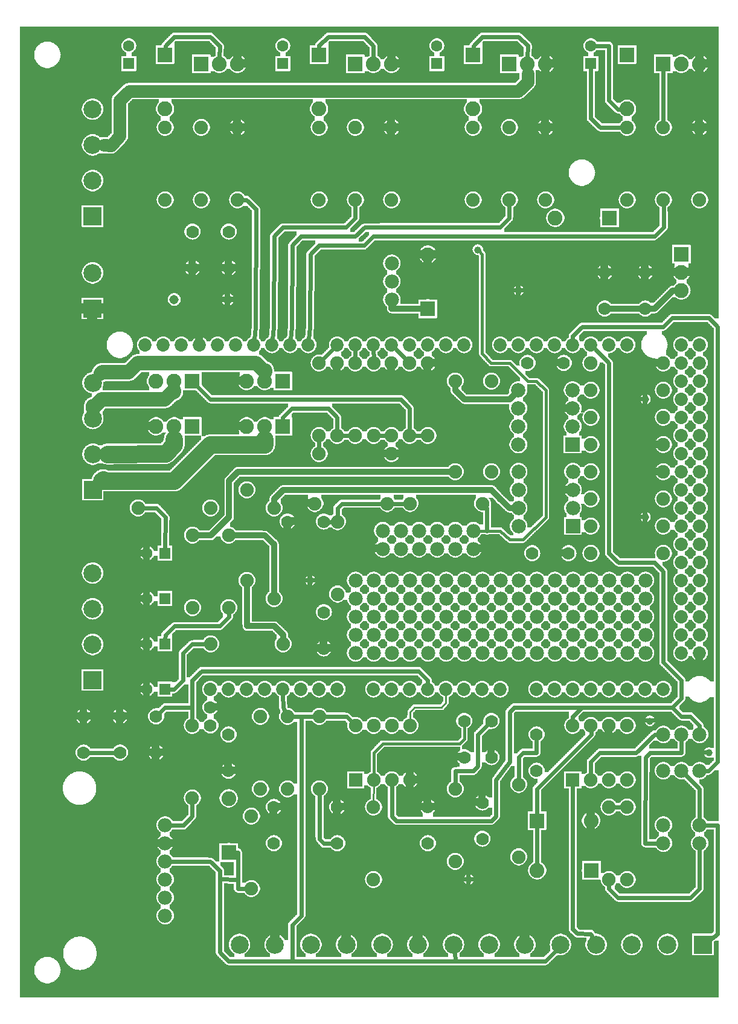
<source format=gbl>
G04 MADE WITH FRITZING*
G04 WWW.FRITZING.ORG*
G04 DOUBLE SIDED*
G04 HOLES PLATED*
G04 CONTOUR ON CENTER OF CONTOUR VECTOR*
%ASAXBY*%
%FSLAX23Y23*%
%MOIN*%
%OFA0B0*%
%SFA1.0B1.0*%
%ADD10C,0.075000*%
%ADD11C,0.039370*%
%ADD12C,0.082000*%
%ADD13C,0.078000*%
%ADD14C,0.070000*%
%ADD15C,0.072917*%
%ADD16C,0.051496*%
%ADD17C,0.079370*%
%ADD18C,0.062992*%
%ADD19C,0.099055*%
%ADD20R,0.082000X0.082000*%
%ADD21R,0.075000X0.075000*%
%ADD22R,0.079370X0.079370*%
%ADD23R,0.062992X0.062992*%
%ADD24R,0.099055X0.099055*%
%ADD25C,0.024000*%
%ADD26C,0.011111*%
%ADD27C,0.016000*%
%ADD28C,0.032000*%
%ADD29C,0.080000*%
%ADD30C,0.095000*%
%LNCOPPER0*%
G90*
G70*
G54D10*
X3385Y3544D03*
X1868Y3256D03*
X2129Y1634D03*
X3485Y5328D03*
G54D11*
X2568Y4166D03*
G54D12*
X3193Y741D03*
X2895Y741D03*
X2895Y1016D03*
X3193Y1016D03*
G54D10*
X1893Y1241D03*
X1893Y1541D03*
X1993Y1241D03*
X1993Y1541D03*
X2093Y1241D03*
X2093Y1541D03*
X2193Y1241D03*
X2193Y1541D03*
G54D13*
X3493Y1941D03*
X3393Y1941D03*
X3293Y1941D03*
X3193Y1941D03*
X3093Y1941D03*
X2993Y1941D03*
X2893Y1941D03*
X2793Y1941D03*
X2693Y1941D03*
X2593Y1941D03*
X2493Y1941D03*
X2393Y1941D03*
X2293Y1941D03*
X2193Y1941D03*
X2093Y1941D03*
X1993Y1941D03*
X1893Y1941D03*
X3493Y2141D03*
X3393Y2141D03*
X3293Y2141D03*
X3193Y2141D03*
X3093Y2141D03*
X2993Y2141D03*
X2893Y2141D03*
X2793Y2141D03*
X2693Y2141D03*
X2593Y2141D03*
X2493Y2141D03*
X2393Y2141D03*
X2293Y2141D03*
X2193Y2141D03*
X2093Y2141D03*
X1993Y2141D03*
X1893Y2141D03*
X3493Y2141D03*
X3393Y2141D03*
X3293Y2141D03*
X3193Y2141D03*
X3093Y2141D03*
X2993Y2141D03*
X2893Y2141D03*
X2793Y2141D03*
X2693Y2141D03*
X2593Y2141D03*
X2493Y2141D03*
X2393Y2141D03*
X2293Y2141D03*
X2193Y2141D03*
X2093Y2141D03*
X1993Y2141D03*
X1893Y2141D03*
X1893Y2041D03*
X1993Y2041D03*
X2093Y2041D03*
X2193Y2041D03*
X2293Y2041D03*
X2393Y2041D03*
X2493Y2041D03*
X2593Y2041D03*
X2693Y2041D03*
X2793Y2041D03*
X2893Y2041D03*
X2993Y2041D03*
X3093Y2041D03*
X3193Y2041D03*
X3293Y2041D03*
X3393Y2041D03*
X3493Y2041D03*
X3493Y2341D03*
X3393Y2341D03*
X3293Y2341D03*
X3193Y2341D03*
X3093Y2341D03*
X2993Y2341D03*
X2893Y2341D03*
X2793Y2341D03*
X2693Y2341D03*
X2593Y2341D03*
X2493Y2341D03*
X2393Y2341D03*
X2293Y2341D03*
X2193Y2341D03*
X2093Y2341D03*
X1993Y2341D03*
X1893Y2341D03*
X3493Y2341D03*
X3393Y2341D03*
X3293Y2341D03*
X3193Y2341D03*
X3093Y2341D03*
X2993Y2341D03*
X2893Y2341D03*
X2793Y2341D03*
X2693Y2341D03*
X2593Y2341D03*
X2493Y2341D03*
X2393Y2341D03*
X2293Y2341D03*
X2193Y2341D03*
X2093Y2341D03*
X1993Y2341D03*
X1893Y2341D03*
X1893Y2241D03*
X1993Y2241D03*
X2093Y2241D03*
X2193Y2241D03*
X2293Y2241D03*
X2393Y2241D03*
X2493Y2241D03*
X2593Y2241D03*
X2693Y2241D03*
X2793Y2241D03*
X2893Y2241D03*
X2993Y2241D03*
X3093Y2241D03*
X3193Y2241D03*
X3293Y2241D03*
X3393Y2241D03*
X3493Y2241D03*
X2543Y2616D03*
X2443Y2616D03*
X2343Y2616D03*
X2243Y2616D03*
X2143Y2616D03*
X2043Y2616D03*
X2543Y2616D03*
X2443Y2616D03*
X2343Y2616D03*
X2243Y2616D03*
X2143Y2616D03*
X2043Y2616D03*
X2043Y2516D03*
X2143Y2516D03*
X2243Y2516D03*
X2343Y2516D03*
X2443Y2516D03*
X2543Y2516D03*
G54D11*
X3493Y3341D03*
X3843Y1391D03*
X3518Y1566D03*
X3493Y2691D03*
X2793Y3941D03*
G54D12*
X992Y3441D03*
X892Y3441D03*
X792Y3441D03*
X1492Y3441D03*
X1392Y3441D03*
X1292Y3441D03*
X1492Y3191D03*
X1392Y3191D03*
X1292Y3191D03*
X992Y3191D03*
X892Y3191D03*
X792Y3191D03*
G54D14*
X1092Y1641D03*
X1092Y1541D03*
G54D10*
X1318Y641D03*
X1318Y1041D03*
G54D15*
X2992Y1741D03*
X1392Y1741D03*
X3092Y1741D03*
X3192Y1741D03*
X3292Y1741D03*
X3392Y1741D03*
X3692Y3141D03*
X3492Y1741D03*
X3592Y1741D03*
X1432Y3641D03*
X1992Y1741D03*
X2092Y1741D03*
X2192Y1741D03*
X2292Y1741D03*
X3692Y2341D03*
X2392Y1741D03*
X2492Y1741D03*
X2592Y1741D03*
X2692Y1741D03*
X2192Y3641D03*
X3692Y3541D03*
X3692Y2741D03*
X3692Y1941D03*
X1032Y3641D03*
X1792Y1741D03*
X1792Y3641D03*
X3692Y3341D03*
X3692Y2941D03*
X3692Y2541D03*
X3392Y3641D03*
X3692Y2141D03*
X3292Y3641D03*
X3192Y3641D03*
X3092Y3641D03*
X2992Y3641D03*
X2892Y3641D03*
X2792Y3641D03*
X2692Y3641D03*
X832Y3641D03*
X1232Y3641D03*
X1632Y3641D03*
X1192Y1741D03*
X1592Y1741D03*
X2392Y3641D03*
X1992Y3641D03*
X3692Y3641D03*
X3692Y3441D03*
X3692Y3241D03*
X3692Y3041D03*
X3692Y2841D03*
X3692Y2641D03*
X3692Y2441D03*
X3692Y2241D03*
X3692Y2041D03*
X732Y3641D03*
X932Y3641D03*
X1132Y3641D03*
X1332Y3641D03*
X1532Y3641D03*
X1092Y1741D03*
X1292Y1741D03*
X1492Y1741D03*
X1692Y1741D03*
X2492Y3641D03*
X2292Y3641D03*
X2092Y3641D03*
X1892Y3641D03*
X3792Y3641D03*
X3792Y3541D03*
X3792Y3441D03*
X3792Y3341D03*
X3792Y3241D03*
X3792Y3141D03*
X3792Y3041D03*
X3792Y2941D03*
X3792Y2841D03*
X3792Y2741D03*
X3792Y2641D03*
X3792Y2541D03*
X3792Y2441D03*
X3792Y2341D03*
X3792Y2241D03*
X3792Y2141D03*
X3792Y2041D03*
X3792Y1941D03*
X2892Y1741D03*
G54D12*
X2292Y3841D03*
X2292Y4139D03*
G54D10*
X992Y1141D03*
X992Y1541D03*
G54D13*
X842Y991D03*
X842Y891D03*
X842Y791D03*
X842Y691D03*
X842Y591D03*
X842Y491D03*
G54D10*
X3092Y1241D03*
X3092Y1541D03*
X3192Y1241D03*
X3192Y1541D03*
X3292Y1241D03*
X3292Y1541D03*
X3392Y1241D03*
X3392Y1541D03*
G54D13*
X3592Y1291D03*
X3692Y1291D03*
X3792Y1291D03*
X3792Y1491D03*
X3692Y1491D03*
X3592Y1491D03*
X2093Y3891D03*
X2093Y3991D03*
X2093Y4091D03*
G54D10*
X3292Y1091D03*
X3292Y691D03*
X3392Y1091D03*
X3392Y691D03*
G54D13*
X3592Y991D03*
X3592Y891D03*
X3792Y991D03*
X3792Y891D03*
G54D10*
X3592Y2491D03*
X3192Y2491D03*
X2292Y3541D03*
X2292Y3141D03*
X1792Y3541D03*
X1792Y3141D03*
X3592Y3091D03*
X3192Y3091D03*
X3592Y2941D03*
X3192Y2941D03*
X2092Y3541D03*
X2092Y3141D03*
X2092Y3041D03*
X1692Y3041D03*
X3592Y3541D03*
X3192Y3541D03*
G54D12*
X3692Y4141D03*
X3692Y4041D03*
X3692Y3941D03*
G54D14*
X1193Y4066D03*
X1193Y4266D03*
X3492Y4041D03*
X3492Y3841D03*
X993Y4066D03*
X993Y4266D03*
X3268Y4041D03*
X3268Y3841D03*
G54D12*
X3293Y4341D03*
X2995Y4341D03*
G54D16*
X892Y3891D03*
X1187Y3891D03*
G54D17*
X3093Y2641D03*
X2793Y2641D03*
X3093Y2741D03*
X2793Y2741D03*
X3093Y2841D03*
X2793Y2841D03*
X3093Y2941D03*
X2793Y2941D03*
X3092Y3091D03*
X2792Y3091D03*
X3092Y3191D03*
X2792Y3191D03*
X3092Y3291D03*
X2792Y3291D03*
X3092Y3391D03*
X2792Y3391D03*
G54D10*
X3592Y2641D03*
X3192Y2641D03*
X2192Y3541D03*
X2192Y3141D03*
X1892Y3541D03*
X1892Y3141D03*
X3592Y3241D03*
X3192Y3241D03*
X3592Y2791D03*
X3192Y2791D03*
X1993Y3541D03*
X1993Y3141D03*
X1692Y3541D03*
X1692Y3141D03*
X3592Y3391D03*
X3192Y3391D03*
G54D14*
X3068Y2491D03*
X2868Y2491D03*
X3042Y3541D03*
X2842Y3541D03*
G54D10*
X1443Y2241D03*
X1443Y2741D03*
X2643Y2941D03*
X2643Y3441D03*
X1293Y2841D03*
X1293Y2341D03*
X2443Y3441D03*
X2443Y2941D03*
X1193Y2191D03*
X1193Y2591D03*
X693Y2741D03*
X1093Y2741D03*
X1093Y1991D03*
X1493Y1991D03*
X993Y2191D03*
X993Y2591D03*
G54D18*
X841Y1991D03*
X742Y1991D03*
X841Y2491D03*
X742Y2491D03*
X841Y1741D03*
X742Y1741D03*
X841Y2241D03*
X742Y2241D03*
G54D10*
X2068Y2766D03*
X1668Y2766D03*
X1693Y1591D03*
X1693Y1191D03*
X1518Y1591D03*
X1518Y1191D03*
G54D14*
X2493Y1366D03*
X2493Y1566D03*
X1792Y1091D03*
X1792Y891D03*
X1192Y1291D03*
X1192Y1491D03*
X1442Y1091D03*
X1442Y891D03*
G54D10*
X1992Y691D03*
X1992Y1091D03*
X1368Y1191D03*
X1368Y1591D03*
G54D12*
X1193Y841D03*
X1193Y1139D03*
G54D19*
X443Y2841D03*
X443Y3038D03*
X443Y3235D03*
X443Y3432D03*
X3812Y332D03*
X3615Y332D03*
X3418Y332D03*
X3221Y332D03*
X3024Y332D03*
X2827Y332D03*
X2631Y332D03*
X2434Y332D03*
X2237Y332D03*
X2040Y332D03*
X1843Y332D03*
X1646Y332D03*
X1449Y332D03*
X1253Y332D03*
G54D14*
X2892Y1291D03*
X2892Y1491D03*
X792Y1591D03*
X792Y1391D03*
X2643Y1366D03*
X2643Y1566D03*
X392Y1591D03*
X392Y1391D03*
X593Y1591D03*
X593Y1391D03*
X2593Y1116D03*
X2593Y916D03*
X2292Y1091D03*
X2292Y891D03*
G54D10*
X2793Y816D03*
X2793Y1216D03*
X2443Y791D03*
X2443Y1191D03*
X2593Y2766D03*
X2193Y2766D03*
G54D14*
X1518Y2666D03*
X1718Y2666D03*
X1718Y1966D03*
X1718Y2166D03*
G54D10*
X1793Y2666D03*
X1793Y2266D03*
X842Y4441D03*
X842Y4841D03*
X2542Y4441D03*
X2542Y4841D03*
X1692Y4441D03*
X1692Y4841D03*
X3392Y4441D03*
X3392Y4841D03*
G54D18*
X642Y5193D03*
X642Y5291D03*
X2342Y5193D03*
X2342Y5291D03*
X1492Y5193D03*
X1492Y5291D03*
X3192Y5193D03*
X3192Y5291D03*
G54D12*
X842Y5241D03*
X842Y4943D03*
X2542Y5241D03*
X2542Y4943D03*
X1692Y5241D03*
X1692Y4943D03*
X3392Y5241D03*
X3392Y4943D03*
X1042Y5191D03*
X1142Y5191D03*
X1242Y5191D03*
X2742Y5191D03*
X2842Y5191D03*
X2942Y5191D03*
X1892Y5191D03*
X1992Y5191D03*
X2092Y5191D03*
X3592Y5191D03*
X3692Y5191D03*
X3792Y5191D03*
G54D10*
X1042Y4441D03*
X1042Y4841D03*
X2742Y4441D03*
X2742Y4841D03*
X1892Y4441D03*
X1892Y4841D03*
X3592Y4441D03*
X3592Y4841D03*
X1242Y4441D03*
X1242Y4841D03*
X2942Y4441D03*
X2942Y4841D03*
X2092Y4441D03*
X2092Y4841D03*
X3792Y4441D03*
X3792Y4841D03*
G54D19*
X442Y3841D03*
X442Y4038D03*
X442Y1791D03*
X442Y1988D03*
X442Y2185D03*
X442Y2382D03*
X442Y4351D03*
X442Y4548D03*
X442Y4745D03*
X442Y4941D03*
G54D11*
X2518Y691D03*
X1643Y2341D03*
G54D20*
X3194Y741D03*
X2894Y1016D03*
G54D21*
X1893Y1241D03*
G54D20*
X992Y3441D03*
X1492Y3441D03*
X1492Y3191D03*
X992Y3191D03*
X2292Y3840D03*
G54D21*
X3092Y1241D03*
G54D20*
X3692Y4141D03*
X3294Y4341D03*
G54D22*
X3093Y2641D03*
X3092Y3091D03*
G54D23*
X841Y1991D03*
X841Y2491D03*
X841Y1741D03*
X841Y2241D03*
G54D20*
X1193Y840D03*
G54D24*
X443Y2841D03*
X3812Y332D03*
G54D23*
X642Y5193D03*
X2342Y5193D03*
X1492Y5193D03*
X3192Y5193D03*
G54D20*
X842Y5242D03*
X2542Y5242D03*
X1692Y5242D03*
X3392Y5242D03*
X1042Y5191D03*
X2742Y5191D03*
X1892Y5191D03*
X3592Y5191D03*
G54D24*
X442Y3841D03*
X442Y1791D03*
X442Y4351D03*
G54D25*
X2617Y2741D02*
X2619Y2616D01*
D02*
X2613Y2746D02*
X2617Y2741D01*
D02*
X2165Y2766D02*
X2097Y2766D01*
D02*
X1593Y1591D02*
X1547Y1591D01*
D02*
X1665Y1591D02*
X1593Y1591D01*
G54D26*
D02*
X2217Y1641D02*
X2369Y1641D01*
D02*
X2391Y1667D02*
X2392Y1717D01*
D02*
X2369Y1641D02*
X2391Y1667D01*
D02*
X2195Y1616D02*
X2217Y1641D01*
D02*
X2194Y1564D02*
X2195Y1616D01*
G54D25*
D02*
X1843Y1590D02*
X1722Y1591D01*
D02*
X1873Y1561D02*
X1843Y1590D01*
D02*
X1717Y890D02*
X1766Y891D01*
D02*
X1695Y916D02*
X1717Y890D01*
D02*
X1693Y1163D02*
X1695Y916D01*
G54D26*
D02*
X1993Y1218D02*
X1992Y1115D01*
G54D25*
D02*
X2118Y1016D02*
X2643Y1016D01*
D02*
X2643Y1016D02*
X2668Y1041D01*
D02*
X2768Y1641D02*
X3143Y1641D01*
D02*
X2743Y1341D02*
X2743Y1616D01*
D02*
X2669Y1241D02*
X2743Y1341D01*
D02*
X2093Y1041D02*
X2118Y1016D01*
D02*
X2668Y1041D02*
X2669Y1241D01*
D02*
X2743Y1616D02*
X2768Y1641D01*
D02*
X2093Y1213D02*
X2093Y1041D01*
G54D27*
D02*
X2469Y1441D02*
X2043Y1441D01*
D02*
X2043Y1441D02*
X1994Y1391D01*
D02*
X2494Y1467D02*
X2469Y1441D01*
D02*
X1994Y1391D02*
X1993Y1265D01*
D02*
X2493Y1546D02*
X2494Y1467D01*
G54D25*
D02*
X2443Y1290D02*
X2543Y1290D01*
D02*
X2568Y1317D02*
X2568Y1490D01*
D02*
X2543Y1290D02*
X2568Y1317D01*
D02*
X2443Y1220D02*
X2443Y1290D01*
D02*
X2568Y1490D02*
X2625Y1548D01*
D02*
X1493Y1641D02*
X1492Y1711D01*
D02*
X1505Y1617D02*
X1493Y1641D01*
D02*
X1543Y441D02*
X1543Y241D01*
D02*
X1593Y491D02*
X1543Y441D01*
D02*
X1593Y1591D02*
X1593Y491D01*
D02*
X2895Y984D02*
X2895Y774D01*
D02*
X3193Y1491D02*
X3193Y1513D01*
D02*
X2893Y1191D02*
X3193Y1491D01*
D02*
X2895Y1049D02*
X2893Y1191D01*
D02*
X843Y2690D02*
X795Y2741D01*
D02*
X795Y2741D02*
X722Y2741D01*
D02*
X841Y2518D02*
X843Y2690D01*
G54D28*
D02*
X2757Y2741D02*
X2743Y2741D01*
D02*
X2743Y2741D02*
X2691Y2790D01*
D02*
X1443Y2790D02*
X1443Y2741D01*
D02*
X2643Y2841D02*
X1495Y2841D01*
D02*
X1495Y2841D02*
X1443Y2790D01*
D02*
X2691Y2790D02*
X2643Y2841D01*
G54D25*
D02*
X1744Y2666D02*
X1765Y2666D01*
G54D28*
D02*
X1243Y2941D02*
X2409Y2941D01*
D02*
X1195Y2890D02*
X1243Y2941D01*
D02*
X1195Y2690D02*
X1195Y2890D01*
D02*
X1095Y2590D02*
X1195Y2690D01*
D02*
X1027Y2591D02*
X1095Y2590D01*
G54D14*
D02*
X643Y5041D02*
X2792Y5041D01*
D02*
X2792Y5041D02*
X2843Y5090D01*
D02*
X592Y4990D02*
X643Y5041D01*
D02*
X2843Y5090D02*
X2843Y5137D01*
D02*
X592Y4793D02*
X592Y4990D01*
D02*
X543Y4741D02*
X592Y4793D01*
D02*
X505Y4743D02*
X543Y4741D01*
G54D25*
D02*
X3144Y3741D02*
X3092Y3690D01*
D02*
X3092Y3690D02*
X3092Y3672D01*
D02*
X3592Y3741D02*
X3144Y3741D01*
D02*
X3640Y3790D02*
X3592Y3741D01*
D02*
X3844Y3790D02*
X3640Y3790D01*
D02*
X3892Y3741D02*
X3844Y3790D01*
D02*
X3892Y1341D02*
X3892Y3741D01*
D02*
X3842Y1291D02*
X3892Y1341D01*
D02*
X3822Y1291D02*
X3842Y1291D01*
D02*
X3292Y3541D02*
X3292Y2491D01*
D02*
X3213Y3620D02*
X3292Y3541D01*
D02*
X3292Y2491D02*
X3343Y2441D01*
D02*
X3543Y2441D02*
X3592Y2391D01*
D02*
X3343Y2441D02*
X3543Y2441D01*
D02*
X3692Y1791D02*
X3692Y1691D01*
D02*
X3692Y1691D02*
X3642Y1641D01*
D02*
X3642Y1641D02*
X3143Y1641D01*
D02*
X3143Y1641D02*
X3092Y1591D01*
D02*
X3592Y1890D02*
X3692Y1791D01*
D02*
X3092Y1591D02*
X3092Y1570D01*
D02*
X3592Y2391D02*
X3592Y1890D01*
G54D29*
D02*
X892Y3390D02*
X892Y3382D01*
D02*
X444Y3290D02*
X492Y3341D01*
D02*
X492Y3341D02*
X840Y3341D01*
D02*
X840Y3341D02*
X892Y3390D01*
D02*
X444Y3304D02*
X444Y3290D01*
D02*
X1344Y3541D02*
X1393Y3491D01*
D02*
X1393Y3491D02*
X1393Y3501D01*
D02*
X692Y3541D02*
X1344Y3541D01*
D02*
X642Y3491D02*
X692Y3541D01*
D02*
X493Y3491D02*
X642Y3491D01*
D02*
X487Y3484D02*
X493Y3491D01*
G54D25*
D02*
X2192Y3290D02*
X2192Y3170D01*
D02*
X1092Y3341D02*
X2144Y3341D01*
D02*
X2144Y3341D02*
X2192Y3290D01*
D02*
X1015Y3419D02*
X1092Y3341D01*
D02*
X1744Y3290D02*
X1792Y3241D01*
D02*
X1792Y3241D02*
X1792Y3170D01*
D02*
X1540Y3290D02*
X1744Y3290D01*
D02*
X1492Y3241D02*
X1540Y3290D01*
D02*
X1492Y3224D02*
X1492Y3241D01*
G54D30*
D02*
X892Y3090D02*
X892Y3120D01*
D02*
X844Y3041D02*
X892Y3090D01*
D02*
X523Y3039D02*
X844Y3041D01*
D02*
X1392Y3090D02*
X1392Y3120D01*
D02*
X492Y2890D02*
X892Y2890D01*
D02*
X892Y2890D02*
X1092Y3090D01*
D02*
X1092Y3090D02*
X1392Y3090D01*
D02*
X500Y2897D02*
X492Y2890D01*
G54D25*
D02*
X1712Y3562D02*
X1771Y3620D01*
D02*
X1892Y3570D02*
X1892Y3611D01*
D02*
X1993Y3570D02*
X1992Y3611D01*
D02*
X2172Y3562D02*
X2113Y3620D01*
D02*
X2221Y3141D02*
X2264Y3141D01*
D02*
X2022Y3141D02*
X2064Y3141D01*
D02*
X1864Y3141D02*
X1821Y3141D01*
G54D28*
D02*
X1495Y2041D02*
X1443Y2090D01*
D02*
X1443Y2090D02*
X1295Y2090D01*
D02*
X1494Y2026D02*
X1495Y2041D01*
D02*
X1295Y2090D02*
X1293Y2307D01*
D02*
X1391Y2590D02*
X1443Y2541D01*
D02*
X1443Y2541D02*
X1443Y2276D01*
D02*
X1227Y2591D02*
X1391Y2590D01*
G54D25*
D02*
X1243Y841D02*
X1225Y841D01*
D02*
X1244Y690D02*
X1243Y841D01*
D02*
X1244Y641D02*
X1244Y690D01*
D02*
X1290Y641D02*
X1244Y641D01*
D02*
X1244Y690D02*
X1144Y693D01*
G54D28*
D02*
X2092Y3841D02*
X2092Y3856D01*
D02*
X2254Y3841D02*
X2092Y3841D01*
G54D25*
D02*
X2818Y1391D02*
X2892Y1391D01*
D02*
X2794Y1367D02*
X2818Y1391D01*
D02*
X2793Y1245D02*
X2794Y1367D01*
D02*
X2892Y1391D02*
X2892Y1465D01*
D02*
X3192Y391D02*
X3203Y369D01*
D02*
X3119Y393D02*
X3192Y391D01*
D02*
X3092Y417D02*
X3119Y393D01*
D02*
X3092Y1213D02*
X3092Y417D01*
D02*
X2442Y291D02*
X2442Y293D01*
D02*
X2444Y241D02*
X2442Y291D01*
G54D27*
D02*
X2892Y3441D02*
X2943Y3390D01*
D02*
X2743Y3541D02*
X2843Y3441D01*
D02*
X2843Y3441D02*
X2892Y3441D01*
D02*
X2592Y4141D02*
X2592Y3593D01*
D02*
X2592Y3593D02*
X2641Y3541D01*
D02*
X2641Y3541D02*
X2743Y3541D01*
D02*
X2943Y3390D02*
X2943Y2690D01*
D02*
X2578Y4157D02*
X2592Y4141D01*
D02*
X2943Y2690D02*
X2817Y2567D01*
D02*
X2619Y2616D02*
X2568Y2616D01*
D02*
X2691Y2616D02*
X2619Y2616D01*
D02*
X2743Y2567D02*
X2691Y2616D01*
D02*
X2817Y2567D02*
X2743Y2567D01*
G54D25*
D02*
X1793Y2741D02*
X1819Y2766D01*
D02*
X1819Y2766D02*
X2040Y2766D01*
D02*
X1793Y2695D02*
X1793Y2741D01*
D02*
X1692Y3070D02*
X1692Y3113D01*
D02*
X992Y1641D02*
X992Y1570D01*
D02*
X992Y1790D02*
X992Y1641D01*
D02*
X2292Y1791D02*
X2242Y1841D01*
D02*
X2292Y1772D02*
X2292Y1791D01*
D02*
X992Y1041D02*
X992Y1113D01*
D02*
X944Y990D02*
X992Y1041D01*
D02*
X872Y991D02*
X944Y990D01*
D02*
X592Y1391D02*
X418Y1391D01*
D02*
X567Y1391D02*
X592Y1391D01*
D02*
X842Y1641D02*
X992Y1641D01*
D02*
X811Y1610D02*
X842Y1641D01*
D02*
X2992Y290D02*
X2940Y241D01*
D02*
X3000Y300D02*
X2992Y290D01*
D02*
X1092Y790D02*
X872Y791D01*
D02*
X1144Y741D02*
X1092Y790D01*
D02*
X1144Y693D02*
X1144Y741D01*
D02*
X2444Y241D02*
X1543Y241D01*
D02*
X1543Y241D02*
X1192Y241D01*
D02*
X1143Y290D02*
X1144Y693D01*
D02*
X1192Y241D02*
X1143Y290D01*
D02*
X2940Y241D02*
X2444Y241D01*
D02*
X3692Y1591D02*
X3642Y1641D01*
D02*
X3742Y1591D02*
X3692Y1591D01*
D02*
X3792Y1541D02*
X3742Y1591D01*
D02*
X3792Y1522D02*
X3792Y1541D01*
D02*
X3892Y391D02*
X3844Y356D01*
D02*
X3892Y991D02*
X3892Y391D01*
D02*
X3822Y991D02*
X3892Y991D01*
D02*
X3792Y1191D02*
X3713Y1270D01*
D02*
X3792Y1022D02*
X3792Y1191D01*
D02*
X3742Y591D02*
X3792Y641D01*
D02*
X3292Y641D02*
X3342Y591D01*
D02*
X3292Y663D02*
X3292Y641D01*
D02*
X3321Y1091D02*
X3364Y1091D01*
D02*
X3492Y891D02*
X3562Y891D01*
D02*
X3493Y1366D02*
X3492Y891D01*
D02*
X3518Y1391D02*
X3493Y1366D01*
D02*
X3692Y1391D02*
X3518Y1391D01*
D02*
X3692Y1461D02*
X3692Y1391D01*
D02*
X3543Y1491D02*
X3562Y1491D01*
D02*
X3442Y1391D02*
X3543Y1491D01*
D02*
X3242Y1391D02*
X3442Y1391D01*
D02*
X3192Y1341D02*
X3242Y1391D01*
D02*
X3192Y1270D02*
X3192Y1341D01*
D02*
X1143Y2090D02*
X1195Y2141D01*
D02*
X1195Y2141D02*
X1194Y2163D01*
D02*
X895Y2090D02*
X1143Y2090D01*
D02*
X843Y2041D02*
X895Y2090D01*
D02*
X842Y2018D02*
X843Y2041D01*
D02*
X892Y1741D02*
X940Y1790D01*
D02*
X940Y1790D02*
X940Y1941D01*
D02*
X940Y1941D02*
X992Y1990D01*
D02*
X992Y1990D02*
X1065Y1991D01*
D02*
X867Y1741D02*
X892Y1741D01*
G54D28*
D02*
X3544Y3841D02*
X3524Y3841D01*
D02*
X3644Y3941D02*
X3544Y3841D01*
D02*
X3654Y3941D02*
X3644Y3941D01*
D02*
X3460Y3841D02*
X3300Y3841D01*
D02*
X2495Y3341D02*
X2443Y3390D01*
D02*
X2443Y3390D02*
X2443Y3407D01*
D02*
X2743Y3341D02*
X2495Y3341D01*
D02*
X2767Y3365D02*
X2743Y3341D01*
G54D25*
D02*
X1592Y4241D02*
X1892Y4241D01*
D02*
X1892Y4241D02*
X1944Y4290D01*
D02*
X2692Y4290D02*
X2741Y4341D01*
D02*
X1944Y4290D02*
X2692Y4290D01*
D02*
X1544Y4190D02*
X1592Y4241D01*
D02*
X1542Y3741D02*
X1544Y4190D01*
D02*
X1535Y3672D02*
X1542Y3741D01*
D02*
X2741Y4341D02*
X2742Y4413D01*
D02*
X1692Y4190D02*
X1940Y4190D01*
D02*
X1940Y4190D02*
X1992Y4241D01*
D02*
X3543Y4241D02*
X3594Y4290D01*
D02*
X1992Y4241D02*
X3543Y4241D01*
D02*
X1644Y4141D02*
X1692Y4190D01*
D02*
X1642Y3741D02*
X1644Y4141D01*
D02*
X1635Y3672D02*
X1642Y3741D01*
D02*
X3594Y4290D02*
X3593Y4413D01*
D02*
X1892Y4341D02*
X1892Y4413D01*
D02*
X1840Y4290D02*
X1892Y4341D01*
D02*
X1492Y4290D02*
X1840Y4290D01*
D02*
X1444Y4241D02*
X1492Y4290D01*
D02*
X1442Y3741D02*
X1444Y4241D01*
D02*
X1435Y3672D02*
X1442Y3741D01*
D02*
X1292Y4441D02*
X1271Y4441D01*
D02*
X1344Y4390D02*
X1292Y4441D01*
D02*
X1342Y3741D02*
X1344Y4390D01*
D02*
X1335Y3672D02*
X1342Y3741D01*
D02*
X3192Y4890D02*
X3192Y5166D01*
D02*
X3244Y4841D02*
X3192Y4890D01*
D02*
X3364Y4841D02*
X3244Y4841D01*
D02*
X3592Y5159D02*
X3592Y4870D01*
D02*
X3292Y4990D02*
X3292Y5291D01*
D02*
X3340Y4941D02*
X3292Y4990D01*
D02*
X3292Y5291D02*
X3219Y5291D01*
D02*
X3360Y4942D02*
X3340Y4941D01*
D02*
X2843Y5293D02*
X2842Y5224D01*
D02*
X2792Y5341D02*
X2843Y5293D01*
D02*
X2592Y5341D02*
X2792Y5341D01*
D02*
X2543Y5290D02*
X2592Y5341D01*
D02*
X2543Y5274D02*
X2543Y5290D01*
D02*
X1692Y5293D02*
X1692Y5274D01*
D02*
X1743Y5341D02*
X1692Y5293D01*
D02*
X1943Y5341D02*
X1743Y5341D01*
D02*
X1992Y5290D02*
X1943Y5341D01*
D02*
X1992Y5224D02*
X1992Y5290D01*
D02*
X843Y5290D02*
X843Y5274D01*
D02*
X892Y5341D02*
X843Y5290D01*
D02*
X1092Y5341D02*
X892Y5341D01*
D02*
X1143Y5290D02*
X1092Y5341D01*
D02*
X1142Y5224D02*
X1143Y5290D01*
D02*
X1043Y1841D02*
X992Y1790D01*
D02*
X2242Y1841D02*
X1043Y1841D01*
D02*
X3342Y591D02*
X3742Y591D01*
D02*
X3792Y641D02*
X3792Y861D01*
G36*
X3224Y5269D02*
X3224Y5267D01*
X3222Y5267D01*
X3222Y5263D01*
X3218Y5263D01*
X3218Y5261D01*
X3216Y5261D01*
X3216Y5259D01*
X3214Y5259D01*
X3214Y5257D01*
X3210Y5257D01*
X3210Y5255D01*
X3208Y5255D01*
X3208Y5235D01*
X3234Y5235D01*
X3234Y5153D01*
X3232Y5153D01*
X3232Y5151D01*
X3214Y5151D01*
X3214Y4899D01*
X3216Y4899D01*
X3216Y4897D01*
X3218Y4897D01*
X3218Y4895D01*
X3220Y4895D01*
X3220Y4893D01*
X3222Y4893D01*
X3222Y4891D01*
X3224Y4891D01*
X3224Y4889D01*
X3226Y4889D01*
X3226Y4887D01*
X3228Y4887D01*
X3228Y4885D01*
X3230Y4885D01*
X3230Y4883D01*
X3232Y4883D01*
X3232Y4881D01*
X3236Y4881D01*
X3236Y4879D01*
X3238Y4879D01*
X3238Y4877D01*
X3240Y4877D01*
X3240Y4875D01*
X3242Y4875D01*
X3242Y4873D01*
X3244Y4873D01*
X3244Y4871D01*
X3246Y4871D01*
X3246Y4869D01*
X3248Y4869D01*
X3248Y4867D01*
X3250Y4867D01*
X3250Y4865D01*
X3252Y4865D01*
X3252Y4863D01*
X3352Y4863D01*
X3352Y4867D01*
X3354Y4867D01*
X3354Y4869D01*
X3356Y4869D01*
X3356Y4871D01*
X3358Y4871D01*
X3358Y4873D01*
X3360Y4873D01*
X3360Y4875D01*
X3362Y4875D01*
X3362Y4877D01*
X3364Y4877D01*
X3364Y4879D01*
X3366Y4879D01*
X3366Y4881D01*
X3368Y4881D01*
X3368Y4901D01*
X3366Y4901D01*
X3366Y4903D01*
X3362Y4903D01*
X3362Y4905D01*
X3360Y4905D01*
X3360Y4907D01*
X3358Y4907D01*
X3358Y4909D01*
X3356Y4909D01*
X3356Y4911D01*
X3354Y4911D01*
X3354Y4913D01*
X3352Y4913D01*
X3352Y4915D01*
X3350Y4915D01*
X3350Y4919D01*
X3338Y4919D01*
X3338Y4921D01*
X3330Y4921D01*
X3330Y4923D01*
X3328Y4923D01*
X3328Y4925D01*
X3324Y4925D01*
X3324Y4927D01*
X3322Y4927D01*
X3322Y4929D01*
X3320Y4929D01*
X3320Y4931D01*
X3318Y4931D01*
X3318Y4933D01*
X3316Y4933D01*
X3316Y4935D01*
X3314Y4935D01*
X3314Y4937D01*
X3312Y4937D01*
X3312Y4939D01*
X3310Y4939D01*
X3310Y4941D01*
X3308Y4941D01*
X3308Y4943D01*
X3306Y4943D01*
X3306Y4945D01*
X3304Y4945D01*
X3304Y4947D01*
X3302Y4947D01*
X3302Y4949D01*
X3300Y4949D01*
X3300Y4951D01*
X3298Y4951D01*
X3298Y4953D01*
X3296Y4953D01*
X3296Y4955D01*
X3294Y4955D01*
X3294Y4957D01*
X3292Y4957D01*
X3292Y4959D01*
X3290Y4959D01*
X3290Y4961D01*
X3288Y4961D01*
X3288Y4963D01*
X3286Y4963D01*
X3286Y4965D01*
X3284Y4965D01*
X3284Y4967D01*
X3282Y4967D01*
X3282Y4969D01*
X3280Y4969D01*
X3280Y4971D01*
X3278Y4971D01*
X3278Y4973D01*
X3276Y4973D01*
X3276Y4977D01*
X3274Y4977D01*
X3274Y4979D01*
X3272Y4979D01*
X3272Y4983D01*
X3270Y4983D01*
X3270Y5269D01*
X3224Y5269D01*
G37*
D02*
G36*
X1500Y4267D02*
X1500Y4265D01*
X1498Y4265D01*
X1498Y4263D01*
X1496Y4263D01*
X1496Y4261D01*
X1494Y4261D01*
X1494Y4259D01*
X1492Y4259D01*
X1492Y4257D01*
X1490Y4257D01*
X1490Y4255D01*
X1488Y4255D01*
X1488Y4253D01*
X1486Y4253D01*
X1486Y4251D01*
X1484Y4251D01*
X1484Y4249D01*
X1482Y4249D01*
X1482Y4247D01*
X1480Y4247D01*
X1480Y4245D01*
X1478Y4245D01*
X1478Y4243D01*
X1476Y4243D01*
X1476Y4241D01*
X1474Y4241D01*
X1474Y4239D01*
X1472Y4239D01*
X1472Y4237D01*
X1470Y4237D01*
X1470Y4235D01*
X1468Y4235D01*
X1468Y4233D01*
X1466Y4233D01*
X1466Y3987D01*
X1464Y3987D01*
X1464Y3729D01*
X1462Y3729D01*
X1462Y3709D01*
X1460Y3709D01*
X1460Y3677D01*
X1462Y3677D01*
X1462Y3675D01*
X1464Y3675D01*
X1464Y3673D01*
X1466Y3673D01*
X1466Y3671D01*
X1468Y3671D01*
X1468Y3667D01*
X1470Y3667D01*
X1470Y3665D01*
X1472Y3665D01*
X1472Y3661D01*
X1492Y3661D01*
X1492Y3665D01*
X1494Y3665D01*
X1494Y3667D01*
X1496Y3667D01*
X1496Y3669D01*
X1498Y3669D01*
X1498Y3673D01*
X1500Y3673D01*
X1500Y3675D01*
X1502Y3675D01*
X1502Y3677D01*
X1506Y3677D01*
X1506Y3679D01*
X1508Y3679D01*
X1508Y3681D01*
X1512Y3681D01*
X1512Y3683D01*
X1514Y3683D01*
X1514Y3691D01*
X1516Y3691D01*
X1516Y3711D01*
X1518Y3711D01*
X1518Y3731D01*
X1520Y3731D01*
X1520Y3965D01*
X1522Y3965D01*
X1522Y4197D01*
X1524Y4197D01*
X1524Y4201D01*
X1526Y4201D01*
X1526Y4203D01*
X1528Y4203D01*
X1528Y4207D01*
X1530Y4207D01*
X1530Y4209D01*
X1532Y4209D01*
X1532Y4211D01*
X1534Y4211D01*
X1534Y4213D01*
X1536Y4213D01*
X1536Y4215D01*
X1538Y4215D01*
X1538Y4217D01*
X1540Y4217D01*
X1540Y4219D01*
X1542Y4219D01*
X1542Y4221D01*
X1544Y4221D01*
X1544Y4223D01*
X1546Y4223D01*
X1546Y4225D01*
X1548Y4225D01*
X1548Y4227D01*
X1550Y4227D01*
X1550Y4229D01*
X1552Y4229D01*
X1552Y4231D01*
X1554Y4231D01*
X1554Y4235D01*
X1556Y4235D01*
X1556Y4237D01*
X1558Y4237D01*
X1558Y4239D01*
X1560Y4239D01*
X1560Y4241D01*
X1562Y4241D01*
X1562Y4243D01*
X1564Y4243D01*
X1564Y4245D01*
X1566Y4245D01*
X1566Y4247D01*
X1568Y4247D01*
X1568Y4267D01*
X1500Y4267D01*
G37*
D02*
G36*
X1948Y4265D02*
X1948Y4263D01*
X1946Y4263D01*
X1946Y4261D01*
X1944Y4261D01*
X1944Y4259D01*
X1942Y4259D01*
X1942Y4257D01*
X1940Y4257D01*
X1940Y4255D01*
X1938Y4255D01*
X1938Y4253D01*
X1936Y4253D01*
X1936Y4251D01*
X1934Y4251D01*
X1934Y4249D01*
X1932Y4249D01*
X1932Y4247D01*
X1930Y4247D01*
X1930Y4245D01*
X1926Y4245D01*
X1926Y4243D01*
X1924Y4243D01*
X1924Y4241D01*
X1922Y4241D01*
X1922Y4239D01*
X1920Y4239D01*
X1920Y4237D01*
X1918Y4237D01*
X1918Y4235D01*
X1916Y4235D01*
X1916Y4233D01*
X1914Y4233D01*
X1914Y4231D01*
X1912Y4231D01*
X1912Y4211D01*
X1932Y4211D01*
X1932Y4213D01*
X1934Y4213D01*
X1934Y4215D01*
X1936Y4215D01*
X1936Y4217D01*
X1938Y4217D01*
X1938Y4219D01*
X1940Y4219D01*
X1940Y4221D01*
X1942Y4221D01*
X1942Y4223D01*
X1944Y4223D01*
X1944Y4225D01*
X1946Y4225D01*
X1946Y4227D01*
X1948Y4227D01*
X1948Y4229D01*
X1950Y4229D01*
X1950Y4231D01*
X1952Y4231D01*
X1952Y4233D01*
X1954Y4233D01*
X1954Y4235D01*
X1956Y4235D01*
X1956Y4237D01*
X1958Y4237D01*
X1958Y4239D01*
X1960Y4239D01*
X1960Y4241D01*
X1962Y4241D01*
X1962Y4243D01*
X1964Y4243D01*
X1964Y4245D01*
X1966Y4245D01*
X1966Y4247D01*
X1968Y4247D01*
X1968Y4265D01*
X1948Y4265D01*
G37*
D02*
G36*
X1600Y4219D02*
X1600Y4217D01*
X1598Y4217D01*
X1598Y4215D01*
X1596Y4215D01*
X1596Y4213D01*
X1594Y4213D01*
X1594Y4211D01*
X1592Y4211D01*
X1592Y4209D01*
X1590Y4209D01*
X1590Y4207D01*
X1588Y4207D01*
X1588Y4203D01*
X1586Y4203D01*
X1586Y4201D01*
X1584Y4201D01*
X1584Y4199D01*
X1582Y4199D01*
X1582Y4197D01*
X1580Y4197D01*
X1580Y4195D01*
X1578Y4195D01*
X1578Y4193D01*
X1576Y4193D01*
X1576Y4191D01*
X1574Y4191D01*
X1574Y4189D01*
X1572Y4189D01*
X1572Y4187D01*
X1570Y4187D01*
X1570Y4185D01*
X1568Y4185D01*
X1568Y4183D01*
X1566Y4183D01*
X1566Y3961D01*
X1564Y3961D01*
X1564Y3729D01*
X1562Y3729D01*
X1562Y3709D01*
X1560Y3709D01*
X1560Y3677D01*
X1562Y3677D01*
X1562Y3675D01*
X1564Y3675D01*
X1564Y3673D01*
X1566Y3673D01*
X1566Y3671D01*
X1568Y3671D01*
X1568Y3667D01*
X1570Y3667D01*
X1570Y3665D01*
X1572Y3665D01*
X1572Y3661D01*
X1592Y3661D01*
X1592Y3665D01*
X1594Y3665D01*
X1594Y3667D01*
X1596Y3667D01*
X1596Y3669D01*
X1598Y3669D01*
X1598Y3673D01*
X1600Y3673D01*
X1600Y3675D01*
X1602Y3675D01*
X1602Y3677D01*
X1606Y3677D01*
X1606Y3679D01*
X1608Y3679D01*
X1608Y3681D01*
X1612Y3681D01*
X1612Y3683D01*
X1614Y3683D01*
X1614Y3693D01*
X1616Y3693D01*
X1616Y3713D01*
X1618Y3713D01*
X1618Y3731D01*
X1620Y3731D01*
X1620Y3941D01*
X1622Y3941D01*
X1622Y4149D01*
X1624Y4149D01*
X1624Y4153D01*
X1626Y4153D01*
X1626Y4155D01*
X1628Y4155D01*
X1628Y4157D01*
X1630Y4157D01*
X1630Y4159D01*
X1632Y4159D01*
X1632Y4161D01*
X1634Y4161D01*
X1634Y4163D01*
X1636Y4163D01*
X1636Y4165D01*
X1638Y4165D01*
X1638Y4167D01*
X1640Y4167D01*
X1640Y4169D01*
X1642Y4169D01*
X1642Y4171D01*
X1644Y4171D01*
X1644Y4173D01*
X1646Y4173D01*
X1646Y4175D01*
X1648Y4175D01*
X1648Y4177D01*
X1650Y4177D01*
X1650Y4179D01*
X1652Y4179D01*
X1652Y4181D01*
X1654Y4181D01*
X1654Y4183D01*
X1656Y4183D01*
X1656Y4185D01*
X1658Y4185D01*
X1658Y4187D01*
X1660Y4187D01*
X1660Y4189D01*
X1662Y4189D01*
X1662Y4191D01*
X1664Y4191D01*
X1664Y4193D01*
X1666Y4193D01*
X1666Y4195D01*
X1668Y4195D01*
X1668Y4197D01*
X1670Y4197D01*
X1670Y4199D01*
X1672Y4199D01*
X1672Y4219D01*
X1600Y4219D01*
G37*
D02*
G36*
X1832Y3623D02*
X1832Y3619D01*
X1830Y3619D01*
X1830Y3615D01*
X1828Y3615D01*
X1828Y3613D01*
X1826Y3613D01*
X1826Y3611D01*
X1824Y3611D01*
X1824Y3609D01*
X1822Y3609D01*
X1822Y3607D01*
X1820Y3607D01*
X1820Y3605D01*
X1816Y3605D01*
X1816Y3603D01*
X1814Y3603D01*
X1814Y3581D01*
X1818Y3581D01*
X1818Y3579D01*
X1820Y3579D01*
X1820Y3577D01*
X1822Y3577D01*
X1822Y3575D01*
X1824Y3575D01*
X1824Y3573D01*
X1826Y3573D01*
X1826Y3571D01*
X1828Y3571D01*
X1828Y3569D01*
X1830Y3569D01*
X1830Y3567D01*
X1832Y3567D01*
X1832Y3563D01*
X1852Y3563D01*
X1852Y3567D01*
X1854Y3567D01*
X1854Y3569D01*
X1856Y3569D01*
X1856Y3571D01*
X1858Y3571D01*
X1858Y3573D01*
X1860Y3573D01*
X1860Y3575D01*
X1862Y3575D01*
X1862Y3577D01*
X1864Y3577D01*
X1864Y3579D01*
X1866Y3579D01*
X1866Y3581D01*
X1870Y3581D01*
X1870Y3603D01*
X1868Y3603D01*
X1868Y3605D01*
X1864Y3605D01*
X1864Y3607D01*
X1862Y3607D01*
X1862Y3609D01*
X1860Y3609D01*
X1860Y3611D01*
X1858Y3611D01*
X1858Y3613D01*
X1856Y3613D01*
X1856Y3617D01*
X1854Y3617D01*
X1854Y3619D01*
X1852Y3619D01*
X1852Y3623D01*
X1832Y3623D01*
G37*
D02*
G36*
X1932Y3623D02*
X1932Y3619D01*
X1930Y3619D01*
X1930Y3615D01*
X1928Y3615D01*
X1928Y3613D01*
X1926Y3613D01*
X1926Y3611D01*
X1924Y3611D01*
X1924Y3609D01*
X1922Y3609D01*
X1922Y3607D01*
X1920Y3607D01*
X1920Y3605D01*
X1916Y3605D01*
X1916Y3603D01*
X1914Y3603D01*
X1914Y3581D01*
X1918Y3581D01*
X1918Y3579D01*
X1920Y3579D01*
X1920Y3577D01*
X1922Y3577D01*
X1922Y3575D01*
X1924Y3575D01*
X1924Y3573D01*
X1926Y3573D01*
X1926Y3571D01*
X1928Y3571D01*
X1928Y3569D01*
X1930Y3569D01*
X1930Y3567D01*
X1932Y3567D01*
X1932Y3563D01*
X1952Y3563D01*
X1952Y3565D01*
X1954Y3565D01*
X1954Y3567D01*
X1956Y3567D01*
X1956Y3571D01*
X1958Y3571D01*
X1958Y3573D01*
X1960Y3573D01*
X1960Y3575D01*
X1962Y3575D01*
X1962Y3577D01*
X1964Y3577D01*
X1964Y3579D01*
X1968Y3579D01*
X1968Y3581D01*
X1970Y3581D01*
X1970Y3603D01*
X1968Y3603D01*
X1968Y3605D01*
X1964Y3605D01*
X1964Y3607D01*
X1962Y3607D01*
X1962Y3609D01*
X1960Y3609D01*
X1960Y3611D01*
X1958Y3611D01*
X1958Y3613D01*
X1956Y3613D01*
X1956Y3617D01*
X1954Y3617D01*
X1954Y3619D01*
X1952Y3619D01*
X1952Y3623D01*
X1932Y3623D01*
G37*
D02*
G36*
X2032Y3623D02*
X2032Y3619D01*
X2030Y3619D01*
X2030Y3615D01*
X2028Y3615D01*
X2028Y3613D01*
X2026Y3613D01*
X2026Y3611D01*
X2024Y3611D01*
X2024Y3609D01*
X2022Y3609D01*
X2022Y3607D01*
X2020Y3607D01*
X2020Y3605D01*
X2016Y3605D01*
X2016Y3603D01*
X2014Y3603D01*
X2014Y3583D01*
X2016Y3583D01*
X2016Y3581D01*
X2020Y3581D01*
X2020Y3579D01*
X2022Y3579D01*
X2022Y3577D01*
X2024Y3577D01*
X2024Y3575D01*
X2026Y3575D01*
X2026Y3573D01*
X2028Y3573D01*
X2028Y3571D01*
X2030Y3571D01*
X2030Y3569D01*
X2032Y3569D01*
X2032Y3565D01*
X2052Y3565D01*
X2052Y3567D01*
X2054Y3567D01*
X2054Y3569D01*
X2056Y3569D01*
X2056Y3571D01*
X2058Y3571D01*
X2058Y3573D01*
X2060Y3573D01*
X2060Y3575D01*
X2062Y3575D01*
X2062Y3577D01*
X2064Y3577D01*
X2064Y3579D01*
X2066Y3579D01*
X2066Y3581D01*
X2070Y3581D01*
X2070Y3603D01*
X2068Y3603D01*
X2068Y3605D01*
X2064Y3605D01*
X2064Y3607D01*
X2062Y3607D01*
X2062Y3609D01*
X2060Y3609D01*
X2060Y3611D01*
X2058Y3611D01*
X2058Y3613D01*
X2056Y3613D01*
X2056Y3615D01*
X2054Y3615D01*
X2054Y3619D01*
X2052Y3619D01*
X2052Y3623D01*
X2032Y3623D01*
G37*
D02*
G36*
X2232Y3623D02*
X2232Y3619D01*
X2230Y3619D01*
X2230Y3615D01*
X2228Y3615D01*
X2228Y3613D01*
X2226Y3613D01*
X2226Y3611D01*
X2224Y3611D01*
X2224Y3609D01*
X2222Y3609D01*
X2222Y3607D01*
X2220Y3607D01*
X2220Y3605D01*
X2216Y3605D01*
X2216Y3603D01*
X2214Y3603D01*
X2214Y3581D01*
X2218Y3581D01*
X2218Y3579D01*
X2220Y3579D01*
X2220Y3577D01*
X2222Y3577D01*
X2222Y3575D01*
X2224Y3575D01*
X2224Y3573D01*
X2226Y3573D01*
X2226Y3571D01*
X2228Y3571D01*
X2228Y3569D01*
X2230Y3569D01*
X2230Y3567D01*
X2232Y3567D01*
X2232Y3563D01*
X2252Y3563D01*
X2252Y3567D01*
X2254Y3567D01*
X2254Y3569D01*
X2256Y3569D01*
X2256Y3571D01*
X2258Y3571D01*
X2258Y3573D01*
X2260Y3573D01*
X2260Y3575D01*
X2262Y3575D01*
X2262Y3577D01*
X2264Y3577D01*
X2264Y3579D01*
X2266Y3579D01*
X2266Y3581D01*
X2270Y3581D01*
X2270Y3603D01*
X2268Y3603D01*
X2268Y3605D01*
X2264Y3605D01*
X2264Y3607D01*
X2262Y3607D01*
X2262Y3609D01*
X2260Y3609D01*
X2260Y3611D01*
X2258Y3611D01*
X2258Y3613D01*
X2256Y3613D01*
X2256Y3615D01*
X2254Y3615D01*
X2254Y3619D01*
X2252Y3619D01*
X2252Y3623D01*
X2232Y3623D01*
G37*
D02*
G36*
X3648Y3767D02*
X3648Y3765D01*
X3646Y3765D01*
X3646Y3763D01*
X3644Y3763D01*
X3644Y3761D01*
X3642Y3761D01*
X3642Y3759D01*
X3640Y3759D01*
X3640Y3757D01*
X3638Y3757D01*
X3638Y3755D01*
X3636Y3755D01*
X3636Y3753D01*
X3634Y3753D01*
X3634Y3751D01*
X3632Y3751D01*
X3632Y3749D01*
X3630Y3749D01*
X3630Y3747D01*
X3628Y3747D01*
X3628Y3745D01*
X3626Y3745D01*
X3626Y3743D01*
X3624Y3743D01*
X3624Y3741D01*
X3622Y3741D01*
X3622Y3739D01*
X3620Y3739D01*
X3620Y3737D01*
X3618Y3737D01*
X3618Y3735D01*
X3616Y3735D01*
X3616Y3733D01*
X3614Y3733D01*
X3614Y3731D01*
X3612Y3731D01*
X3612Y3729D01*
X3610Y3729D01*
X3610Y3727D01*
X3608Y3727D01*
X3608Y3725D01*
X3606Y3725D01*
X3606Y3723D01*
X3602Y3723D01*
X3602Y3721D01*
X3594Y3721D01*
X3594Y3719D01*
X3584Y3719D01*
X3584Y3699D01*
X3588Y3699D01*
X3588Y3697D01*
X3590Y3697D01*
X3590Y3695D01*
X3592Y3695D01*
X3592Y3693D01*
X3594Y3693D01*
X3594Y3691D01*
X3596Y3691D01*
X3596Y3689D01*
X3796Y3689D01*
X3796Y3687D01*
X3804Y3687D01*
X3804Y3685D01*
X3810Y3685D01*
X3810Y3683D01*
X3812Y3683D01*
X3812Y3681D01*
X3816Y3681D01*
X3816Y3679D01*
X3818Y3679D01*
X3818Y3677D01*
X3822Y3677D01*
X3822Y3675D01*
X3824Y3675D01*
X3824Y3673D01*
X3826Y3673D01*
X3826Y3671D01*
X3828Y3671D01*
X3828Y3667D01*
X3830Y3667D01*
X3830Y3665D01*
X3832Y3665D01*
X3832Y3661D01*
X3834Y3661D01*
X3834Y3657D01*
X3836Y3657D01*
X3836Y3651D01*
X3838Y3651D01*
X3838Y3631D01*
X3836Y3631D01*
X3836Y3627D01*
X3834Y3627D01*
X3834Y3623D01*
X3832Y3623D01*
X3832Y3619D01*
X3830Y3619D01*
X3830Y3615D01*
X3828Y3615D01*
X3828Y3613D01*
X3826Y3613D01*
X3826Y3611D01*
X3824Y3611D01*
X3824Y3609D01*
X3822Y3609D01*
X3822Y3607D01*
X3820Y3607D01*
X3820Y3605D01*
X3816Y3605D01*
X3816Y3603D01*
X3814Y3603D01*
X3814Y3601D01*
X3812Y3601D01*
X3812Y3581D01*
X3816Y3581D01*
X3816Y3579D01*
X3818Y3579D01*
X3818Y3577D01*
X3822Y3577D01*
X3822Y3575D01*
X3824Y3575D01*
X3824Y3573D01*
X3826Y3573D01*
X3826Y3571D01*
X3828Y3571D01*
X3828Y3567D01*
X3830Y3567D01*
X3830Y3565D01*
X3832Y3565D01*
X3832Y3561D01*
X3834Y3561D01*
X3834Y3557D01*
X3836Y3557D01*
X3836Y3551D01*
X3838Y3551D01*
X3838Y3531D01*
X3836Y3531D01*
X3836Y3527D01*
X3834Y3527D01*
X3834Y3523D01*
X3832Y3523D01*
X3832Y3519D01*
X3830Y3519D01*
X3830Y3515D01*
X3828Y3515D01*
X3828Y3513D01*
X3826Y3513D01*
X3826Y3511D01*
X3824Y3511D01*
X3824Y3509D01*
X3822Y3509D01*
X3822Y3507D01*
X3820Y3507D01*
X3820Y3505D01*
X3816Y3505D01*
X3816Y3503D01*
X3814Y3503D01*
X3814Y3501D01*
X3812Y3501D01*
X3812Y3481D01*
X3816Y3481D01*
X3816Y3479D01*
X3818Y3479D01*
X3818Y3477D01*
X3822Y3477D01*
X3822Y3475D01*
X3824Y3475D01*
X3824Y3473D01*
X3826Y3473D01*
X3826Y3471D01*
X3828Y3471D01*
X3828Y3467D01*
X3830Y3467D01*
X3830Y3465D01*
X3832Y3465D01*
X3832Y3461D01*
X3834Y3461D01*
X3834Y3457D01*
X3836Y3457D01*
X3836Y3451D01*
X3838Y3451D01*
X3838Y3431D01*
X3836Y3431D01*
X3836Y3427D01*
X3834Y3427D01*
X3834Y3423D01*
X3832Y3423D01*
X3832Y3419D01*
X3830Y3419D01*
X3830Y3415D01*
X3828Y3415D01*
X3828Y3413D01*
X3826Y3413D01*
X3826Y3411D01*
X3824Y3411D01*
X3824Y3409D01*
X3822Y3409D01*
X3822Y3407D01*
X3820Y3407D01*
X3820Y3405D01*
X3816Y3405D01*
X3816Y3403D01*
X3814Y3403D01*
X3814Y3401D01*
X3812Y3401D01*
X3812Y3381D01*
X3816Y3381D01*
X3816Y3379D01*
X3818Y3379D01*
X3818Y3377D01*
X3822Y3377D01*
X3822Y3375D01*
X3824Y3375D01*
X3824Y3373D01*
X3826Y3373D01*
X3826Y3371D01*
X3828Y3371D01*
X3828Y3367D01*
X3830Y3367D01*
X3830Y3365D01*
X3832Y3365D01*
X3832Y3361D01*
X3834Y3361D01*
X3834Y3357D01*
X3836Y3357D01*
X3836Y3351D01*
X3838Y3351D01*
X3838Y3331D01*
X3836Y3331D01*
X3836Y3327D01*
X3834Y3327D01*
X3834Y3323D01*
X3832Y3323D01*
X3832Y3319D01*
X3830Y3319D01*
X3830Y3315D01*
X3828Y3315D01*
X3828Y3313D01*
X3826Y3313D01*
X3826Y3311D01*
X3824Y3311D01*
X3824Y3309D01*
X3822Y3309D01*
X3822Y3307D01*
X3820Y3307D01*
X3820Y3305D01*
X3816Y3305D01*
X3816Y3303D01*
X3814Y3303D01*
X3814Y3301D01*
X3812Y3301D01*
X3812Y3281D01*
X3816Y3281D01*
X3816Y3279D01*
X3818Y3279D01*
X3818Y3277D01*
X3822Y3277D01*
X3822Y3275D01*
X3824Y3275D01*
X3824Y3273D01*
X3826Y3273D01*
X3826Y3271D01*
X3828Y3271D01*
X3828Y3267D01*
X3830Y3267D01*
X3830Y3265D01*
X3832Y3265D01*
X3832Y3261D01*
X3834Y3261D01*
X3834Y3257D01*
X3836Y3257D01*
X3836Y3251D01*
X3838Y3251D01*
X3838Y3231D01*
X3836Y3231D01*
X3836Y3227D01*
X3834Y3227D01*
X3834Y3223D01*
X3832Y3223D01*
X3832Y3219D01*
X3830Y3219D01*
X3830Y3215D01*
X3828Y3215D01*
X3828Y3213D01*
X3826Y3213D01*
X3826Y3211D01*
X3824Y3211D01*
X3824Y3209D01*
X3822Y3209D01*
X3822Y3207D01*
X3820Y3207D01*
X3820Y3205D01*
X3816Y3205D01*
X3816Y3203D01*
X3814Y3203D01*
X3814Y3201D01*
X3812Y3201D01*
X3812Y3181D01*
X3816Y3181D01*
X3816Y3179D01*
X3818Y3179D01*
X3818Y3177D01*
X3822Y3177D01*
X3822Y3175D01*
X3824Y3175D01*
X3824Y3173D01*
X3826Y3173D01*
X3826Y3171D01*
X3828Y3171D01*
X3828Y3167D01*
X3830Y3167D01*
X3830Y3165D01*
X3832Y3165D01*
X3832Y3161D01*
X3834Y3161D01*
X3834Y3157D01*
X3836Y3157D01*
X3836Y3151D01*
X3838Y3151D01*
X3838Y3131D01*
X3836Y3131D01*
X3836Y3127D01*
X3834Y3127D01*
X3834Y3123D01*
X3832Y3123D01*
X3832Y3119D01*
X3830Y3119D01*
X3830Y3115D01*
X3828Y3115D01*
X3828Y3113D01*
X3826Y3113D01*
X3826Y3111D01*
X3824Y3111D01*
X3824Y3109D01*
X3822Y3109D01*
X3822Y3107D01*
X3820Y3107D01*
X3820Y3105D01*
X3816Y3105D01*
X3816Y3103D01*
X3814Y3103D01*
X3814Y3101D01*
X3812Y3101D01*
X3812Y3081D01*
X3816Y3081D01*
X3816Y3079D01*
X3818Y3079D01*
X3818Y3077D01*
X3822Y3077D01*
X3822Y3075D01*
X3824Y3075D01*
X3824Y3073D01*
X3826Y3073D01*
X3826Y3071D01*
X3828Y3071D01*
X3828Y3067D01*
X3830Y3067D01*
X3830Y3065D01*
X3832Y3065D01*
X3832Y3061D01*
X3834Y3061D01*
X3834Y3057D01*
X3836Y3057D01*
X3836Y3051D01*
X3838Y3051D01*
X3838Y3031D01*
X3836Y3031D01*
X3836Y3027D01*
X3834Y3027D01*
X3834Y3023D01*
X3832Y3023D01*
X3832Y3019D01*
X3830Y3019D01*
X3830Y3015D01*
X3828Y3015D01*
X3828Y3013D01*
X3826Y3013D01*
X3826Y3011D01*
X3824Y3011D01*
X3824Y3009D01*
X3822Y3009D01*
X3822Y3007D01*
X3820Y3007D01*
X3820Y3005D01*
X3816Y3005D01*
X3816Y3003D01*
X3814Y3003D01*
X3814Y3001D01*
X3812Y3001D01*
X3812Y2981D01*
X3816Y2981D01*
X3816Y2979D01*
X3818Y2979D01*
X3818Y2977D01*
X3822Y2977D01*
X3822Y2975D01*
X3824Y2975D01*
X3824Y2973D01*
X3826Y2973D01*
X3826Y2971D01*
X3828Y2971D01*
X3828Y2967D01*
X3830Y2967D01*
X3830Y2965D01*
X3832Y2965D01*
X3832Y2961D01*
X3834Y2961D01*
X3834Y2957D01*
X3836Y2957D01*
X3836Y2951D01*
X3838Y2951D01*
X3838Y2931D01*
X3836Y2931D01*
X3836Y2927D01*
X3834Y2927D01*
X3834Y2923D01*
X3832Y2923D01*
X3832Y2919D01*
X3830Y2919D01*
X3830Y2915D01*
X3828Y2915D01*
X3828Y2913D01*
X3826Y2913D01*
X3826Y2911D01*
X3824Y2911D01*
X3824Y2909D01*
X3822Y2909D01*
X3822Y2907D01*
X3820Y2907D01*
X3820Y2905D01*
X3816Y2905D01*
X3816Y2903D01*
X3814Y2903D01*
X3814Y2901D01*
X3812Y2901D01*
X3812Y2881D01*
X3816Y2881D01*
X3816Y2879D01*
X3818Y2879D01*
X3818Y2877D01*
X3822Y2877D01*
X3822Y2875D01*
X3824Y2875D01*
X3824Y2873D01*
X3826Y2873D01*
X3826Y2871D01*
X3828Y2871D01*
X3828Y2867D01*
X3830Y2867D01*
X3830Y2865D01*
X3832Y2865D01*
X3832Y2861D01*
X3834Y2861D01*
X3834Y2857D01*
X3836Y2857D01*
X3836Y2851D01*
X3838Y2851D01*
X3838Y2831D01*
X3836Y2831D01*
X3836Y2827D01*
X3834Y2827D01*
X3834Y2823D01*
X3832Y2823D01*
X3832Y2819D01*
X3830Y2819D01*
X3830Y2815D01*
X3828Y2815D01*
X3828Y2813D01*
X3826Y2813D01*
X3826Y2811D01*
X3824Y2811D01*
X3824Y2809D01*
X3822Y2809D01*
X3822Y2807D01*
X3820Y2807D01*
X3820Y2805D01*
X3816Y2805D01*
X3816Y2803D01*
X3814Y2803D01*
X3814Y2801D01*
X3812Y2801D01*
X3812Y2781D01*
X3816Y2781D01*
X3816Y2779D01*
X3818Y2779D01*
X3818Y2777D01*
X3822Y2777D01*
X3822Y2775D01*
X3824Y2775D01*
X3824Y2773D01*
X3826Y2773D01*
X3826Y2771D01*
X3828Y2771D01*
X3828Y2767D01*
X3830Y2767D01*
X3830Y2765D01*
X3832Y2765D01*
X3832Y2761D01*
X3834Y2761D01*
X3834Y2757D01*
X3836Y2757D01*
X3836Y2751D01*
X3838Y2751D01*
X3838Y2731D01*
X3836Y2731D01*
X3836Y2727D01*
X3834Y2727D01*
X3834Y2723D01*
X3832Y2723D01*
X3832Y2719D01*
X3830Y2719D01*
X3830Y2715D01*
X3828Y2715D01*
X3828Y2713D01*
X3826Y2713D01*
X3826Y2711D01*
X3824Y2711D01*
X3824Y2709D01*
X3822Y2709D01*
X3822Y2707D01*
X3820Y2707D01*
X3820Y2705D01*
X3816Y2705D01*
X3816Y2703D01*
X3814Y2703D01*
X3814Y2701D01*
X3812Y2701D01*
X3812Y2681D01*
X3816Y2681D01*
X3816Y2679D01*
X3818Y2679D01*
X3818Y2677D01*
X3822Y2677D01*
X3822Y2675D01*
X3824Y2675D01*
X3824Y2673D01*
X3826Y2673D01*
X3826Y2671D01*
X3828Y2671D01*
X3828Y2667D01*
X3830Y2667D01*
X3830Y2665D01*
X3832Y2665D01*
X3832Y2661D01*
X3834Y2661D01*
X3834Y2657D01*
X3836Y2657D01*
X3836Y2651D01*
X3838Y2651D01*
X3838Y2631D01*
X3836Y2631D01*
X3836Y2627D01*
X3834Y2627D01*
X3834Y2623D01*
X3832Y2623D01*
X3832Y2619D01*
X3830Y2619D01*
X3830Y2615D01*
X3828Y2615D01*
X3828Y2613D01*
X3826Y2613D01*
X3826Y2611D01*
X3824Y2611D01*
X3824Y2609D01*
X3822Y2609D01*
X3822Y2607D01*
X3820Y2607D01*
X3820Y2605D01*
X3816Y2605D01*
X3816Y2603D01*
X3814Y2603D01*
X3814Y2601D01*
X3812Y2601D01*
X3812Y2581D01*
X3816Y2581D01*
X3816Y2579D01*
X3818Y2579D01*
X3818Y2577D01*
X3822Y2577D01*
X3822Y2575D01*
X3824Y2575D01*
X3824Y2573D01*
X3826Y2573D01*
X3826Y2571D01*
X3828Y2571D01*
X3828Y2567D01*
X3830Y2567D01*
X3830Y2565D01*
X3832Y2565D01*
X3832Y2561D01*
X3834Y2561D01*
X3834Y2557D01*
X3836Y2557D01*
X3836Y2551D01*
X3838Y2551D01*
X3838Y2531D01*
X3836Y2531D01*
X3836Y2527D01*
X3834Y2527D01*
X3834Y2523D01*
X3832Y2523D01*
X3832Y2519D01*
X3830Y2519D01*
X3830Y2515D01*
X3828Y2515D01*
X3828Y2513D01*
X3826Y2513D01*
X3826Y2511D01*
X3824Y2511D01*
X3824Y2509D01*
X3822Y2509D01*
X3822Y2507D01*
X3820Y2507D01*
X3820Y2505D01*
X3816Y2505D01*
X3816Y2503D01*
X3814Y2503D01*
X3814Y2501D01*
X3812Y2501D01*
X3812Y2481D01*
X3816Y2481D01*
X3816Y2479D01*
X3818Y2479D01*
X3818Y2477D01*
X3822Y2477D01*
X3822Y2475D01*
X3824Y2475D01*
X3824Y2473D01*
X3826Y2473D01*
X3826Y2471D01*
X3828Y2471D01*
X3828Y2467D01*
X3830Y2467D01*
X3830Y2465D01*
X3832Y2465D01*
X3832Y2461D01*
X3834Y2461D01*
X3834Y2457D01*
X3836Y2457D01*
X3836Y2451D01*
X3838Y2451D01*
X3838Y2431D01*
X3836Y2431D01*
X3836Y2427D01*
X3834Y2427D01*
X3834Y2423D01*
X3832Y2423D01*
X3832Y2419D01*
X3830Y2419D01*
X3830Y2415D01*
X3828Y2415D01*
X3828Y2413D01*
X3826Y2413D01*
X3826Y2411D01*
X3824Y2411D01*
X3824Y2409D01*
X3822Y2409D01*
X3822Y2407D01*
X3820Y2407D01*
X3820Y2405D01*
X3816Y2405D01*
X3816Y2403D01*
X3814Y2403D01*
X3814Y2401D01*
X3812Y2401D01*
X3812Y2381D01*
X3816Y2381D01*
X3816Y2379D01*
X3818Y2379D01*
X3818Y2377D01*
X3822Y2377D01*
X3822Y2375D01*
X3824Y2375D01*
X3824Y2373D01*
X3826Y2373D01*
X3826Y2371D01*
X3828Y2371D01*
X3828Y2367D01*
X3830Y2367D01*
X3830Y2365D01*
X3832Y2365D01*
X3832Y2361D01*
X3834Y2361D01*
X3834Y2357D01*
X3836Y2357D01*
X3836Y2351D01*
X3838Y2351D01*
X3838Y2331D01*
X3836Y2331D01*
X3836Y2327D01*
X3834Y2327D01*
X3834Y2323D01*
X3832Y2323D01*
X3832Y2319D01*
X3830Y2319D01*
X3830Y2315D01*
X3828Y2315D01*
X3828Y2313D01*
X3826Y2313D01*
X3826Y2311D01*
X3824Y2311D01*
X3824Y2309D01*
X3822Y2309D01*
X3822Y2307D01*
X3820Y2307D01*
X3820Y2305D01*
X3816Y2305D01*
X3816Y2303D01*
X3814Y2303D01*
X3814Y2301D01*
X3812Y2301D01*
X3812Y2281D01*
X3816Y2281D01*
X3816Y2279D01*
X3818Y2279D01*
X3818Y2277D01*
X3822Y2277D01*
X3822Y2275D01*
X3824Y2275D01*
X3824Y2273D01*
X3826Y2273D01*
X3826Y2271D01*
X3828Y2271D01*
X3828Y2267D01*
X3830Y2267D01*
X3830Y2265D01*
X3832Y2265D01*
X3832Y2261D01*
X3834Y2261D01*
X3834Y2257D01*
X3836Y2257D01*
X3836Y2251D01*
X3838Y2251D01*
X3838Y2231D01*
X3836Y2231D01*
X3836Y2227D01*
X3834Y2227D01*
X3834Y2223D01*
X3832Y2223D01*
X3832Y2219D01*
X3830Y2219D01*
X3830Y2215D01*
X3828Y2215D01*
X3828Y2213D01*
X3826Y2213D01*
X3826Y2211D01*
X3824Y2211D01*
X3824Y2209D01*
X3822Y2209D01*
X3822Y2207D01*
X3820Y2207D01*
X3820Y2205D01*
X3816Y2205D01*
X3816Y2203D01*
X3814Y2203D01*
X3814Y2201D01*
X3812Y2201D01*
X3812Y2181D01*
X3816Y2181D01*
X3816Y2179D01*
X3818Y2179D01*
X3818Y2177D01*
X3822Y2177D01*
X3822Y2175D01*
X3824Y2175D01*
X3824Y2173D01*
X3826Y2173D01*
X3826Y2171D01*
X3828Y2171D01*
X3828Y2167D01*
X3830Y2167D01*
X3830Y2165D01*
X3832Y2165D01*
X3832Y2161D01*
X3834Y2161D01*
X3834Y2157D01*
X3836Y2157D01*
X3836Y2151D01*
X3838Y2151D01*
X3838Y2131D01*
X3836Y2131D01*
X3836Y2127D01*
X3834Y2127D01*
X3834Y2123D01*
X3832Y2123D01*
X3832Y2119D01*
X3830Y2119D01*
X3830Y2115D01*
X3828Y2115D01*
X3828Y2113D01*
X3826Y2113D01*
X3826Y2111D01*
X3824Y2111D01*
X3824Y2109D01*
X3822Y2109D01*
X3822Y2107D01*
X3820Y2107D01*
X3820Y2105D01*
X3816Y2105D01*
X3816Y2103D01*
X3814Y2103D01*
X3814Y2101D01*
X3812Y2101D01*
X3812Y2081D01*
X3816Y2081D01*
X3816Y2079D01*
X3818Y2079D01*
X3818Y2077D01*
X3822Y2077D01*
X3822Y2075D01*
X3824Y2075D01*
X3824Y2073D01*
X3826Y2073D01*
X3826Y2071D01*
X3828Y2071D01*
X3828Y2067D01*
X3830Y2067D01*
X3830Y2065D01*
X3832Y2065D01*
X3832Y2061D01*
X3834Y2061D01*
X3834Y2057D01*
X3836Y2057D01*
X3836Y2051D01*
X3838Y2051D01*
X3838Y2031D01*
X3836Y2031D01*
X3836Y2027D01*
X3834Y2027D01*
X3834Y2023D01*
X3832Y2023D01*
X3832Y2019D01*
X3830Y2019D01*
X3830Y2015D01*
X3828Y2015D01*
X3828Y2013D01*
X3826Y2013D01*
X3826Y2011D01*
X3824Y2011D01*
X3824Y2009D01*
X3822Y2009D01*
X3822Y2007D01*
X3820Y2007D01*
X3820Y2005D01*
X3816Y2005D01*
X3816Y2003D01*
X3814Y2003D01*
X3814Y2001D01*
X3812Y2001D01*
X3812Y1981D01*
X3816Y1981D01*
X3816Y1979D01*
X3818Y1979D01*
X3818Y1977D01*
X3822Y1977D01*
X3822Y1975D01*
X3824Y1975D01*
X3824Y1973D01*
X3826Y1973D01*
X3826Y1971D01*
X3828Y1971D01*
X3828Y1967D01*
X3830Y1967D01*
X3830Y1965D01*
X3832Y1965D01*
X3832Y1961D01*
X3834Y1961D01*
X3834Y1957D01*
X3836Y1957D01*
X3836Y1951D01*
X3838Y1951D01*
X3838Y1931D01*
X3836Y1931D01*
X3836Y1927D01*
X3834Y1927D01*
X3834Y1923D01*
X3832Y1923D01*
X3832Y1919D01*
X3830Y1919D01*
X3830Y1915D01*
X3828Y1915D01*
X3828Y1913D01*
X3826Y1913D01*
X3826Y1911D01*
X3824Y1911D01*
X3824Y1909D01*
X3822Y1909D01*
X3822Y1907D01*
X3820Y1907D01*
X3820Y1905D01*
X3816Y1905D01*
X3816Y1903D01*
X3814Y1903D01*
X3814Y1901D01*
X3810Y1901D01*
X3810Y1899D01*
X3806Y1899D01*
X3806Y1897D01*
X3798Y1897D01*
X3798Y1895D01*
X3870Y1895D01*
X3870Y3733D01*
X3868Y3733D01*
X3868Y3735D01*
X3866Y3735D01*
X3866Y3737D01*
X3864Y3737D01*
X3864Y3739D01*
X3862Y3739D01*
X3862Y3741D01*
X3860Y3741D01*
X3860Y3743D01*
X3858Y3743D01*
X3858Y3745D01*
X3856Y3745D01*
X3856Y3747D01*
X3854Y3747D01*
X3854Y3749D01*
X3852Y3749D01*
X3852Y3751D01*
X3850Y3751D01*
X3850Y3753D01*
X3848Y3753D01*
X3848Y3755D01*
X3846Y3755D01*
X3846Y3757D01*
X3844Y3757D01*
X3844Y3759D01*
X3842Y3759D01*
X3842Y3761D01*
X3840Y3761D01*
X3840Y3763D01*
X3838Y3763D01*
X3838Y3765D01*
X3836Y3765D01*
X3836Y3767D01*
X3648Y3767D01*
G37*
D02*
G36*
X3152Y3719D02*
X3152Y3717D01*
X3150Y3717D01*
X3150Y3715D01*
X3148Y3715D01*
X3148Y3713D01*
X3146Y3713D01*
X3146Y3711D01*
X3144Y3711D01*
X3144Y3709D01*
X3142Y3709D01*
X3142Y3707D01*
X3140Y3707D01*
X3140Y3705D01*
X3138Y3705D01*
X3138Y3703D01*
X3136Y3703D01*
X3136Y3701D01*
X3134Y3701D01*
X3134Y3699D01*
X3132Y3699D01*
X3132Y3697D01*
X3130Y3697D01*
X3130Y3695D01*
X3128Y3695D01*
X3128Y3693D01*
X3126Y3693D01*
X3126Y3689D01*
X3396Y3689D01*
X3396Y3687D01*
X3404Y3687D01*
X3404Y3685D01*
X3410Y3685D01*
X3410Y3683D01*
X3412Y3683D01*
X3412Y3681D01*
X3416Y3681D01*
X3416Y3679D01*
X3418Y3679D01*
X3418Y3677D01*
X3422Y3677D01*
X3422Y3675D01*
X3424Y3675D01*
X3424Y3673D01*
X3426Y3673D01*
X3426Y3671D01*
X3428Y3671D01*
X3428Y3667D01*
X3430Y3667D01*
X3430Y3665D01*
X3432Y3665D01*
X3432Y3661D01*
X3434Y3661D01*
X3434Y3657D01*
X3436Y3657D01*
X3436Y3651D01*
X3438Y3651D01*
X3438Y3631D01*
X3436Y3631D01*
X3436Y3627D01*
X3434Y3627D01*
X3434Y3623D01*
X3432Y3623D01*
X3432Y3619D01*
X3430Y3619D01*
X3430Y3615D01*
X3428Y3615D01*
X3428Y3613D01*
X3426Y3613D01*
X3426Y3611D01*
X3424Y3611D01*
X3424Y3609D01*
X3422Y3609D01*
X3422Y3607D01*
X3420Y3607D01*
X3420Y3605D01*
X3416Y3605D01*
X3416Y3603D01*
X3414Y3603D01*
X3414Y3601D01*
X3410Y3601D01*
X3410Y3599D01*
X3406Y3599D01*
X3406Y3597D01*
X3398Y3597D01*
X3398Y3595D01*
X3486Y3595D01*
X3486Y3597D01*
X3484Y3597D01*
X3484Y3601D01*
X3482Y3601D01*
X3482Y3603D01*
X3480Y3603D01*
X3480Y3607D01*
X3478Y3607D01*
X3478Y3609D01*
X3476Y3609D01*
X3476Y3615D01*
X3474Y3615D01*
X3474Y3619D01*
X3472Y3619D01*
X3472Y3627D01*
X3470Y3627D01*
X3470Y3657D01*
X3472Y3657D01*
X3472Y3665D01*
X3474Y3665D01*
X3474Y3669D01*
X3476Y3669D01*
X3476Y3673D01*
X3478Y3673D01*
X3478Y3677D01*
X3480Y3677D01*
X3480Y3681D01*
X3482Y3681D01*
X3482Y3683D01*
X3484Y3683D01*
X3484Y3687D01*
X3486Y3687D01*
X3486Y3689D01*
X3488Y3689D01*
X3488Y3691D01*
X3490Y3691D01*
X3490Y3693D01*
X3492Y3693D01*
X3492Y3695D01*
X3494Y3695D01*
X3494Y3697D01*
X3496Y3697D01*
X3496Y3699D01*
X3500Y3699D01*
X3500Y3719D01*
X3152Y3719D01*
G37*
D02*
G36*
X3126Y3689D02*
X3126Y3671D01*
X3128Y3671D01*
X3128Y3667D01*
X3130Y3667D01*
X3130Y3665D01*
X3132Y3665D01*
X3132Y3661D01*
X3152Y3661D01*
X3152Y3665D01*
X3154Y3665D01*
X3154Y3667D01*
X3156Y3667D01*
X3156Y3669D01*
X3158Y3669D01*
X3158Y3673D01*
X3160Y3673D01*
X3160Y3675D01*
X3162Y3675D01*
X3162Y3677D01*
X3166Y3677D01*
X3166Y3679D01*
X3168Y3679D01*
X3168Y3681D01*
X3172Y3681D01*
X3172Y3683D01*
X3174Y3683D01*
X3174Y3685D01*
X3180Y3685D01*
X3180Y3687D01*
X3188Y3687D01*
X3188Y3689D01*
X3126Y3689D01*
G37*
D02*
G36*
X3196Y3689D02*
X3196Y3687D01*
X3204Y3687D01*
X3204Y3685D01*
X3210Y3685D01*
X3210Y3683D01*
X3212Y3683D01*
X3212Y3681D01*
X3216Y3681D01*
X3216Y3679D01*
X3218Y3679D01*
X3218Y3677D01*
X3222Y3677D01*
X3222Y3675D01*
X3224Y3675D01*
X3224Y3673D01*
X3226Y3673D01*
X3226Y3671D01*
X3228Y3671D01*
X3228Y3667D01*
X3230Y3667D01*
X3230Y3665D01*
X3232Y3665D01*
X3232Y3661D01*
X3252Y3661D01*
X3252Y3665D01*
X3254Y3665D01*
X3254Y3667D01*
X3256Y3667D01*
X3256Y3669D01*
X3258Y3669D01*
X3258Y3673D01*
X3260Y3673D01*
X3260Y3675D01*
X3262Y3675D01*
X3262Y3677D01*
X3266Y3677D01*
X3266Y3679D01*
X3268Y3679D01*
X3268Y3681D01*
X3272Y3681D01*
X3272Y3683D01*
X3274Y3683D01*
X3274Y3685D01*
X3280Y3685D01*
X3280Y3687D01*
X3288Y3687D01*
X3288Y3689D01*
X3196Y3689D01*
G37*
D02*
G36*
X3296Y3689D02*
X3296Y3687D01*
X3304Y3687D01*
X3304Y3685D01*
X3310Y3685D01*
X3310Y3683D01*
X3312Y3683D01*
X3312Y3681D01*
X3316Y3681D01*
X3316Y3679D01*
X3318Y3679D01*
X3318Y3677D01*
X3322Y3677D01*
X3322Y3675D01*
X3324Y3675D01*
X3324Y3673D01*
X3326Y3673D01*
X3326Y3671D01*
X3328Y3671D01*
X3328Y3667D01*
X3330Y3667D01*
X3330Y3665D01*
X3332Y3665D01*
X3332Y3661D01*
X3352Y3661D01*
X3352Y3665D01*
X3354Y3665D01*
X3354Y3667D01*
X3356Y3667D01*
X3356Y3669D01*
X3358Y3669D01*
X3358Y3673D01*
X3360Y3673D01*
X3360Y3675D01*
X3362Y3675D01*
X3362Y3677D01*
X3366Y3677D01*
X3366Y3679D01*
X3368Y3679D01*
X3368Y3681D01*
X3372Y3681D01*
X3372Y3683D01*
X3374Y3683D01*
X3374Y3685D01*
X3380Y3685D01*
X3380Y3687D01*
X3388Y3687D01*
X3388Y3689D01*
X3296Y3689D01*
G37*
D02*
G36*
X3598Y3689D02*
X3598Y3687D01*
X3600Y3687D01*
X3600Y3683D01*
X3602Y3683D01*
X3602Y3681D01*
X3604Y3681D01*
X3604Y3677D01*
X3606Y3677D01*
X3606Y3673D01*
X3608Y3673D01*
X3608Y3669D01*
X3610Y3669D01*
X3610Y3665D01*
X3612Y3665D01*
X3612Y3659D01*
X3614Y3659D01*
X3614Y3643D01*
X3616Y3643D01*
X3616Y3641D01*
X3614Y3641D01*
X3614Y3625D01*
X3612Y3625D01*
X3612Y3619D01*
X3610Y3619D01*
X3610Y3613D01*
X3608Y3613D01*
X3608Y3609D01*
X3606Y3609D01*
X3606Y3585D01*
X3612Y3585D01*
X3612Y3583D01*
X3614Y3583D01*
X3614Y3581D01*
X3618Y3581D01*
X3618Y3579D01*
X3620Y3579D01*
X3620Y3577D01*
X3622Y3577D01*
X3622Y3575D01*
X3624Y3575D01*
X3624Y3573D01*
X3626Y3573D01*
X3626Y3571D01*
X3628Y3571D01*
X3628Y3569D01*
X3630Y3569D01*
X3630Y3567D01*
X3632Y3567D01*
X3632Y3563D01*
X3652Y3563D01*
X3652Y3565D01*
X3654Y3565D01*
X3654Y3567D01*
X3656Y3567D01*
X3656Y3569D01*
X3658Y3569D01*
X3658Y3573D01*
X3660Y3573D01*
X3660Y3575D01*
X3662Y3575D01*
X3662Y3577D01*
X3666Y3577D01*
X3666Y3579D01*
X3668Y3579D01*
X3668Y3581D01*
X3672Y3581D01*
X3672Y3601D01*
X3670Y3601D01*
X3670Y3603D01*
X3668Y3603D01*
X3668Y3605D01*
X3664Y3605D01*
X3664Y3607D01*
X3662Y3607D01*
X3662Y3609D01*
X3660Y3609D01*
X3660Y3611D01*
X3658Y3611D01*
X3658Y3613D01*
X3656Y3613D01*
X3656Y3617D01*
X3654Y3617D01*
X3654Y3619D01*
X3652Y3619D01*
X3652Y3623D01*
X3650Y3623D01*
X3650Y3627D01*
X3648Y3627D01*
X3648Y3633D01*
X3646Y3633D01*
X3646Y3651D01*
X3648Y3651D01*
X3648Y3657D01*
X3650Y3657D01*
X3650Y3661D01*
X3652Y3661D01*
X3652Y3665D01*
X3654Y3665D01*
X3654Y3667D01*
X3656Y3667D01*
X3656Y3669D01*
X3658Y3669D01*
X3658Y3673D01*
X3660Y3673D01*
X3660Y3675D01*
X3662Y3675D01*
X3662Y3677D01*
X3666Y3677D01*
X3666Y3679D01*
X3668Y3679D01*
X3668Y3681D01*
X3672Y3681D01*
X3672Y3683D01*
X3674Y3683D01*
X3674Y3685D01*
X3680Y3685D01*
X3680Y3687D01*
X3688Y3687D01*
X3688Y3689D01*
X3598Y3689D01*
G37*
D02*
G36*
X3696Y3689D02*
X3696Y3687D01*
X3704Y3687D01*
X3704Y3685D01*
X3710Y3685D01*
X3710Y3683D01*
X3712Y3683D01*
X3712Y3681D01*
X3716Y3681D01*
X3716Y3679D01*
X3718Y3679D01*
X3718Y3677D01*
X3722Y3677D01*
X3722Y3675D01*
X3724Y3675D01*
X3724Y3673D01*
X3726Y3673D01*
X3726Y3671D01*
X3728Y3671D01*
X3728Y3667D01*
X3730Y3667D01*
X3730Y3665D01*
X3732Y3665D01*
X3732Y3661D01*
X3752Y3661D01*
X3752Y3665D01*
X3754Y3665D01*
X3754Y3667D01*
X3756Y3667D01*
X3756Y3669D01*
X3758Y3669D01*
X3758Y3673D01*
X3760Y3673D01*
X3760Y3675D01*
X3762Y3675D01*
X3762Y3677D01*
X3766Y3677D01*
X3766Y3679D01*
X3768Y3679D01*
X3768Y3681D01*
X3772Y3681D01*
X3772Y3683D01*
X3774Y3683D01*
X3774Y3685D01*
X3780Y3685D01*
X3780Y3687D01*
X3788Y3687D01*
X3788Y3689D01*
X3696Y3689D01*
G37*
D02*
G36*
X3332Y3623D02*
X3332Y3619D01*
X3330Y3619D01*
X3330Y3615D01*
X3328Y3615D01*
X3328Y3613D01*
X3326Y3613D01*
X3326Y3611D01*
X3324Y3611D01*
X3324Y3609D01*
X3322Y3609D01*
X3322Y3607D01*
X3320Y3607D01*
X3320Y3605D01*
X3316Y3605D01*
X3316Y3603D01*
X3314Y3603D01*
X3314Y3601D01*
X3310Y3601D01*
X3310Y3599D01*
X3306Y3599D01*
X3306Y3597D01*
X3298Y3597D01*
X3298Y3595D01*
X3386Y3595D01*
X3386Y3597D01*
X3378Y3597D01*
X3378Y3599D01*
X3374Y3599D01*
X3374Y3601D01*
X3370Y3601D01*
X3370Y3603D01*
X3368Y3603D01*
X3368Y3605D01*
X3364Y3605D01*
X3364Y3607D01*
X3362Y3607D01*
X3362Y3609D01*
X3360Y3609D01*
X3360Y3611D01*
X3358Y3611D01*
X3358Y3613D01*
X3356Y3613D01*
X3356Y3617D01*
X3354Y3617D01*
X3354Y3619D01*
X3352Y3619D01*
X3352Y3623D01*
X3332Y3623D01*
G37*
D02*
G36*
X3288Y3595D02*
X3288Y3593D01*
X3488Y3593D01*
X3488Y3595D01*
X3288Y3595D01*
G37*
D02*
G36*
X3288Y3595D02*
X3288Y3593D01*
X3488Y3593D01*
X3488Y3595D01*
X3288Y3595D01*
G37*
D02*
G36*
X3288Y3593D02*
X3288Y3575D01*
X3290Y3575D01*
X3290Y3573D01*
X3292Y3573D01*
X3292Y3571D01*
X3294Y3571D01*
X3294Y3569D01*
X3296Y3569D01*
X3296Y3567D01*
X3298Y3567D01*
X3298Y3565D01*
X3300Y3565D01*
X3300Y3563D01*
X3302Y3563D01*
X3302Y3561D01*
X3304Y3561D01*
X3304Y3559D01*
X3306Y3559D01*
X3306Y3557D01*
X3308Y3557D01*
X3308Y3555D01*
X3310Y3555D01*
X3310Y3553D01*
X3312Y3553D01*
X3312Y3549D01*
X3314Y3549D01*
X3314Y3495D01*
X3582Y3495D01*
X3582Y3497D01*
X3576Y3497D01*
X3576Y3499D01*
X3572Y3499D01*
X3572Y3501D01*
X3568Y3501D01*
X3568Y3503D01*
X3566Y3503D01*
X3566Y3505D01*
X3564Y3505D01*
X3564Y3507D01*
X3560Y3507D01*
X3560Y3509D01*
X3558Y3509D01*
X3558Y3513D01*
X3556Y3513D01*
X3556Y3515D01*
X3554Y3515D01*
X3554Y3517D01*
X3552Y3517D01*
X3552Y3521D01*
X3550Y3521D01*
X3550Y3523D01*
X3548Y3523D01*
X3548Y3529D01*
X3546Y3529D01*
X3546Y3537D01*
X3544Y3537D01*
X3544Y3547D01*
X3546Y3547D01*
X3546Y3569D01*
X3530Y3569D01*
X3530Y3571D01*
X3522Y3571D01*
X3522Y3573D01*
X3516Y3573D01*
X3516Y3575D01*
X3512Y3575D01*
X3512Y3577D01*
X3508Y3577D01*
X3508Y3579D01*
X3504Y3579D01*
X3504Y3581D01*
X3502Y3581D01*
X3502Y3583D01*
X3498Y3583D01*
X3498Y3585D01*
X3496Y3585D01*
X3496Y3587D01*
X3494Y3587D01*
X3494Y3589D01*
X3492Y3589D01*
X3492Y3591D01*
X3490Y3591D01*
X3490Y3593D01*
X3288Y3593D01*
G37*
D02*
G36*
X3632Y3521D02*
X3632Y3517D01*
X3630Y3517D01*
X3630Y3515D01*
X3628Y3515D01*
X3628Y3511D01*
X3626Y3511D01*
X3626Y3509D01*
X3624Y3509D01*
X3624Y3507D01*
X3620Y3507D01*
X3620Y3505D01*
X3618Y3505D01*
X3618Y3503D01*
X3616Y3503D01*
X3616Y3501D01*
X3612Y3501D01*
X3612Y3499D01*
X3608Y3499D01*
X3608Y3497D01*
X3602Y3497D01*
X3602Y3495D01*
X3672Y3495D01*
X3672Y3501D01*
X3670Y3501D01*
X3670Y3503D01*
X3668Y3503D01*
X3668Y3505D01*
X3664Y3505D01*
X3664Y3507D01*
X3662Y3507D01*
X3662Y3509D01*
X3660Y3509D01*
X3660Y3511D01*
X3658Y3511D01*
X3658Y3513D01*
X3656Y3513D01*
X3656Y3517D01*
X3654Y3517D01*
X3654Y3519D01*
X3652Y3519D01*
X3652Y3521D01*
X3632Y3521D01*
G37*
D02*
G36*
X3314Y3495D02*
X3314Y3493D01*
X3672Y3493D01*
X3672Y3495D01*
X3314Y3495D01*
G37*
D02*
G36*
X3314Y3495D02*
X3314Y3493D01*
X3672Y3493D01*
X3672Y3495D01*
X3314Y3495D01*
G37*
D02*
G36*
X3314Y3493D02*
X3314Y3439D01*
X3602Y3439D01*
X3602Y3437D01*
X3606Y3437D01*
X3606Y3435D01*
X3612Y3435D01*
X3612Y3433D01*
X3614Y3433D01*
X3614Y3431D01*
X3618Y3431D01*
X3618Y3429D01*
X3620Y3429D01*
X3620Y3427D01*
X3622Y3427D01*
X3622Y3425D01*
X3624Y3425D01*
X3624Y3423D01*
X3626Y3423D01*
X3626Y3421D01*
X3628Y3421D01*
X3628Y3419D01*
X3630Y3419D01*
X3630Y3417D01*
X3632Y3417D01*
X3632Y3413D01*
X3634Y3413D01*
X3634Y3409D01*
X3636Y3409D01*
X3636Y3405D01*
X3638Y3405D01*
X3638Y3397D01*
X3640Y3397D01*
X3640Y3385D01*
X3638Y3385D01*
X3638Y3379D01*
X3636Y3379D01*
X3636Y3373D01*
X3634Y3373D01*
X3634Y3371D01*
X3632Y3371D01*
X3632Y3367D01*
X3630Y3367D01*
X3630Y3365D01*
X3628Y3365D01*
X3628Y3361D01*
X3626Y3361D01*
X3626Y3359D01*
X3624Y3359D01*
X3624Y3357D01*
X3620Y3357D01*
X3620Y3355D01*
X3618Y3355D01*
X3618Y3353D01*
X3616Y3353D01*
X3616Y3351D01*
X3612Y3351D01*
X3612Y3349D01*
X3608Y3349D01*
X3608Y3347D01*
X3602Y3347D01*
X3602Y3345D01*
X3646Y3345D01*
X3646Y3351D01*
X3648Y3351D01*
X3648Y3357D01*
X3650Y3357D01*
X3650Y3361D01*
X3652Y3361D01*
X3652Y3365D01*
X3654Y3365D01*
X3654Y3367D01*
X3656Y3367D01*
X3656Y3369D01*
X3658Y3369D01*
X3658Y3373D01*
X3660Y3373D01*
X3660Y3375D01*
X3662Y3375D01*
X3662Y3377D01*
X3666Y3377D01*
X3666Y3379D01*
X3668Y3379D01*
X3668Y3381D01*
X3672Y3381D01*
X3672Y3401D01*
X3670Y3401D01*
X3670Y3403D01*
X3668Y3403D01*
X3668Y3405D01*
X3664Y3405D01*
X3664Y3407D01*
X3662Y3407D01*
X3662Y3409D01*
X3660Y3409D01*
X3660Y3411D01*
X3658Y3411D01*
X3658Y3413D01*
X3656Y3413D01*
X3656Y3417D01*
X3654Y3417D01*
X3654Y3419D01*
X3652Y3419D01*
X3652Y3423D01*
X3650Y3423D01*
X3650Y3427D01*
X3648Y3427D01*
X3648Y3433D01*
X3646Y3433D01*
X3646Y3451D01*
X3648Y3451D01*
X3648Y3457D01*
X3650Y3457D01*
X3650Y3461D01*
X3652Y3461D01*
X3652Y3465D01*
X3654Y3465D01*
X3654Y3467D01*
X3656Y3467D01*
X3656Y3469D01*
X3658Y3469D01*
X3658Y3473D01*
X3660Y3473D01*
X3660Y3475D01*
X3662Y3475D01*
X3662Y3477D01*
X3666Y3477D01*
X3666Y3479D01*
X3668Y3479D01*
X3668Y3481D01*
X3672Y3481D01*
X3672Y3493D01*
X3314Y3493D01*
G37*
D02*
G36*
X3314Y3439D02*
X3314Y3371D01*
X3500Y3371D01*
X3500Y3369D01*
X3506Y3369D01*
X3506Y3367D01*
X3508Y3367D01*
X3508Y3365D01*
X3510Y3365D01*
X3510Y3363D01*
X3514Y3363D01*
X3514Y3361D01*
X3516Y3361D01*
X3516Y3357D01*
X3518Y3357D01*
X3518Y3355D01*
X3520Y3355D01*
X3520Y3351D01*
X3522Y3351D01*
X3522Y3345D01*
X3582Y3345D01*
X3582Y3347D01*
X3576Y3347D01*
X3576Y3349D01*
X3572Y3349D01*
X3572Y3351D01*
X3568Y3351D01*
X3568Y3353D01*
X3566Y3353D01*
X3566Y3355D01*
X3564Y3355D01*
X3564Y3357D01*
X3560Y3357D01*
X3560Y3359D01*
X3558Y3359D01*
X3558Y3363D01*
X3556Y3363D01*
X3556Y3365D01*
X3554Y3365D01*
X3554Y3367D01*
X3552Y3367D01*
X3552Y3371D01*
X3550Y3371D01*
X3550Y3373D01*
X3548Y3373D01*
X3548Y3379D01*
X3546Y3379D01*
X3546Y3387D01*
X3544Y3387D01*
X3544Y3397D01*
X3546Y3397D01*
X3546Y3405D01*
X3548Y3405D01*
X3548Y3409D01*
X3550Y3409D01*
X3550Y3413D01*
X3552Y3413D01*
X3552Y3417D01*
X3554Y3417D01*
X3554Y3419D01*
X3556Y3419D01*
X3556Y3421D01*
X3558Y3421D01*
X3558Y3423D01*
X3560Y3423D01*
X3560Y3425D01*
X3562Y3425D01*
X3562Y3427D01*
X3564Y3427D01*
X3564Y3429D01*
X3566Y3429D01*
X3566Y3431D01*
X3570Y3431D01*
X3570Y3433D01*
X3572Y3433D01*
X3572Y3435D01*
X3578Y3435D01*
X3578Y3437D01*
X3582Y3437D01*
X3582Y3439D01*
X3314Y3439D01*
G37*
D02*
G36*
X3314Y3371D02*
X3314Y3313D01*
X3484Y3313D01*
X3484Y3315D01*
X3480Y3315D01*
X3480Y3317D01*
X3478Y3317D01*
X3478Y3319D01*
X3474Y3319D01*
X3474Y3321D01*
X3472Y3321D01*
X3472Y3323D01*
X3470Y3323D01*
X3470Y3327D01*
X3468Y3327D01*
X3468Y3329D01*
X3466Y3329D01*
X3466Y3335D01*
X3464Y3335D01*
X3464Y3349D01*
X3466Y3349D01*
X3466Y3353D01*
X3468Y3353D01*
X3468Y3357D01*
X3470Y3357D01*
X3470Y3359D01*
X3472Y3359D01*
X3472Y3361D01*
X3474Y3361D01*
X3474Y3363D01*
X3476Y3363D01*
X3476Y3365D01*
X3478Y3365D01*
X3478Y3367D01*
X3482Y3367D01*
X3482Y3369D01*
X3486Y3369D01*
X3486Y3371D01*
X3314Y3371D01*
G37*
D02*
G36*
X3522Y3345D02*
X3522Y3343D01*
X3646Y3343D01*
X3646Y3345D01*
X3522Y3345D01*
G37*
D02*
G36*
X3522Y3345D02*
X3522Y3343D01*
X3646Y3343D01*
X3646Y3345D01*
X3522Y3345D01*
G37*
D02*
G36*
X3522Y3343D02*
X3522Y3333D01*
X3520Y3333D01*
X3520Y3329D01*
X3518Y3329D01*
X3518Y3325D01*
X3516Y3325D01*
X3516Y3323D01*
X3514Y3323D01*
X3514Y3321D01*
X3512Y3321D01*
X3512Y3319D01*
X3510Y3319D01*
X3510Y3317D01*
X3506Y3317D01*
X3506Y3315D01*
X3502Y3315D01*
X3502Y3313D01*
X3656Y3313D01*
X3656Y3317D01*
X3654Y3317D01*
X3654Y3319D01*
X3652Y3319D01*
X3652Y3323D01*
X3650Y3323D01*
X3650Y3327D01*
X3648Y3327D01*
X3648Y3333D01*
X3646Y3333D01*
X3646Y3343D01*
X3522Y3343D01*
G37*
D02*
G36*
X3314Y3313D02*
X3314Y3311D01*
X3658Y3311D01*
X3658Y3313D01*
X3314Y3313D01*
G37*
D02*
G36*
X3314Y3313D02*
X3314Y3311D01*
X3658Y3311D01*
X3658Y3313D01*
X3314Y3313D01*
G37*
D02*
G36*
X3314Y3311D02*
X3314Y3289D01*
X3602Y3289D01*
X3602Y3287D01*
X3606Y3287D01*
X3606Y3285D01*
X3612Y3285D01*
X3612Y3283D01*
X3614Y3283D01*
X3614Y3281D01*
X3618Y3281D01*
X3618Y3279D01*
X3620Y3279D01*
X3620Y3277D01*
X3622Y3277D01*
X3622Y3275D01*
X3624Y3275D01*
X3624Y3273D01*
X3626Y3273D01*
X3626Y3271D01*
X3628Y3271D01*
X3628Y3269D01*
X3630Y3269D01*
X3630Y3267D01*
X3632Y3267D01*
X3632Y3263D01*
X3652Y3263D01*
X3652Y3265D01*
X3654Y3265D01*
X3654Y3267D01*
X3656Y3267D01*
X3656Y3269D01*
X3658Y3269D01*
X3658Y3273D01*
X3660Y3273D01*
X3660Y3275D01*
X3662Y3275D01*
X3662Y3277D01*
X3666Y3277D01*
X3666Y3279D01*
X3668Y3279D01*
X3668Y3281D01*
X3672Y3281D01*
X3672Y3301D01*
X3670Y3301D01*
X3670Y3303D01*
X3668Y3303D01*
X3668Y3305D01*
X3664Y3305D01*
X3664Y3307D01*
X3662Y3307D01*
X3662Y3309D01*
X3660Y3309D01*
X3660Y3311D01*
X3314Y3311D01*
G37*
D02*
G36*
X3314Y3289D02*
X3314Y3195D01*
X3582Y3195D01*
X3582Y3197D01*
X3576Y3197D01*
X3576Y3199D01*
X3572Y3199D01*
X3572Y3201D01*
X3568Y3201D01*
X3568Y3203D01*
X3566Y3203D01*
X3566Y3205D01*
X3564Y3205D01*
X3564Y3207D01*
X3560Y3207D01*
X3560Y3209D01*
X3558Y3209D01*
X3558Y3213D01*
X3556Y3213D01*
X3556Y3215D01*
X3554Y3215D01*
X3554Y3217D01*
X3552Y3217D01*
X3552Y3221D01*
X3550Y3221D01*
X3550Y3223D01*
X3548Y3223D01*
X3548Y3229D01*
X3546Y3229D01*
X3546Y3237D01*
X3544Y3237D01*
X3544Y3247D01*
X3546Y3247D01*
X3546Y3255D01*
X3548Y3255D01*
X3548Y3259D01*
X3550Y3259D01*
X3550Y3263D01*
X3552Y3263D01*
X3552Y3267D01*
X3554Y3267D01*
X3554Y3269D01*
X3556Y3269D01*
X3556Y3271D01*
X3558Y3271D01*
X3558Y3273D01*
X3560Y3273D01*
X3560Y3275D01*
X3562Y3275D01*
X3562Y3277D01*
X3564Y3277D01*
X3564Y3279D01*
X3566Y3279D01*
X3566Y3281D01*
X3570Y3281D01*
X3570Y3283D01*
X3572Y3283D01*
X3572Y3285D01*
X3578Y3285D01*
X3578Y3287D01*
X3582Y3287D01*
X3582Y3289D01*
X3314Y3289D01*
G37*
D02*
G36*
X3632Y3221D02*
X3632Y3217D01*
X3630Y3217D01*
X3630Y3215D01*
X3628Y3215D01*
X3628Y3211D01*
X3626Y3211D01*
X3626Y3209D01*
X3624Y3209D01*
X3624Y3207D01*
X3620Y3207D01*
X3620Y3205D01*
X3618Y3205D01*
X3618Y3203D01*
X3616Y3203D01*
X3616Y3201D01*
X3612Y3201D01*
X3612Y3199D01*
X3608Y3199D01*
X3608Y3197D01*
X3602Y3197D01*
X3602Y3195D01*
X3672Y3195D01*
X3672Y3201D01*
X3670Y3201D01*
X3670Y3203D01*
X3668Y3203D01*
X3668Y3205D01*
X3664Y3205D01*
X3664Y3207D01*
X3662Y3207D01*
X3662Y3209D01*
X3660Y3209D01*
X3660Y3211D01*
X3658Y3211D01*
X3658Y3213D01*
X3656Y3213D01*
X3656Y3217D01*
X3654Y3217D01*
X3654Y3219D01*
X3652Y3219D01*
X3652Y3221D01*
X3632Y3221D01*
G37*
D02*
G36*
X3314Y3195D02*
X3314Y3193D01*
X3672Y3193D01*
X3672Y3195D01*
X3314Y3195D01*
G37*
D02*
G36*
X3314Y3195D02*
X3314Y3193D01*
X3672Y3193D01*
X3672Y3195D01*
X3314Y3195D01*
G37*
D02*
G36*
X3314Y3193D02*
X3314Y3139D01*
X3602Y3139D01*
X3602Y3137D01*
X3606Y3137D01*
X3606Y3135D01*
X3612Y3135D01*
X3612Y3133D01*
X3614Y3133D01*
X3614Y3131D01*
X3618Y3131D01*
X3618Y3129D01*
X3620Y3129D01*
X3620Y3127D01*
X3622Y3127D01*
X3622Y3125D01*
X3624Y3125D01*
X3624Y3123D01*
X3626Y3123D01*
X3626Y3121D01*
X3628Y3121D01*
X3628Y3119D01*
X3630Y3119D01*
X3630Y3117D01*
X3632Y3117D01*
X3632Y3113D01*
X3634Y3113D01*
X3634Y3109D01*
X3636Y3109D01*
X3636Y3105D01*
X3638Y3105D01*
X3638Y3097D01*
X3640Y3097D01*
X3640Y3085D01*
X3638Y3085D01*
X3638Y3079D01*
X3636Y3079D01*
X3636Y3073D01*
X3634Y3073D01*
X3634Y3071D01*
X3632Y3071D01*
X3632Y3067D01*
X3630Y3067D01*
X3630Y3065D01*
X3628Y3065D01*
X3628Y3061D01*
X3626Y3061D01*
X3626Y3059D01*
X3624Y3059D01*
X3624Y3057D01*
X3620Y3057D01*
X3620Y3055D01*
X3618Y3055D01*
X3618Y3053D01*
X3616Y3053D01*
X3616Y3051D01*
X3612Y3051D01*
X3612Y3049D01*
X3608Y3049D01*
X3608Y3047D01*
X3602Y3047D01*
X3602Y3045D01*
X3646Y3045D01*
X3646Y3051D01*
X3648Y3051D01*
X3648Y3057D01*
X3650Y3057D01*
X3650Y3061D01*
X3652Y3061D01*
X3652Y3065D01*
X3654Y3065D01*
X3654Y3067D01*
X3656Y3067D01*
X3656Y3069D01*
X3658Y3069D01*
X3658Y3073D01*
X3660Y3073D01*
X3660Y3075D01*
X3662Y3075D01*
X3662Y3077D01*
X3666Y3077D01*
X3666Y3079D01*
X3668Y3079D01*
X3668Y3081D01*
X3672Y3081D01*
X3672Y3101D01*
X3670Y3101D01*
X3670Y3103D01*
X3668Y3103D01*
X3668Y3105D01*
X3664Y3105D01*
X3664Y3107D01*
X3662Y3107D01*
X3662Y3109D01*
X3660Y3109D01*
X3660Y3111D01*
X3658Y3111D01*
X3658Y3113D01*
X3656Y3113D01*
X3656Y3117D01*
X3654Y3117D01*
X3654Y3119D01*
X3652Y3119D01*
X3652Y3123D01*
X3650Y3123D01*
X3650Y3127D01*
X3648Y3127D01*
X3648Y3133D01*
X3646Y3133D01*
X3646Y3151D01*
X3648Y3151D01*
X3648Y3157D01*
X3650Y3157D01*
X3650Y3161D01*
X3652Y3161D01*
X3652Y3165D01*
X3654Y3165D01*
X3654Y3167D01*
X3656Y3167D01*
X3656Y3169D01*
X3658Y3169D01*
X3658Y3173D01*
X3660Y3173D01*
X3660Y3175D01*
X3662Y3175D01*
X3662Y3177D01*
X3666Y3177D01*
X3666Y3179D01*
X3668Y3179D01*
X3668Y3181D01*
X3672Y3181D01*
X3672Y3193D01*
X3314Y3193D01*
G37*
D02*
G36*
X3314Y3139D02*
X3314Y3045D01*
X3582Y3045D01*
X3582Y3047D01*
X3576Y3047D01*
X3576Y3049D01*
X3572Y3049D01*
X3572Y3051D01*
X3568Y3051D01*
X3568Y3053D01*
X3566Y3053D01*
X3566Y3055D01*
X3564Y3055D01*
X3564Y3057D01*
X3560Y3057D01*
X3560Y3059D01*
X3558Y3059D01*
X3558Y3063D01*
X3556Y3063D01*
X3556Y3065D01*
X3554Y3065D01*
X3554Y3067D01*
X3552Y3067D01*
X3552Y3071D01*
X3550Y3071D01*
X3550Y3073D01*
X3548Y3073D01*
X3548Y3079D01*
X3546Y3079D01*
X3546Y3087D01*
X3544Y3087D01*
X3544Y3097D01*
X3546Y3097D01*
X3546Y3105D01*
X3548Y3105D01*
X3548Y3109D01*
X3550Y3109D01*
X3550Y3113D01*
X3552Y3113D01*
X3552Y3117D01*
X3554Y3117D01*
X3554Y3119D01*
X3556Y3119D01*
X3556Y3121D01*
X3558Y3121D01*
X3558Y3123D01*
X3560Y3123D01*
X3560Y3125D01*
X3562Y3125D01*
X3562Y3127D01*
X3564Y3127D01*
X3564Y3129D01*
X3566Y3129D01*
X3566Y3131D01*
X3570Y3131D01*
X3570Y3133D01*
X3572Y3133D01*
X3572Y3135D01*
X3578Y3135D01*
X3578Y3137D01*
X3582Y3137D01*
X3582Y3139D01*
X3314Y3139D01*
G37*
D02*
G36*
X3314Y3045D02*
X3314Y3043D01*
X3646Y3043D01*
X3646Y3045D01*
X3314Y3045D01*
G37*
D02*
G36*
X3314Y3045D02*
X3314Y3043D01*
X3646Y3043D01*
X3646Y3045D01*
X3314Y3045D01*
G37*
D02*
G36*
X3314Y3043D02*
X3314Y2989D01*
X3602Y2989D01*
X3602Y2987D01*
X3606Y2987D01*
X3606Y2985D01*
X3612Y2985D01*
X3612Y2983D01*
X3614Y2983D01*
X3614Y2981D01*
X3618Y2981D01*
X3618Y2979D01*
X3620Y2979D01*
X3620Y2977D01*
X3622Y2977D01*
X3622Y2975D01*
X3624Y2975D01*
X3624Y2973D01*
X3626Y2973D01*
X3626Y2971D01*
X3628Y2971D01*
X3628Y2969D01*
X3630Y2969D01*
X3630Y2967D01*
X3632Y2967D01*
X3632Y2963D01*
X3652Y2963D01*
X3652Y2965D01*
X3654Y2965D01*
X3654Y2967D01*
X3656Y2967D01*
X3656Y2969D01*
X3658Y2969D01*
X3658Y2973D01*
X3660Y2973D01*
X3660Y2975D01*
X3662Y2975D01*
X3662Y2977D01*
X3666Y2977D01*
X3666Y2979D01*
X3668Y2979D01*
X3668Y2981D01*
X3672Y2981D01*
X3672Y3001D01*
X3670Y3001D01*
X3670Y3003D01*
X3668Y3003D01*
X3668Y3005D01*
X3664Y3005D01*
X3664Y3007D01*
X3662Y3007D01*
X3662Y3009D01*
X3660Y3009D01*
X3660Y3011D01*
X3658Y3011D01*
X3658Y3013D01*
X3656Y3013D01*
X3656Y3017D01*
X3654Y3017D01*
X3654Y3019D01*
X3652Y3019D01*
X3652Y3023D01*
X3650Y3023D01*
X3650Y3027D01*
X3648Y3027D01*
X3648Y3033D01*
X3646Y3033D01*
X3646Y3043D01*
X3314Y3043D01*
G37*
D02*
G36*
X3314Y2989D02*
X3314Y2895D01*
X3582Y2895D01*
X3582Y2897D01*
X3576Y2897D01*
X3576Y2899D01*
X3572Y2899D01*
X3572Y2901D01*
X3568Y2901D01*
X3568Y2903D01*
X3566Y2903D01*
X3566Y2905D01*
X3564Y2905D01*
X3564Y2907D01*
X3560Y2907D01*
X3560Y2909D01*
X3558Y2909D01*
X3558Y2913D01*
X3556Y2913D01*
X3556Y2915D01*
X3554Y2915D01*
X3554Y2917D01*
X3552Y2917D01*
X3552Y2921D01*
X3550Y2921D01*
X3550Y2923D01*
X3548Y2923D01*
X3548Y2929D01*
X3546Y2929D01*
X3546Y2937D01*
X3544Y2937D01*
X3544Y2947D01*
X3546Y2947D01*
X3546Y2955D01*
X3548Y2955D01*
X3548Y2959D01*
X3550Y2959D01*
X3550Y2963D01*
X3552Y2963D01*
X3552Y2967D01*
X3554Y2967D01*
X3554Y2969D01*
X3556Y2969D01*
X3556Y2971D01*
X3558Y2971D01*
X3558Y2973D01*
X3560Y2973D01*
X3560Y2975D01*
X3562Y2975D01*
X3562Y2977D01*
X3564Y2977D01*
X3564Y2979D01*
X3566Y2979D01*
X3566Y2981D01*
X3570Y2981D01*
X3570Y2983D01*
X3572Y2983D01*
X3572Y2985D01*
X3578Y2985D01*
X3578Y2987D01*
X3582Y2987D01*
X3582Y2989D01*
X3314Y2989D01*
G37*
D02*
G36*
X3632Y2921D02*
X3632Y2917D01*
X3630Y2917D01*
X3630Y2915D01*
X3628Y2915D01*
X3628Y2911D01*
X3626Y2911D01*
X3626Y2909D01*
X3624Y2909D01*
X3624Y2907D01*
X3620Y2907D01*
X3620Y2905D01*
X3618Y2905D01*
X3618Y2903D01*
X3616Y2903D01*
X3616Y2901D01*
X3612Y2901D01*
X3612Y2899D01*
X3608Y2899D01*
X3608Y2897D01*
X3602Y2897D01*
X3602Y2895D01*
X3672Y2895D01*
X3672Y2901D01*
X3670Y2901D01*
X3670Y2903D01*
X3668Y2903D01*
X3668Y2905D01*
X3664Y2905D01*
X3664Y2907D01*
X3662Y2907D01*
X3662Y2909D01*
X3660Y2909D01*
X3660Y2911D01*
X3658Y2911D01*
X3658Y2913D01*
X3656Y2913D01*
X3656Y2917D01*
X3654Y2917D01*
X3654Y2919D01*
X3652Y2919D01*
X3652Y2921D01*
X3632Y2921D01*
G37*
D02*
G36*
X3314Y2895D02*
X3314Y2893D01*
X3672Y2893D01*
X3672Y2895D01*
X3314Y2895D01*
G37*
D02*
G36*
X3314Y2895D02*
X3314Y2893D01*
X3672Y2893D01*
X3672Y2895D01*
X3314Y2895D01*
G37*
D02*
G36*
X3314Y2893D02*
X3314Y2839D01*
X3602Y2839D01*
X3602Y2837D01*
X3606Y2837D01*
X3606Y2835D01*
X3612Y2835D01*
X3612Y2833D01*
X3614Y2833D01*
X3614Y2831D01*
X3618Y2831D01*
X3618Y2829D01*
X3620Y2829D01*
X3620Y2827D01*
X3622Y2827D01*
X3622Y2825D01*
X3624Y2825D01*
X3624Y2823D01*
X3626Y2823D01*
X3626Y2821D01*
X3628Y2821D01*
X3628Y2819D01*
X3630Y2819D01*
X3630Y2817D01*
X3632Y2817D01*
X3632Y2813D01*
X3634Y2813D01*
X3634Y2809D01*
X3636Y2809D01*
X3636Y2805D01*
X3638Y2805D01*
X3638Y2797D01*
X3640Y2797D01*
X3640Y2785D01*
X3638Y2785D01*
X3638Y2779D01*
X3636Y2779D01*
X3636Y2773D01*
X3634Y2773D01*
X3634Y2771D01*
X3632Y2771D01*
X3632Y2767D01*
X3630Y2767D01*
X3630Y2765D01*
X3628Y2765D01*
X3628Y2761D01*
X3626Y2761D01*
X3626Y2759D01*
X3624Y2759D01*
X3624Y2757D01*
X3620Y2757D01*
X3620Y2755D01*
X3618Y2755D01*
X3618Y2753D01*
X3616Y2753D01*
X3616Y2751D01*
X3612Y2751D01*
X3612Y2749D01*
X3608Y2749D01*
X3608Y2747D01*
X3602Y2747D01*
X3602Y2745D01*
X3646Y2745D01*
X3646Y2751D01*
X3648Y2751D01*
X3648Y2757D01*
X3650Y2757D01*
X3650Y2761D01*
X3652Y2761D01*
X3652Y2765D01*
X3654Y2765D01*
X3654Y2767D01*
X3656Y2767D01*
X3656Y2769D01*
X3658Y2769D01*
X3658Y2773D01*
X3660Y2773D01*
X3660Y2775D01*
X3662Y2775D01*
X3662Y2777D01*
X3666Y2777D01*
X3666Y2779D01*
X3668Y2779D01*
X3668Y2781D01*
X3672Y2781D01*
X3672Y2801D01*
X3670Y2801D01*
X3670Y2803D01*
X3668Y2803D01*
X3668Y2805D01*
X3664Y2805D01*
X3664Y2807D01*
X3662Y2807D01*
X3662Y2809D01*
X3660Y2809D01*
X3660Y2811D01*
X3658Y2811D01*
X3658Y2813D01*
X3656Y2813D01*
X3656Y2817D01*
X3654Y2817D01*
X3654Y2819D01*
X3652Y2819D01*
X3652Y2823D01*
X3650Y2823D01*
X3650Y2827D01*
X3648Y2827D01*
X3648Y2833D01*
X3646Y2833D01*
X3646Y2851D01*
X3648Y2851D01*
X3648Y2857D01*
X3650Y2857D01*
X3650Y2861D01*
X3652Y2861D01*
X3652Y2865D01*
X3654Y2865D01*
X3654Y2867D01*
X3656Y2867D01*
X3656Y2869D01*
X3658Y2869D01*
X3658Y2873D01*
X3660Y2873D01*
X3660Y2875D01*
X3662Y2875D01*
X3662Y2877D01*
X3666Y2877D01*
X3666Y2879D01*
X3668Y2879D01*
X3668Y2881D01*
X3672Y2881D01*
X3672Y2893D01*
X3314Y2893D01*
G37*
D02*
G36*
X3314Y2839D02*
X3314Y2745D01*
X3582Y2745D01*
X3582Y2747D01*
X3576Y2747D01*
X3576Y2749D01*
X3572Y2749D01*
X3572Y2751D01*
X3568Y2751D01*
X3568Y2753D01*
X3566Y2753D01*
X3566Y2755D01*
X3564Y2755D01*
X3564Y2757D01*
X3560Y2757D01*
X3560Y2759D01*
X3558Y2759D01*
X3558Y2763D01*
X3556Y2763D01*
X3556Y2765D01*
X3554Y2765D01*
X3554Y2767D01*
X3552Y2767D01*
X3552Y2771D01*
X3550Y2771D01*
X3550Y2773D01*
X3548Y2773D01*
X3548Y2779D01*
X3546Y2779D01*
X3546Y2787D01*
X3544Y2787D01*
X3544Y2797D01*
X3546Y2797D01*
X3546Y2805D01*
X3548Y2805D01*
X3548Y2809D01*
X3550Y2809D01*
X3550Y2813D01*
X3552Y2813D01*
X3552Y2817D01*
X3554Y2817D01*
X3554Y2819D01*
X3556Y2819D01*
X3556Y2821D01*
X3558Y2821D01*
X3558Y2823D01*
X3560Y2823D01*
X3560Y2825D01*
X3562Y2825D01*
X3562Y2827D01*
X3564Y2827D01*
X3564Y2829D01*
X3566Y2829D01*
X3566Y2831D01*
X3570Y2831D01*
X3570Y2833D01*
X3572Y2833D01*
X3572Y2835D01*
X3578Y2835D01*
X3578Y2837D01*
X3582Y2837D01*
X3582Y2839D01*
X3314Y2839D01*
G37*
D02*
G36*
X3314Y2745D02*
X3314Y2743D01*
X3646Y2743D01*
X3646Y2745D01*
X3314Y2745D01*
G37*
D02*
G36*
X3314Y2745D02*
X3314Y2743D01*
X3646Y2743D01*
X3646Y2745D01*
X3314Y2745D01*
G37*
D02*
G36*
X3314Y2743D02*
X3314Y2721D01*
X3500Y2721D01*
X3500Y2719D01*
X3506Y2719D01*
X3506Y2717D01*
X3508Y2717D01*
X3508Y2715D01*
X3510Y2715D01*
X3510Y2713D01*
X3514Y2713D01*
X3514Y2711D01*
X3516Y2711D01*
X3516Y2707D01*
X3518Y2707D01*
X3518Y2705D01*
X3520Y2705D01*
X3520Y2701D01*
X3522Y2701D01*
X3522Y2689D01*
X3602Y2689D01*
X3602Y2687D01*
X3606Y2687D01*
X3606Y2685D01*
X3612Y2685D01*
X3612Y2683D01*
X3614Y2683D01*
X3614Y2681D01*
X3618Y2681D01*
X3618Y2679D01*
X3620Y2679D01*
X3620Y2677D01*
X3622Y2677D01*
X3622Y2675D01*
X3624Y2675D01*
X3624Y2673D01*
X3626Y2673D01*
X3626Y2671D01*
X3628Y2671D01*
X3628Y2669D01*
X3630Y2669D01*
X3630Y2667D01*
X3632Y2667D01*
X3632Y2663D01*
X3652Y2663D01*
X3652Y2665D01*
X3654Y2665D01*
X3654Y2667D01*
X3656Y2667D01*
X3656Y2669D01*
X3658Y2669D01*
X3658Y2673D01*
X3660Y2673D01*
X3660Y2675D01*
X3662Y2675D01*
X3662Y2677D01*
X3666Y2677D01*
X3666Y2679D01*
X3668Y2679D01*
X3668Y2681D01*
X3672Y2681D01*
X3672Y2701D01*
X3670Y2701D01*
X3670Y2703D01*
X3668Y2703D01*
X3668Y2705D01*
X3664Y2705D01*
X3664Y2707D01*
X3662Y2707D01*
X3662Y2709D01*
X3660Y2709D01*
X3660Y2711D01*
X3658Y2711D01*
X3658Y2713D01*
X3656Y2713D01*
X3656Y2717D01*
X3654Y2717D01*
X3654Y2719D01*
X3652Y2719D01*
X3652Y2723D01*
X3650Y2723D01*
X3650Y2727D01*
X3648Y2727D01*
X3648Y2733D01*
X3646Y2733D01*
X3646Y2743D01*
X3314Y2743D01*
G37*
D02*
G36*
X3314Y2721D02*
X3314Y2663D01*
X3484Y2663D01*
X3484Y2665D01*
X3480Y2665D01*
X3480Y2667D01*
X3478Y2667D01*
X3478Y2669D01*
X3474Y2669D01*
X3474Y2671D01*
X3472Y2671D01*
X3472Y2673D01*
X3470Y2673D01*
X3470Y2677D01*
X3468Y2677D01*
X3468Y2679D01*
X3466Y2679D01*
X3466Y2685D01*
X3464Y2685D01*
X3464Y2699D01*
X3466Y2699D01*
X3466Y2703D01*
X3468Y2703D01*
X3468Y2707D01*
X3470Y2707D01*
X3470Y2709D01*
X3472Y2709D01*
X3472Y2711D01*
X3474Y2711D01*
X3474Y2713D01*
X3476Y2713D01*
X3476Y2715D01*
X3478Y2715D01*
X3478Y2717D01*
X3482Y2717D01*
X3482Y2719D01*
X3486Y2719D01*
X3486Y2721D01*
X3314Y2721D01*
G37*
D02*
G36*
X3522Y2689D02*
X3522Y2683D01*
X3520Y2683D01*
X3520Y2679D01*
X3518Y2679D01*
X3518Y2675D01*
X3516Y2675D01*
X3516Y2673D01*
X3514Y2673D01*
X3514Y2671D01*
X3512Y2671D01*
X3512Y2669D01*
X3510Y2669D01*
X3510Y2667D01*
X3506Y2667D01*
X3506Y2665D01*
X3502Y2665D01*
X3502Y2663D01*
X3552Y2663D01*
X3552Y2667D01*
X3554Y2667D01*
X3554Y2669D01*
X3556Y2669D01*
X3556Y2671D01*
X3558Y2671D01*
X3558Y2673D01*
X3560Y2673D01*
X3560Y2675D01*
X3562Y2675D01*
X3562Y2677D01*
X3564Y2677D01*
X3564Y2679D01*
X3566Y2679D01*
X3566Y2681D01*
X3570Y2681D01*
X3570Y2683D01*
X3572Y2683D01*
X3572Y2685D01*
X3578Y2685D01*
X3578Y2687D01*
X3582Y2687D01*
X3582Y2689D01*
X3522Y2689D01*
G37*
D02*
G36*
X3314Y2663D02*
X3314Y2661D01*
X3550Y2661D01*
X3550Y2663D01*
X3314Y2663D01*
G37*
D02*
G36*
X3314Y2663D02*
X3314Y2661D01*
X3550Y2661D01*
X3550Y2663D01*
X3314Y2663D01*
G37*
D02*
G36*
X3314Y2661D02*
X3314Y2595D01*
X3582Y2595D01*
X3582Y2597D01*
X3576Y2597D01*
X3576Y2599D01*
X3572Y2599D01*
X3572Y2601D01*
X3568Y2601D01*
X3568Y2603D01*
X3566Y2603D01*
X3566Y2605D01*
X3564Y2605D01*
X3564Y2607D01*
X3560Y2607D01*
X3560Y2609D01*
X3558Y2609D01*
X3558Y2613D01*
X3556Y2613D01*
X3556Y2615D01*
X3554Y2615D01*
X3554Y2617D01*
X3552Y2617D01*
X3552Y2621D01*
X3550Y2621D01*
X3550Y2623D01*
X3548Y2623D01*
X3548Y2629D01*
X3546Y2629D01*
X3546Y2637D01*
X3544Y2637D01*
X3544Y2647D01*
X3546Y2647D01*
X3546Y2655D01*
X3548Y2655D01*
X3548Y2659D01*
X3550Y2659D01*
X3550Y2661D01*
X3314Y2661D01*
G37*
D02*
G36*
X3632Y2621D02*
X3632Y2617D01*
X3630Y2617D01*
X3630Y2615D01*
X3628Y2615D01*
X3628Y2611D01*
X3626Y2611D01*
X3626Y2609D01*
X3624Y2609D01*
X3624Y2607D01*
X3620Y2607D01*
X3620Y2605D01*
X3618Y2605D01*
X3618Y2603D01*
X3616Y2603D01*
X3616Y2601D01*
X3612Y2601D01*
X3612Y2599D01*
X3608Y2599D01*
X3608Y2597D01*
X3602Y2597D01*
X3602Y2595D01*
X3672Y2595D01*
X3672Y2601D01*
X3670Y2601D01*
X3670Y2603D01*
X3668Y2603D01*
X3668Y2605D01*
X3664Y2605D01*
X3664Y2607D01*
X3662Y2607D01*
X3662Y2609D01*
X3660Y2609D01*
X3660Y2611D01*
X3658Y2611D01*
X3658Y2613D01*
X3656Y2613D01*
X3656Y2617D01*
X3654Y2617D01*
X3654Y2619D01*
X3652Y2619D01*
X3652Y2621D01*
X3632Y2621D01*
G37*
D02*
G36*
X3314Y2595D02*
X3314Y2593D01*
X3672Y2593D01*
X3672Y2595D01*
X3314Y2595D01*
G37*
D02*
G36*
X3314Y2595D02*
X3314Y2593D01*
X3672Y2593D01*
X3672Y2595D01*
X3314Y2595D01*
G37*
D02*
G36*
X3314Y2593D02*
X3314Y2539D01*
X3602Y2539D01*
X3602Y2537D01*
X3606Y2537D01*
X3606Y2535D01*
X3612Y2535D01*
X3612Y2533D01*
X3614Y2533D01*
X3614Y2531D01*
X3618Y2531D01*
X3618Y2529D01*
X3620Y2529D01*
X3620Y2527D01*
X3622Y2527D01*
X3622Y2525D01*
X3624Y2525D01*
X3624Y2523D01*
X3626Y2523D01*
X3626Y2521D01*
X3628Y2521D01*
X3628Y2519D01*
X3630Y2519D01*
X3630Y2517D01*
X3632Y2517D01*
X3632Y2513D01*
X3634Y2513D01*
X3634Y2509D01*
X3636Y2509D01*
X3636Y2505D01*
X3638Y2505D01*
X3638Y2497D01*
X3640Y2497D01*
X3640Y2485D01*
X3638Y2485D01*
X3638Y2479D01*
X3636Y2479D01*
X3636Y2473D01*
X3634Y2473D01*
X3634Y2471D01*
X3632Y2471D01*
X3632Y2467D01*
X3630Y2467D01*
X3630Y2465D01*
X3628Y2465D01*
X3628Y2461D01*
X3626Y2461D01*
X3626Y2459D01*
X3624Y2459D01*
X3624Y2457D01*
X3620Y2457D01*
X3620Y2455D01*
X3618Y2455D01*
X3618Y2453D01*
X3616Y2453D01*
X3616Y2451D01*
X3612Y2451D01*
X3612Y2449D01*
X3608Y2449D01*
X3608Y2447D01*
X3602Y2447D01*
X3602Y2445D01*
X3588Y2445D01*
X3588Y2425D01*
X3590Y2425D01*
X3590Y2423D01*
X3592Y2423D01*
X3592Y2421D01*
X3594Y2421D01*
X3594Y2419D01*
X3596Y2419D01*
X3596Y2417D01*
X3598Y2417D01*
X3598Y2415D01*
X3600Y2415D01*
X3600Y2413D01*
X3602Y2413D01*
X3602Y2411D01*
X3604Y2411D01*
X3604Y2409D01*
X3606Y2409D01*
X3606Y2407D01*
X3608Y2407D01*
X3608Y2405D01*
X3610Y2405D01*
X3610Y2403D01*
X3612Y2403D01*
X3612Y2397D01*
X3614Y2397D01*
X3614Y1899D01*
X3616Y1899D01*
X3616Y1897D01*
X3618Y1897D01*
X3618Y1895D01*
X3686Y1895D01*
X3686Y1897D01*
X3678Y1897D01*
X3678Y1899D01*
X3674Y1899D01*
X3674Y1901D01*
X3670Y1901D01*
X3670Y1903D01*
X3668Y1903D01*
X3668Y1905D01*
X3664Y1905D01*
X3664Y1907D01*
X3662Y1907D01*
X3662Y1909D01*
X3660Y1909D01*
X3660Y1911D01*
X3658Y1911D01*
X3658Y1913D01*
X3656Y1913D01*
X3656Y1917D01*
X3654Y1917D01*
X3654Y1919D01*
X3652Y1919D01*
X3652Y1923D01*
X3650Y1923D01*
X3650Y1927D01*
X3648Y1927D01*
X3648Y1933D01*
X3646Y1933D01*
X3646Y1951D01*
X3648Y1951D01*
X3648Y1957D01*
X3650Y1957D01*
X3650Y1961D01*
X3652Y1961D01*
X3652Y1965D01*
X3654Y1965D01*
X3654Y1967D01*
X3656Y1967D01*
X3656Y1969D01*
X3658Y1969D01*
X3658Y1973D01*
X3660Y1973D01*
X3660Y1975D01*
X3662Y1975D01*
X3662Y1977D01*
X3666Y1977D01*
X3666Y1979D01*
X3668Y1979D01*
X3668Y1981D01*
X3672Y1981D01*
X3672Y2001D01*
X3670Y2001D01*
X3670Y2003D01*
X3668Y2003D01*
X3668Y2005D01*
X3664Y2005D01*
X3664Y2007D01*
X3662Y2007D01*
X3662Y2009D01*
X3660Y2009D01*
X3660Y2011D01*
X3658Y2011D01*
X3658Y2013D01*
X3656Y2013D01*
X3656Y2017D01*
X3654Y2017D01*
X3654Y2019D01*
X3652Y2019D01*
X3652Y2023D01*
X3650Y2023D01*
X3650Y2027D01*
X3648Y2027D01*
X3648Y2033D01*
X3646Y2033D01*
X3646Y2051D01*
X3648Y2051D01*
X3648Y2057D01*
X3650Y2057D01*
X3650Y2061D01*
X3652Y2061D01*
X3652Y2065D01*
X3654Y2065D01*
X3654Y2067D01*
X3656Y2067D01*
X3656Y2069D01*
X3658Y2069D01*
X3658Y2073D01*
X3660Y2073D01*
X3660Y2075D01*
X3662Y2075D01*
X3662Y2077D01*
X3666Y2077D01*
X3666Y2079D01*
X3668Y2079D01*
X3668Y2081D01*
X3672Y2081D01*
X3672Y2101D01*
X3670Y2101D01*
X3670Y2103D01*
X3668Y2103D01*
X3668Y2105D01*
X3664Y2105D01*
X3664Y2107D01*
X3662Y2107D01*
X3662Y2109D01*
X3660Y2109D01*
X3660Y2111D01*
X3658Y2111D01*
X3658Y2113D01*
X3656Y2113D01*
X3656Y2117D01*
X3654Y2117D01*
X3654Y2119D01*
X3652Y2119D01*
X3652Y2123D01*
X3650Y2123D01*
X3650Y2127D01*
X3648Y2127D01*
X3648Y2133D01*
X3646Y2133D01*
X3646Y2151D01*
X3648Y2151D01*
X3648Y2157D01*
X3650Y2157D01*
X3650Y2161D01*
X3652Y2161D01*
X3652Y2165D01*
X3654Y2165D01*
X3654Y2167D01*
X3656Y2167D01*
X3656Y2169D01*
X3658Y2169D01*
X3658Y2173D01*
X3660Y2173D01*
X3660Y2175D01*
X3662Y2175D01*
X3662Y2177D01*
X3666Y2177D01*
X3666Y2179D01*
X3668Y2179D01*
X3668Y2181D01*
X3672Y2181D01*
X3672Y2201D01*
X3670Y2201D01*
X3670Y2203D01*
X3668Y2203D01*
X3668Y2205D01*
X3664Y2205D01*
X3664Y2207D01*
X3662Y2207D01*
X3662Y2209D01*
X3660Y2209D01*
X3660Y2211D01*
X3658Y2211D01*
X3658Y2213D01*
X3656Y2213D01*
X3656Y2217D01*
X3654Y2217D01*
X3654Y2219D01*
X3652Y2219D01*
X3652Y2223D01*
X3650Y2223D01*
X3650Y2227D01*
X3648Y2227D01*
X3648Y2233D01*
X3646Y2233D01*
X3646Y2251D01*
X3648Y2251D01*
X3648Y2257D01*
X3650Y2257D01*
X3650Y2261D01*
X3652Y2261D01*
X3652Y2265D01*
X3654Y2265D01*
X3654Y2267D01*
X3656Y2267D01*
X3656Y2269D01*
X3658Y2269D01*
X3658Y2273D01*
X3660Y2273D01*
X3660Y2275D01*
X3662Y2275D01*
X3662Y2277D01*
X3666Y2277D01*
X3666Y2279D01*
X3668Y2279D01*
X3668Y2281D01*
X3672Y2281D01*
X3672Y2301D01*
X3670Y2301D01*
X3670Y2303D01*
X3668Y2303D01*
X3668Y2305D01*
X3664Y2305D01*
X3664Y2307D01*
X3662Y2307D01*
X3662Y2309D01*
X3660Y2309D01*
X3660Y2311D01*
X3658Y2311D01*
X3658Y2313D01*
X3656Y2313D01*
X3656Y2317D01*
X3654Y2317D01*
X3654Y2319D01*
X3652Y2319D01*
X3652Y2323D01*
X3650Y2323D01*
X3650Y2327D01*
X3648Y2327D01*
X3648Y2333D01*
X3646Y2333D01*
X3646Y2351D01*
X3648Y2351D01*
X3648Y2357D01*
X3650Y2357D01*
X3650Y2361D01*
X3652Y2361D01*
X3652Y2365D01*
X3654Y2365D01*
X3654Y2367D01*
X3656Y2367D01*
X3656Y2369D01*
X3658Y2369D01*
X3658Y2373D01*
X3660Y2373D01*
X3660Y2375D01*
X3662Y2375D01*
X3662Y2377D01*
X3666Y2377D01*
X3666Y2379D01*
X3668Y2379D01*
X3668Y2381D01*
X3672Y2381D01*
X3672Y2401D01*
X3670Y2401D01*
X3670Y2403D01*
X3668Y2403D01*
X3668Y2405D01*
X3664Y2405D01*
X3664Y2407D01*
X3662Y2407D01*
X3662Y2409D01*
X3660Y2409D01*
X3660Y2411D01*
X3658Y2411D01*
X3658Y2413D01*
X3656Y2413D01*
X3656Y2417D01*
X3654Y2417D01*
X3654Y2419D01*
X3652Y2419D01*
X3652Y2423D01*
X3650Y2423D01*
X3650Y2427D01*
X3648Y2427D01*
X3648Y2433D01*
X3646Y2433D01*
X3646Y2451D01*
X3648Y2451D01*
X3648Y2457D01*
X3650Y2457D01*
X3650Y2461D01*
X3652Y2461D01*
X3652Y2465D01*
X3654Y2465D01*
X3654Y2467D01*
X3656Y2467D01*
X3656Y2469D01*
X3658Y2469D01*
X3658Y2473D01*
X3660Y2473D01*
X3660Y2475D01*
X3662Y2475D01*
X3662Y2477D01*
X3666Y2477D01*
X3666Y2479D01*
X3668Y2479D01*
X3668Y2481D01*
X3672Y2481D01*
X3672Y2501D01*
X3670Y2501D01*
X3670Y2503D01*
X3668Y2503D01*
X3668Y2505D01*
X3664Y2505D01*
X3664Y2507D01*
X3662Y2507D01*
X3662Y2509D01*
X3660Y2509D01*
X3660Y2511D01*
X3658Y2511D01*
X3658Y2513D01*
X3656Y2513D01*
X3656Y2517D01*
X3654Y2517D01*
X3654Y2519D01*
X3652Y2519D01*
X3652Y2523D01*
X3650Y2523D01*
X3650Y2527D01*
X3648Y2527D01*
X3648Y2533D01*
X3646Y2533D01*
X3646Y2551D01*
X3648Y2551D01*
X3648Y2557D01*
X3650Y2557D01*
X3650Y2561D01*
X3652Y2561D01*
X3652Y2565D01*
X3654Y2565D01*
X3654Y2567D01*
X3656Y2567D01*
X3656Y2569D01*
X3658Y2569D01*
X3658Y2573D01*
X3660Y2573D01*
X3660Y2575D01*
X3662Y2575D01*
X3662Y2577D01*
X3666Y2577D01*
X3666Y2579D01*
X3668Y2579D01*
X3668Y2581D01*
X3672Y2581D01*
X3672Y2593D01*
X3314Y2593D01*
G37*
D02*
G36*
X3314Y2539D02*
X3314Y2499D01*
X3316Y2499D01*
X3316Y2497D01*
X3318Y2497D01*
X3318Y2495D01*
X3320Y2495D01*
X3320Y2493D01*
X3322Y2493D01*
X3322Y2491D01*
X3324Y2491D01*
X3324Y2489D01*
X3326Y2489D01*
X3326Y2487D01*
X3328Y2487D01*
X3328Y2485D01*
X3330Y2485D01*
X3330Y2483D01*
X3332Y2483D01*
X3332Y2481D01*
X3336Y2481D01*
X3336Y2479D01*
X3338Y2479D01*
X3338Y2477D01*
X3340Y2477D01*
X3340Y2475D01*
X3342Y2475D01*
X3342Y2473D01*
X3344Y2473D01*
X3344Y2471D01*
X3346Y2471D01*
X3346Y2469D01*
X3348Y2469D01*
X3348Y2467D01*
X3350Y2467D01*
X3350Y2465D01*
X3352Y2465D01*
X3352Y2463D01*
X3546Y2463D01*
X3546Y2487D01*
X3544Y2487D01*
X3544Y2497D01*
X3546Y2497D01*
X3546Y2505D01*
X3548Y2505D01*
X3548Y2509D01*
X3550Y2509D01*
X3550Y2513D01*
X3552Y2513D01*
X3552Y2517D01*
X3554Y2517D01*
X3554Y2519D01*
X3556Y2519D01*
X3556Y2521D01*
X3558Y2521D01*
X3558Y2523D01*
X3560Y2523D01*
X3560Y2525D01*
X3562Y2525D01*
X3562Y2527D01*
X3564Y2527D01*
X3564Y2529D01*
X3566Y2529D01*
X3566Y2531D01*
X3570Y2531D01*
X3570Y2533D01*
X3572Y2533D01*
X3572Y2535D01*
X3578Y2535D01*
X3578Y2537D01*
X3582Y2537D01*
X3582Y2539D01*
X3314Y2539D01*
G37*
D02*
G36*
X3732Y1923D02*
X3732Y1919D01*
X3730Y1919D01*
X3730Y1915D01*
X3728Y1915D01*
X3728Y1913D01*
X3726Y1913D01*
X3726Y1911D01*
X3724Y1911D01*
X3724Y1909D01*
X3722Y1909D01*
X3722Y1907D01*
X3720Y1907D01*
X3720Y1905D01*
X3716Y1905D01*
X3716Y1903D01*
X3714Y1903D01*
X3714Y1901D01*
X3710Y1901D01*
X3710Y1899D01*
X3706Y1899D01*
X3706Y1897D01*
X3698Y1897D01*
X3698Y1895D01*
X3786Y1895D01*
X3786Y1897D01*
X3778Y1897D01*
X3778Y1899D01*
X3774Y1899D01*
X3774Y1901D01*
X3770Y1901D01*
X3770Y1903D01*
X3768Y1903D01*
X3768Y1905D01*
X3764Y1905D01*
X3764Y1907D01*
X3762Y1907D01*
X3762Y1909D01*
X3760Y1909D01*
X3760Y1911D01*
X3758Y1911D01*
X3758Y1913D01*
X3756Y1913D01*
X3756Y1915D01*
X3754Y1915D01*
X3754Y1919D01*
X3752Y1919D01*
X3752Y1923D01*
X3732Y1923D01*
G37*
D02*
G36*
X3620Y1895D02*
X3620Y1893D01*
X3870Y1893D01*
X3870Y1895D01*
X3620Y1895D01*
G37*
D02*
G36*
X3620Y1895D02*
X3620Y1893D01*
X3870Y1893D01*
X3870Y1895D01*
X3620Y1895D01*
G37*
D02*
G36*
X3620Y1895D02*
X3620Y1893D01*
X3870Y1893D01*
X3870Y1895D01*
X3620Y1895D01*
G37*
D02*
G36*
X3622Y1893D02*
X3622Y1891D01*
X3624Y1891D01*
X3624Y1889D01*
X3626Y1889D01*
X3626Y1887D01*
X3628Y1887D01*
X3628Y1885D01*
X3630Y1885D01*
X3630Y1883D01*
X3632Y1883D01*
X3632Y1881D01*
X3634Y1881D01*
X3634Y1879D01*
X3636Y1879D01*
X3636Y1877D01*
X3638Y1877D01*
X3638Y1875D01*
X3640Y1875D01*
X3640Y1873D01*
X3642Y1873D01*
X3642Y1871D01*
X3644Y1871D01*
X3644Y1869D01*
X3646Y1869D01*
X3646Y1867D01*
X3648Y1867D01*
X3648Y1865D01*
X3650Y1865D01*
X3650Y1863D01*
X3652Y1863D01*
X3652Y1861D01*
X3654Y1861D01*
X3654Y1859D01*
X3656Y1859D01*
X3656Y1857D01*
X3658Y1857D01*
X3658Y1855D01*
X3660Y1855D01*
X3660Y1853D01*
X3662Y1853D01*
X3662Y1851D01*
X3664Y1851D01*
X3664Y1849D01*
X3666Y1849D01*
X3666Y1847D01*
X3668Y1847D01*
X3668Y1845D01*
X3670Y1845D01*
X3670Y1843D01*
X3672Y1843D01*
X3672Y1841D01*
X3674Y1841D01*
X3674Y1839D01*
X3676Y1839D01*
X3676Y1837D01*
X3678Y1837D01*
X3678Y1835D01*
X3680Y1835D01*
X3680Y1833D01*
X3682Y1833D01*
X3682Y1831D01*
X3684Y1831D01*
X3684Y1829D01*
X3686Y1829D01*
X3686Y1827D01*
X3688Y1827D01*
X3688Y1825D01*
X3690Y1825D01*
X3690Y1823D01*
X3692Y1823D01*
X3692Y1821D01*
X3694Y1821D01*
X3694Y1819D01*
X3696Y1819D01*
X3696Y1817D01*
X3698Y1817D01*
X3698Y1815D01*
X3802Y1815D01*
X3802Y1813D01*
X3810Y1813D01*
X3810Y1811D01*
X3816Y1811D01*
X3816Y1809D01*
X3822Y1809D01*
X3822Y1807D01*
X3826Y1807D01*
X3826Y1805D01*
X3828Y1805D01*
X3828Y1803D01*
X3832Y1803D01*
X3832Y1801D01*
X3834Y1801D01*
X3834Y1799D01*
X3838Y1799D01*
X3838Y1797D01*
X3840Y1797D01*
X3840Y1795D01*
X3842Y1795D01*
X3842Y1793D01*
X3844Y1793D01*
X3844Y1791D01*
X3846Y1791D01*
X3846Y1789D01*
X3848Y1789D01*
X3848Y1787D01*
X3850Y1787D01*
X3850Y1783D01*
X3870Y1783D01*
X3870Y1893D01*
X3622Y1893D01*
G37*
D02*
G36*
X3700Y1815D02*
X3700Y1813D01*
X3702Y1813D01*
X3702Y1811D01*
X3704Y1811D01*
X3704Y1809D01*
X3706Y1809D01*
X3706Y1807D01*
X3708Y1807D01*
X3708Y1805D01*
X3710Y1805D01*
X3710Y1803D01*
X3712Y1803D01*
X3712Y1799D01*
X3714Y1799D01*
X3714Y1783D01*
X3734Y1783D01*
X3734Y1787D01*
X3736Y1787D01*
X3736Y1789D01*
X3738Y1789D01*
X3738Y1791D01*
X3740Y1791D01*
X3740Y1793D01*
X3742Y1793D01*
X3742Y1795D01*
X3744Y1795D01*
X3744Y1797D01*
X3746Y1797D01*
X3746Y1799D01*
X3750Y1799D01*
X3750Y1801D01*
X3752Y1801D01*
X3752Y1803D01*
X3756Y1803D01*
X3756Y1805D01*
X3758Y1805D01*
X3758Y1807D01*
X3762Y1807D01*
X3762Y1809D01*
X3768Y1809D01*
X3768Y1811D01*
X3774Y1811D01*
X3774Y1813D01*
X3782Y1813D01*
X3782Y1815D01*
X3700Y1815D01*
G37*
D02*
G36*
X3732Y3623D02*
X3732Y3619D01*
X3730Y3619D01*
X3730Y3615D01*
X3728Y3615D01*
X3728Y3613D01*
X3726Y3613D01*
X3726Y3611D01*
X3724Y3611D01*
X3724Y3609D01*
X3722Y3609D01*
X3722Y3607D01*
X3720Y3607D01*
X3720Y3605D01*
X3716Y3605D01*
X3716Y3603D01*
X3714Y3603D01*
X3714Y3601D01*
X3712Y3601D01*
X3712Y3581D01*
X3716Y3581D01*
X3716Y3579D01*
X3718Y3579D01*
X3718Y3577D01*
X3722Y3577D01*
X3722Y3575D01*
X3724Y3575D01*
X3724Y3573D01*
X3726Y3573D01*
X3726Y3571D01*
X3728Y3571D01*
X3728Y3567D01*
X3730Y3567D01*
X3730Y3565D01*
X3732Y3565D01*
X3732Y3561D01*
X3752Y3561D01*
X3752Y3565D01*
X3754Y3565D01*
X3754Y3567D01*
X3756Y3567D01*
X3756Y3569D01*
X3758Y3569D01*
X3758Y3573D01*
X3760Y3573D01*
X3760Y3575D01*
X3762Y3575D01*
X3762Y3577D01*
X3766Y3577D01*
X3766Y3579D01*
X3768Y3579D01*
X3768Y3581D01*
X3772Y3581D01*
X3772Y3601D01*
X3770Y3601D01*
X3770Y3603D01*
X3768Y3603D01*
X3768Y3605D01*
X3764Y3605D01*
X3764Y3607D01*
X3762Y3607D01*
X3762Y3609D01*
X3760Y3609D01*
X3760Y3611D01*
X3758Y3611D01*
X3758Y3613D01*
X3756Y3613D01*
X3756Y3615D01*
X3754Y3615D01*
X3754Y3619D01*
X3752Y3619D01*
X3752Y3623D01*
X3732Y3623D01*
G37*
D02*
G36*
X3732Y3523D02*
X3732Y3519D01*
X3730Y3519D01*
X3730Y3515D01*
X3728Y3515D01*
X3728Y3513D01*
X3726Y3513D01*
X3726Y3511D01*
X3724Y3511D01*
X3724Y3509D01*
X3722Y3509D01*
X3722Y3507D01*
X3720Y3507D01*
X3720Y3505D01*
X3716Y3505D01*
X3716Y3503D01*
X3714Y3503D01*
X3714Y3501D01*
X3712Y3501D01*
X3712Y3481D01*
X3716Y3481D01*
X3716Y3479D01*
X3718Y3479D01*
X3718Y3477D01*
X3722Y3477D01*
X3722Y3475D01*
X3724Y3475D01*
X3724Y3473D01*
X3726Y3473D01*
X3726Y3471D01*
X3728Y3471D01*
X3728Y3467D01*
X3730Y3467D01*
X3730Y3465D01*
X3732Y3465D01*
X3732Y3461D01*
X3752Y3461D01*
X3752Y3465D01*
X3754Y3465D01*
X3754Y3467D01*
X3756Y3467D01*
X3756Y3469D01*
X3758Y3469D01*
X3758Y3473D01*
X3760Y3473D01*
X3760Y3475D01*
X3762Y3475D01*
X3762Y3477D01*
X3766Y3477D01*
X3766Y3479D01*
X3768Y3479D01*
X3768Y3481D01*
X3772Y3481D01*
X3772Y3501D01*
X3770Y3501D01*
X3770Y3503D01*
X3768Y3503D01*
X3768Y3505D01*
X3764Y3505D01*
X3764Y3507D01*
X3762Y3507D01*
X3762Y3509D01*
X3760Y3509D01*
X3760Y3511D01*
X3758Y3511D01*
X3758Y3513D01*
X3756Y3513D01*
X3756Y3515D01*
X3754Y3515D01*
X3754Y3519D01*
X3752Y3519D01*
X3752Y3523D01*
X3732Y3523D01*
G37*
D02*
G36*
X712Y3491D02*
X712Y3489D01*
X710Y3489D01*
X710Y3487D01*
X708Y3487D01*
X708Y3485D01*
X706Y3485D01*
X706Y3483D01*
X704Y3483D01*
X704Y3481D01*
X702Y3481D01*
X702Y3479D01*
X700Y3479D01*
X700Y3477D01*
X698Y3477D01*
X698Y3475D01*
X696Y3475D01*
X696Y3473D01*
X694Y3473D01*
X694Y3471D01*
X692Y3471D01*
X692Y3469D01*
X690Y3469D01*
X690Y3467D01*
X688Y3467D01*
X688Y3465D01*
X686Y3465D01*
X686Y3463D01*
X684Y3463D01*
X684Y3461D01*
X682Y3461D01*
X682Y3459D01*
X680Y3459D01*
X680Y3457D01*
X676Y3457D01*
X676Y3455D01*
X674Y3455D01*
X674Y3453D01*
X672Y3453D01*
X672Y3451D01*
X670Y3451D01*
X670Y3449D01*
X666Y3449D01*
X666Y3447D01*
X662Y3447D01*
X662Y3445D01*
X656Y3445D01*
X656Y3443D01*
X648Y3443D01*
X648Y3441D01*
X510Y3441D01*
X510Y3439D01*
X504Y3439D01*
X504Y3437D01*
X502Y3437D01*
X502Y3419D01*
X500Y3419D01*
X500Y3413D01*
X498Y3413D01*
X498Y3391D01*
X754Y3391D01*
X754Y3411D01*
X752Y3411D01*
X752Y3413D01*
X750Y3413D01*
X750Y3417D01*
X748Y3417D01*
X748Y3421D01*
X746Y3421D01*
X746Y3425D01*
X744Y3425D01*
X744Y3429D01*
X742Y3429D01*
X742Y3453D01*
X744Y3453D01*
X744Y3459D01*
X746Y3459D01*
X746Y3463D01*
X748Y3463D01*
X748Y3467D01*
X750Y3467D01*
X750Y3469D01*
X752Y3469D01*
X752Y3471D01*
X754Y3471D01*
X754Y3491D01*
X712Y3491D01*
G37*
D02*
G36*
X3732Y3423D02*
X3732Y3419D01*
X3730Y3419D01*
X3730Y3415D01*
X3728Y3415D01*
X3728Y3413D01*
X3726Y3413D01*
X3726Y3411D01*
X3724Y3411D01*
X3724Y3409D01*
X3722Y3409D01*
X3722Y3407D01*
X3720Y3407D01*
X3720Y3405D01*
X3716Y3405D01*
X3716Y3403D01*
X3714Y3403D01*
X3714Y3401D01*
X3712Y3401D01*
X3712Y3381D01*
X3716Y3381D01*
X3716Y3379D01*
X3718Y3379D01*
X3718Y3377D01*
X3722Y3377D01*
X3722Y3375D01*
X3724Y3375D01*
X3724Y3373D01*
X3726Y3373D01*
X3726Y3371D01*
X3728Y3371D01*
X3728Y3367D01*
X3730Y3367D01*
X3730Y3365D01*
X3732Y3365D01*
X3732Y3361D01*
X3752Y3361D01*
X3752Y3365D01*
X3754Y3365D01*
X3754Y3367D01*
X3756Y3367D01*
X3756Y3369D01*
X3758Y3369D01*
X3758Y3373D01*
X3760Y3373D01*
X3760Y3375D01*
X3762Y3375D01*
X3762Y3377D01*
X3766Y3377D01*
X3766Y3379D01*
X3768Y3379D01*
X3768Y3381D01*
X3772Y3381D01*
X3772Y3401D01*
X3770Y3401D01*
X3770Y3403D01*
X3768Y3403D01*
X3768Y3405D01*
X3764Y3405D01*
X3764Y3407D01*
X3762Y3407D01*
X3762Y3409D01*
X3760Y3409D01*
X3760Y3411D01*
X3758Y3411D01*
X3758Y3413D01*
X3756Y3413D01*
X3756Y3415D01*
X3754Y3415D01*
X3754Y3419D01*
X3752Y3419D01*
X3752Y3423D01*
X3732Y3423D01*
G37*
D02*
G36*
X3732Y3323D02*
X3732Y3319D01*
X3730Y3319D01*
X3730Y3315D01*
X3728Y3315D01*
X3728Y3313D01*
X3726Y3313D01*
X3726Y3311D01*
X3724Y3311D01*
X3724Y3309D01*
X3722Y3309D01*
X3722Y3307D01*
X3720Y3307D01*
X3720Y3305D01*
X3716Y3305D01*
X3716Y3303D01*
X3714Y3303D01*
X3714Y3301D01*
X3712Y3301D01*
X3712Y3281D01*
X3716Y3281D01*
X3716Y3279D01*
X3718Y3279D01*
X3718Y3277D01*
X3722Y3277D01*
X3722Y3275D01*
X3724Y3275D01*
X3724Y3273D01*
X3726Y3273D01*
X3726Y3271D01*
X3728Y3271D01*
X3728Y3267D01*
X3730Y3267D01*
X3730Y3265D01*
X3732Y3265D01*
X3732Y3261D01*
X3752Y3261D01*
X3752Y3265D01*
X3754Y3265D01*
X3754Y3267D01*
X3756Y3267D01*
X3756Y3269D01*
X3758Y3269D01*
X3758Y3273D01*
X3760Y3273D01*
X3760Y3275D01*
X3762Y3275D01*
X3762Y3277D01*
X3766Y3277D01*
X3766Y3279D01*
X3768Y3279D01*
X3768Y3281D01*
X3772Y3281D01*
X3772Y3301D01*
X3770Y3301D01*
X3770Y3303D01*
X3768Y3303D01*
X3768Y3305D01*
X3764Y3305D01*
X3764Y3307D01*
X3762Y3307D01*
X3762Y3309D01*
X3760Y3309D01*
X3760Y3311D01*
X3758Y3311D01*
X3758Y3313D01*
X3756Y3313D01*
X3756Y3315D01*
X3754Y3315D01*
X3754Y3319D01*
X3752Y3319D01*
X3752Y3323D01*
X3732Y3323D01*
G37*
D02*
G36*
X1764Y3319D02*
X1764Y3299D01*
X1766Y3299D01*
X1766Y3297D01*
X1768Y3297D01*
X1768Y3295D01*
X1770Y3295D01*
X1770Y3293D01*
X1772Y3293D01*
X1772Y3291D01*
X1774Y3291D01*
X1774Y3289D01*
X1776Y3289D01*
X1776Y3287D01*
X1778Y3287D01*
X1778Y3285D01*
X1780Y3285D01*
X1780Y3283D01*
X1782Y3283D01*
X1782Y3281D01*
X1784Y3281D01*
X1784Y3279D01*
X1786Y3279D01*
X1786Y3277D01*
X1788Y3277D01*
X1788Y3275D01*
X1790Y3275D01*
X1790Y3273D01*
X1792Y3273D01*
X1792Y3271D01*
X1794Y3271D01*
X1794Y3269D01*
X1796Y3269D01*
X1796Y3267D01*
X1798Y3267D01*
X1798Y3265D01*
X1800Y3265D01*
X1800Y3263D01*
X1802Y3263D01*
X1802Y3261D01*
X1804Y3261D01*
X1804Y3259D01*
X1806Y3259D01*
X1806Y3257D01*
X1808Y3257D01*
X1808Y3255D01*
X1810Y3255D01*
X1810Y3253D01*
X1812Y3253D01*
X1812Y3249D01*
X1814Y3249D01*
X1814Y3189D01*
X2102Y3189D01*
X2102Y3187D01*
X2106Y3187D01*
X2106Y3185D01*
X2112Y3185D01*
X2112Y3183D01*
X2114Y3183D01*
X2114Y3181D01*
X2118Y3181D01*
X2118Y3179D01*
X2120Y3179D01*
X2120Y3177D01*
X2122Y3177D01*
X2122Y3175D01*
X2124Y3175D01*
X2124Y3173D01*
X2126Y3173D01*
X2126Y3171D01*
X2128Y3171D01*
X2128Y3169D01*
X2130Y3169D01*
X2130Y3167D01*
X2132Y3167D01*
X2132Y3163D01*
X2152Y3163D01*
X2152Y3167D01*
X2154Y3167D01*
X2154Y3169D01*
X2156Y3169D01*
X2156Y3171D01*
X2158Y3171D01*
X2158Y3173D01*
X2160Y3173D01*
X2160Y3175D01*
X2162Y3175D01*
X2162Y3177D01*
X2164Y3177D01*
X2164Y3179D01*
X2166Y3179D01*
X2166Y3181D01*
X2170Y3181D01*
X2170Y3283D01*
X2168Y3283D01*
X2168Y3285D01*
X2166Y3285D01*
X2166Y3287D01*
X2164Y3287D01*
X2164Y3289D01*
X2162Y3289D01*
X2162Y3291D01*
X2160Y3291D01*
X2160Y3293D01*
X2158Y3293D01*
X2158Y3295D01*
X2156Y3295D01*
X2156Y3297D01*
X2154Y3297D01*
X2154Y3299D01*
X2152Y3299D01*
X2152Y3301D01*
X2150Y3301D01*
X2150Y3303D01*
X2148Y3303D01*
X2148Y3307D01*
X2146Y3307D01*
X2146Y3309D01*
X2144Y3309D01*
X2144Y3311D01*
X2142Y3311D01*
X2142Y3313D01*
X2140Y3313D01*
X2140Y3315D01*
X2138Y3315D01*
X2138Y3317D01*
X2136Y3317D01*
X2136Y3319D01*
X1764Y3319D01*
G37*
D02*
G36*
X1814Y3189D02*
X1814Y3181D01*
X1818Y3181D01*
X1818Y3179D01*
X1820Y3179D01*
X1820Y3177D01*
X1822Y3177D01*
X1822Y3175D01*
X1824Y3175D01*
X1824Y3173D01*
X1826Y3173D01*
X1826Y3171D01*
X1828Y3171D01*
X1828Y3169D01*
X1830Y3169D01*
X1830Y3167D01*
X1832Y3167D01*
X1832Y3163D01*
X1852Y3163D01*
X1852Y3167D01*
X1854Y3167D01*
X1854Y3169D01*
X1856Y3169D01*
X1856Y3171D01*
X1858Y3171D01*
X1858Y3173D01*
X1860Y3173D01*
X1860Y3175D01*
X1862Y3175D01*
X1862Y3177D01*
X1864Y3177D01*
X1864Y3179D01*
X1866Y3179D01*
X1866Y3181D01*
X1870Y3181D01*
X1870Y3183D01*
X1872Y3183D01*
X1872Y3185D01*
X1878Y3185D01*
X1878Y3187D01*
X1882Y3187D01*
X1882Y3189D01*
X1814Y3189D01*
G37*
D02*
G36*
X1902Y3189D02*
X1902Y3187D01*
X1906Y3187D01*
X1906Y3185D01*
X1912Y3185D01*
X1912Y3183D01*
X1914Y3183D01*
X1914Y3181D01*
X1918Y3181D01*
X1918Y3179D01*
X1920Y3179D01*
X1920Y3177D01*
X1922Y3177D01*
X1922Y3175D01*
X1924Y3175D01*
X1924Y3173D01*
X1926Y3173D01*
X1926Y3171D01*
X1928Y3171D01*
X1928Y3169D01*
X1930Y3169D01*
X1930Y3167D01*
X1932Y3167D01*
X1932Y3163D01*
X1952Y3163D01*
X1952Y3165D01*
X1954Y3165D01*
X1954Y3167D01*
X1956Y3167D01*
X1956Y3171D01*
X1958Y3171D01*
X1958Y3173D01*
X1960Y3173D01*
X1960Y3175D01*
X1962Y3175D01*
X1962Y3177D01*
X1964Y3177D01*
X1964Y3179D01*
X1968Y3179D01*
X1968Y3181D01*
X1970Y3181D01*
X1970Y3183D01*
X1974Y3183D01*
X1974Y3185D01*
X1978Y3185D01*
X1978Y3187D01*
X1984Y3187D01*
X1984Y3189D01*
X1902Y3189D01*
G37*
D02*
G36*
X2002Y3189D02*
X2002Y3187D01*
X2008Y3187D01*
X2008Y3185D01*
X2012Y3185D01*
X2012Y3183D01*
X2016Y3183D01*
X2016Y3181D01*
X2020Y3181D01*
X2020Y3179D01*
X2022Y3179D01*
X2022Y3177D01*
X2024Y3177D01*
X2024Y3175D01*
X2026Y3175D01*
X2026Y3173D01*
X2028Y3173D01*
X2028Y3171D01*
X2030Y3171D01*
X2030Y3169D01*
X2032Y3169D01*
X2032Y3165D01*
X2052Y3165D01*
X2052Y3167D01*
X2054Y3167D01*
X2054Y3169D01*
X2056Y3169D01*
X2056Y3171D01*
X2058Y3171D01*
X2058Y3173D01*
X2060Y3173D01*
X2060Y3175D01*
X2062Y3175D01*
X2062Y3177D01*
X2064Y3177D01*
X2064Y3179D01*
X2066Y3179D01*
X2066Y3181D01*
X2070Y3181D01*
X2070Y3183D01*
X2072Y3183D01*
X2072Y3185D01*
X2078Y3185D01*
X2078Y3187D01*
X2082Y3187D01*
X2082Y3189D01*
X2002Y3189D01*
G37*
D02*
G36*
X3732Y3223D02*
X3732Y3219D01*
X3730Y3219D01*
X3730Y3215D01*
X3728Y3215D01*
X3728Y3213D01*
X3726Y3213D01*
X3726Y3211D01*
X3724Y3211D01*
X3724Y3209D01*
X3722Y3209D01*
X3722Y3207D01*
X3720Y3207D01*
X3720Y3205D01*
X3716Y3205D01*
X3716Y3203D01*
X3714Y3203D01*
X3714Y3201D01*
X3712Y3201D01*
X3712Y3181D01*
X3716Y3181D01*
X3716Y3179D01*
X3718Y3179D01*
X3718Y3177D01*
X3722Y3177D01*
X3722Y3175D01*
X3724Y3175D01*
X3724Y3173D01*
X3726Y3173D01*
X3726Y3171D01*
X3728Y3171D01*
X3728Y3167D01*
X3730Y3167D01*
X3730Y3165D01*
X3732Y3165D01*
X3732Y3161D01*
X3752Y3161D01*
X3752Y3165D01*
X3754Y3165D01*
X3754Y3167D01*
X3756Y3167D01*
X3756Y3169D01*
X3758Y3169D01*
X3758Y3173D01*
X3760Y3173D01*
X3760Y3175D01*
X3762Y3175D01*
X3762Y3177D01*
X3766Y3177D01*
X3766Y3179D01*
X3768Y3179D01*
X3768Y3181D01*
X3772Y3181D01*
X3772Y3201D01*
X3770Y3201D01*
X3770Y3203D01*
X3768Y3203D01*
X3768Y3205D01*
X3764Y3205D01*
X3764Y3207D01*
X3762Y3207D01*
X3762Y3209D01*
X3760Y3209D01*
X3760Y3211D01*
X3758Y3211D01*
X3758Y3213D01*
X3756Y3213D01*
X3756Y3215D01*
X3754Y3215D01*
X3754Y3219D01*
X3752Y3219D01*
X3752Y3223D01*
X3732Y3223D01*
G37*
D02*
G36*
X3732Y3123D02*
X3732Y3119D01*
X3730Y3119D01*
X3730Y3115D01*
X3728Y3115D01*
X3728Y3113D01*
X3726Y3113D01*
X3726Y3111D01*
X3724Y3111D01*
X3724Y3109D01*
X3722Y3109D01*
X3722Y3107D01*
X3720Y3107D01*
X3720Y3105D01*
X3716Y3105D01*
X3716Y3103D01*
X3714Y3103D01*
X3714Y3101D01*
X3712Y3101D01*
X3712Y3081D01*
X3716Y3081D01*
X3716Y3079D01*
X3718Y3079D01*
X3718Y3077D01*
X3722Y3077D01*
X3722Y3075D01*
X3724Y3075D01*
X3724Y3073D01*
X3726Y3073D01*
X3726Y3071D01*
X3728Y3071D01*
X3728Y3067D01*
X3730Y3067D01*
X3730Y3065D01*
X3732Y3065D01*
X3732Y3061D01*
X3752Y3061D01*
X3752Y3065D01*
X3754Y3065D01*
X3754Y3067D01*
X3756Y3067D01*
X3756Y3069D01*
X3758Y3069D01*
X3758Y3073D01*
X3760Y3073D01*
X3760Y3075D01*
X3762Y3075D01*
X3762Y3077D01*
X3766Y3077D01*
X3766Y3079D01*
X3768Y3079D01*
X3768Y3081D01*
X3772Y3081D01*
X3772Y3101D01*
X3770Y3101D01*
X3770Y3103D01*
X3768Y3103D01*
X3768Y3105D01*
X3764Y3105D01*
X3764Y3107D01*
X3762Y3107D01*
X3762Y3109D01*
X3760Y3109D01*
X3760Y3111D01*
X3758Y3111D01*
X3758Y3113D01*
X3756Y3113D01*
X3756Y3115D01*
X3754Y3115D01*
X3754Y3119D01*
X3752Y3119D01*
X3752Y3123D01*
X3732Y3123D01*
G37*
D02*
G36*
X3732Y3023D02*
X3732Y3019D01*
X3730Y3019D01*
X3730Y3015D01*
X3728Y3015D01*
X3728Y3013D01*
X3726Y3013D01*
X3726Y3011D01*
X3724Y3011D01*
X3724Y3009D01*
X3722Y3009D01*
X3722Y3007D01*
X3720Y3007D01*
X3720Y3005D01*
X3716Y3005D01*
X3716Y3003D01*
X3714Y3003D01*
X3714Y3001D01*
X3712Y3001D01*
X3712Y2981D01*
X3716Y2981D01*
X3716Y2979D01*
X3718Y2979D01*
X3718Y2977D01*
X3722Y2977D01*
X3722Y2975D01*
X3724Y2975D01*
X3724Y2973D01*
X3726Y2973D01*
X3726Y2971D01*
X3728Y2971D01*
X3728Y2967D01*
X3730Y2967D01*
X3730Y2965D01*
X3732Y2965D01*
X3732Y2961D01*
X3752Y2961D01*
X3752Y2965D01*
X3754Y2965D01*
X3754Y2967D01*
X3756Y2967D01*
X3756Y2969D01*
X3758Y2969D01*
X3758Y2973D01*
X3760Y2973D01*
X3760Y2975D01*
X3762Y2975D01*
X3762Y2977D01*
X3766Y2977D01*
X3766Y2979D01*
X3768Y2979D01*
X3768Y2981D01*
X3772Y2981D01*
X3772Y3001D01*
X3770Y3001D01*
X3770Y3003D01*
X3768Y3003D01*
X3768Y3005D01*
X3764Y3005D01*
X3764Y3007D01*
X3762Y3007D01*
X3762Y3009D01*
X3760Y3009D01*
X3760Y3011D01*
X3758Y3011D01*
X3758Y3013D01*
X3756Y3013D01*
X3756Y3015D01*
X3754Y3015D01*
X3754Y3019D01*
X3752Y3019D01*
X3752Y3023D01*
X3732Y3023D01*
G37*
D02*
G36*
X3732Y2923D02*
X3732Y2919D01*
X3730Y2919D01*
X3730Y2915D01*
X3728Y2915D01*
X3728Y2913D01*
X3726Y2913D01*
X3726Y2911D01*
X3724Y2911D01*
X3724Y2909D01*
X3722Y2909D01*
X3722Y2907D01*
X3720Y2907D01*
X3720Y2905D01*
X3716Y2905D01*
X3716Y2903D01*
X3714Y2903D01*
X3714Y2901D01*
X3712Y2901D01*
X3712Y2881D01*
X3716Y2881D01*
X3716Y2879D01*
X3718Y2879D01*
X3718Y2877D01*
X3722Y2877D01*
X3722Y2875D01*
X3724Y2875D01*
X3724Y2873D01*
X3726Y2873D01*
X3726Y2871D01*
X3728Y2871D01*
X3728Y2867D01*
X3730Y2867D01*
X3730Y2865D01*
X3732Y2865D01*
X3732Y2861D01*
X3752Y2861D01*
X3752Y2865D01*
X3754Y2865D01*
X3754Y2867D01*
X3756Y2867D01*
X3756Y2869D01*
X3758Y2869D01*
X3758Y2873D01*
X3760Y2873D01*
X3760Y2875D01*
X3762Y2875D01*
X3762Y2877D01*
X3766Y2877D01*
X3766Y2879D01*
X3768Y2879D01*
X3768Y2881D01*
X3772Y2881D01*
X3772Y2901D01*
X3770Y2901D01*
X3770Y2903D01*
X3768Y2903D01*
X3768Y2905D01*
X3764Y2905D01*
X3764Y2907D01*
X3762Y2907D01*
X3762Y2909D01*
X3760Y2909D01*
X3760Y2911D01*
X3758Y2911D01*
X3758Y2913D01*
X3756Y2913D01*
X3756Y2915D01*
X3754Y2915D01*
X3754Y2919D01*
X3752Y2919D01*
X3752Y2923D01*
X3732Y2923D01*
G37*
D02*
G36*
X3732Y2823D02*
X3732Y2819D01*
X3730Y2819D01*
X3730Y2815D01*
X3728Y2815D01*
X3728Y2813D01*
X3726Y2813D01*
X3726Y2811D01*
X3724Y2811D01*
X3724Y2809D01*
X3722Y2809D01*
X3722Y2807D01*
X3720Y2807D01*
X3720Y2805D01*
X3716Y2805D01*
X3716Y2803D01*
X3714Y2803D01*
X3714Y2801D01*
X3712Y2801D01*
X3712Y2781D01*
X3716Y2781D01*
X3716Y2779D01*
X3718Y2779D01*
X3718Y2777D01*
X3722Y2777D01*
X3722Y2775D01*
X3724Y2775D01*
X3724Y2773D01*
X3726Y2773D01*
X3726Y2771D01*
X3728Y2771D01*
X3728Y2767D01*
X3730Y2767D01*
X3730Y2765D01*
X3732Y2765D01*
X3732Y2761D01*
X3752Y2761D01*
X3752Y2765D01*
X3754Y2765D01*
X3754Y2767D01*
X3756Y2767D01*
X3756Y2769D01*
X3758Y2769D01*
X3758Y2773D01*
X3760Y2773D01*
X3760Y2775D01*
X3762Y2775D01*
X3762Y2777D01*
X3766Y2777D01*
X3766Y2779D01*
X3768Y2779D01*
X3768Y2781D01*
X3772Y2781D01*
X3772Y2801D01*
X3770Y2801D01*
X3770Y2803D01*
X3768Y2803D01*
X3768Y2805D01*
X3764Y2805D01*
X3764Y2807D01*
X3762Y2807D01*
X3762Y2809D01*
X3760Y2809D01*
X3760Y2811D01*
X3758Y2811D01*
X3758Y2813D01*
X3756Y2813D01*
X3756Y2815D01*
X3754Y2815D01*
X3754Y2819D01*
X3752Y2819D01*
X3752Y2823D01*
X3732Y2823D01*
G37*
D02*
G36*
X2104Y2815D02*
X2104Y2795D01*
X2106Y2795D01*
X2106Y2791D01*
X2108Y2791D01*
X2108Y2789D01*
X2154Y2789D01*
X2154Y2793D01*
X2156Y2793D01*
X2156Y2795D01*
X2158Y2795D01*
X2158Y2815D01*
X2104Y2815D01*
G37*
D02*
G36*
X2628Y2799D02*
X2628Y2795D01*
X2630Y2795D01*
X2630Y2793D01*
X2632Y2793D01*
X2632Y2791D01*
X2634Y2791D01*
X2634Y2787D01*
X2636Y2787D01*
X2636Y2783D01*
X2638Y2783D01*
X2638Y2777D01*
X2640Y2777D01*
X2640Y2633D01*
X2700Y2633D01*
X2700Y2631D01*
X2702Y2631D01*
X2702Y2629D01*
X2704Y2629D01*
X2704Y2627D01*
X2706Y2627D01*
X2706Y2625D01*
X2710Y2625D01*
X2710Y2623D01*
X2712Y2623D01*
X2712Y2621D01*
X2714Y2621D01*
X2714Y2619D01*
X2716Y2619D01*
X2716Y2617D01*
X2718Y2617D01*
X2718Y2615D01*
X2720Y2615D01*
X2720Y2613D01*
X2722Y2613D01*
X2722Y2611D01*
X2724Y2611D01*
X2724Y2609D01*
X2726Y2609D01*
X2726Y2607D01*
X2728Y2607D01*
X2728Y2605D01*
X2730Y2605D01*
X2730Y2603D01*
X2732Y2603D01*
X2732Y2601D01*
X2734Y2601D01*
X2734Y2599D01*
X2738Y2599D01*
X2738Y2597D01*
X2740Y2597D01*
X2740Y2595D01*
X2742Y2595D01*
X2742Y2593D01*
X2744Y2593D01*
X2744Y2591D01*
X2764Y2591D01*
X2764Y2605D01*
X2762Y2605D01*
X2762Y2607D01*
X2758Y2607D01*
X2758Y2611D01*
X2756Y2611D01*
X2756Y2613D01*
X2754Y2613D01*
X2754Y2615D01*
X2752Y2615D01*
X2752Y2619D01*
X2750Y2619D01*
X2750Y2621D01*
X2748Y2621D01*
X2748Y2625D01*
X2746Y2625D01*
X2746Y2631D01*
X2744Y2631D01*
X2744Y2653D01*
X2746Y2653D01*
X2746Y2657D01*
X2748Y2657D01*
X2748Y2661D01*
X2750Y2661D01*
X2750Y2665D01*
X2752Y2665D01*
X2752Y2669D01*
X2754Y2669D01*
X2754Y2671D01*
X2756Y2671D01*
X2756Y2673D01*
X2758Y2673D01*
X2758Y2675D01*
X2760Y2675D01*
X2760Y2677D01*
X2762Y2677D01*
X2762Y2679D01*
X2764Y2679D01*
X2764Y2681D01*
X2766Y2681D01*
X2766Y2703D01*
X2764Y2703D01*
X2764Y2705D01*
X2762Y2705D01*
X2762Y2707D01*
X2758Y2707D01*
X2758Y2711D01*
X2756Y2711D01*
X2756Y2713D01*
X2754Y2713D01*
X2754Y2715D01*
X2740Y2715D01*
X2740Y2717D01*
X2732Y2717D01*
X2732Y2719D01*
X2730Y2719D01*
X2730Y2721D01*
X2726Y2721D01*
X2726Y2723D01*
X2724Y2723D01*
X2724Y2725D01*
X2722Y2725D01*
X2722Y2727D01*
X2720Y2727D01*
X2720Y2729D01*
X2718Y2729D01*
X2718Y2731D01*
X2716Y2731D01*
X2716Y2733D01*
X2714Y2733D01*
X2714Y2735D01*
X2712Y2735D01*
X2712Y2737D01*
X2710Y2737D01*
X2710Y2739D01*
X2706Y2739D01*
X2706Y2741D01*
X2704Y2741D01*
X2704Y2743D01*
X2702Y2743D01*
X2702Y2745D01*
X2700Y2745D01*
X2700Y2747D01*
X2698Y2747D01*
X2698Y2749D01*
X2696Y2749D01*
X2696Y2751D01*
X2694Y2751D01*
X2694Y2753D01*
X2692Y2753D01*
X2692Y2755D01*
X2690Y2755D01*
X2690Y2757D01*
X2688Y2757D01*
X2688Y2759D01*
X2686Y2759D01*
X2686Y2761D01*
X2684Y2761D01*
X2684Y2763D01*
X2682Y2763D01*
X2682Y2765D01*
X2678Y2765D01*
X2678Y2767D01*
X2676Y2767D01*
X2676Y2769D01*
X2674Y2769D01*
X2674Y2771D01*
X2672Y2771D01*
X2672Y2773D01*
X2670Y2773D01*
X2670Y2775D01*
X2668Y2775D01*
X2668Y2777D01*
X2666Y2777D01*
X2666Y2781D01*
X2664Y2781D01*
X2664Y2783D01*
X2662Y2783D01*
X2662Y2785D01*
X2660Y2785D01*
X2660Y2787D01*
X2658Y2787D01*
X2658Y2789D01*
X2656Y2789D01*
X2656Y2791D01*
X2654Y2791D01*
X2654Y2793D01*
X2652Y2793D01*
X2652Y2795D01*
X2650Y2795D01*
X2650Y2797D01*
X2648Y2797D01*
X2648Y2799D01*
X2628Y2799D01*
G37*
D02*
G36*
X3732Y2723D02*
X3732Y2719D01*
X3730Y2719D01*
X3730Y2715D01*
X3728Y2715D01*
X3728Y2713D01*
X3726Y2713D01*
X3726Y2711D01*
X3724Y2711D01*
X3724Y2709D01*
X3722Y2709D01*
X3722Y2707D01*
X3720Y2707D01*
X3720Y2705D01*
X3716Y2705D01*
X3716Y2703D01*
X3714Y2703D01*
X3714Y2701D01*
X3712Y2701D01*
X3712Y2681D01*
X3716Y2681D01*
X3716Y2679D01*
X3718Y2679D01*
X3718Y2677D01*
X3722Y2677D01*
X3722Y2675D01*
X3724Y2675D01*
X3724Y2673D01*
X3726Y2673D01*
X3726Y2671D01*
X3728Y2671D01*
X3728Y2667D01*
X3730Y2667D01*
X3730Y2665D01*
X3732Y2665D01*
X3732Y2661D01*
X3752Y2661D01*
X3752Y2665D01*
X3754Y2665D01*
X3754Y2667D01*
X3756Y2667D01*
X3756Y2669D01*
X3758Y2669D01*
X3758Y2673D01*
X3760Y2673D01*
X3760Y2675D01*
X3762Y2675D01*
X3762Y2677D01*
X3766Y2677D01*
X3766Y2679D01*
X3768Y2679D01*
X3768Y2681D01*
X3772Y2681D01*
X3772Y2701D01*
X3770Y2701D01*
X3770Y2703D01*
X3768Y2703D01*
X3768Y2705D01*
X3764Y2705D01*
X3764Y2707D01*
X3762Y2707D01*
X3762Y2709D01*
X3760Y2709D01*
X3760Y2711D01*
X3758Y2711D01*
X3758Y2713D01*
X3756Y2713D01*
X3756Y2715D01*
X3754Y2715D01*
X3754Y2719D01*
X3752Y2719D01*
X3752Y2723D01*
X3732Y2723D01*
G37*
D02*
G36*
X3732Y2623D02*
X3732Y2619D01*
X3730Y2619D01*
X3730Y2615D01*
X3728Y2615D01*
X3728Y2613D01*
X3726Y2613D01*
X3726Y2611D01*
X3724Y2611D01*
X3724Y2609D01*
X3722Y2609D01*
X3722Y2607D01*
X3720Y2607D01*
X3720Y2605D01*
X3716Y2605D01*
X3716Y2603D01*
X3714Y2603D01*
X3714Y2601D01*
X3712Y2601D01*
X3712Y2581D01*
X3716Y2581D01*
X3716Y2579D01*
X3718Y2579D01*
X3718Y2577D01*
X3722Y2577D01*
X3722Y2575D01*
X3724Y2575D01*
X3724Y2573D01*
X3726Y2573D01*
X3726Y2571D01*
X3728Y2571D01*
X3728Y2567D01*
X3730Y2567D01*
X3730Y2565D01*
X3732Y2565D01*
X3732Y2561D01*
X3752Y2561D01*
X3752Y2565D01*
X3754Y2565D01*
X3754Y2567D01*
X3756Y2567D01*
X3756Y2569D01*
X3758Y2569D01*
X3758Y2573D01*
X3760Y2573D01*
X3760Y2575D01*
X3762Y2575D01*
X3762Y2577D01*
X3766Y2577D01*
X3766Y2579D01*
X3768Y2579D01*
X3768Y2581D01*
X3772Y2581D01*
X3772Y2601D01*
X3770Y2601D01*
X3770Y2603D01*
X3768Y2603D01*
X3768Y2605D01*
X3764Y2605D01*
X3764Y2607D01*
X3762Y2607D01*
X3762Y2609D01*
X3760Y2609D01*
X3760Y2611D01*
X3758Y2611D01*
X3758Y2613D01*
X3756Y2613D01*
X3756Y2615D01*
X3754Y2615D01*
X3754Y2619D01*
X3752Y2619D01*
X3752Y2623D01*
X3732Y2623D01*
G37*
D02*
G36*
X2082Y2591D02*
X2082Y2589D01*
X2080Y2589D01*
X2080Y2585D01*
X2078Y2585D01*
X2078Y2583D01*
X2076Y2583D01*
X2076Y2581D01*
X2074Y2581D01*
X2074Y2579D01*
X2070Y2579D01*
X2070Y2577D01*
X2068Y2577D01*
X2068Y2557D01*
X2070Y2557D01*
X2070Y2555D01*
X2072Y2555D01*
X2072Y2553D01*
X2074Y2553D01*
X2074Y2551D01*
X2078Y2551D01*
X2078Y2547D01*
X2080Y2547D01*
X2080Y2545D01*
X2082Y2545D01*
X2082Y2543D01*
X2104Y2543D01*
X2104Y2545D01*
X2106Y2545D01*
X2106Y2547D01*
X2108Y2547D01*
X2108Y2549D01*
X2110Y2549D01*
X2110Y2551D01*
X2112Y2551D01*
X2112Y2553D01*
X2114Y2553D01*
X2114Y2555D01*
X2116Y2555D01*
X2116Y2557D01*
X2118Y2557D01*
X2118Y2577D01*
X2116Y2577D01*
X2116Y2579D01*
X2114Y2579D01*
X2114Y2581D01*
X2110Y2581D01*
X2110Y2583D01*
X2108Y2583D01*
X2108Y2587D01*
X2106Y2587D01*
X2106Y2589D01*
X2104Y2589D01*
X2104Y2591D01*
X2082Y2591D01*
G37*
D02*
G36*
X2182Y2591D02*
X2182Y2589D01*
X2180Y2589D01*
X2180Y2585D01*
X2178Y2585D01*
X2178Y2583D01*
X2176Y2583D01*
X2176Y2581D01*
X2174Y2581D01*
X2174Y2579D01*
X2170Y2579D01*
X2170Y2577D01*
X2168Y2577D01*
X2168Y2557D01*
X2170Y2557D01*
X2170Y2555D01*
X2172Y2555D01*
X2172Y2553D01*
X2174Y2553D01*
X2174Y2551D01*
X2178Y2551D01*
X2178Y2547D01*
X2180Y2547D01*
X2180Y2545D01*
X2182Y2545D01*
X2182Y2543D01*
X2204Y2543D01*
X2204Y2545D01*
X2206Y2545D01*
X2206Y2547D01*
X2208Y2547D01*
X2208Y2549D01*
X2210Y2549D01*
X2210Y2551D01*
X2212Y2551D01*
X2212Y2553D01*
X2214Y2553D01*
X2214Y2555D01*
X2216Y2555D01*
X2216Y2557D01*
X2218Y2557D01*
X2218Y2577D01*
X2216Y2577D01*
X2216Y2579D01*
X2214Y2579D01*
X2214Y2581D01*
X2210Y2581D01*
X2210Y2583D01*
X2208Y2583D01*
X2208Y2587D01*
X2206Y2587D01*
X2206Y2589D01*
X2204Y2589D01*
X2204Y2591D01*
X2182Y2591D01*
G37*
D02*
G36*
X2282Y2591D02*
X2282Y2589D01*
X2280Y2589D01*
X2280Y2585D01*
X2278Y2585D01*
X2278Y2583D01*
X2276Y2583D01*
X2276Y2581D01*
X2274Y2581D01*
X2274Y2579D01*
X2270Y2579D01*
X2270Y2577D01*
X2268Y2577D01*
X2268Y2557D01*
X2270Y2557D01*
X2270Y2555D01*
X2272Y2555D01*
X2272Y2553D01*
X2274Y2553D01*
X2274Y2551D01*
X2278Y2551D01*
X2278Y2547D01*
X2280Y2547D01*
X2280Y2545D01*
X2282Y2545D01*
X2282Y2543D01*
X2304Y2543D01*
X2304Y2545D01*
X2306Y2545D01*
X2306Y2547D01*
X2308Y2547D01*
X2308Y2549D01*
X2310Y2549D01*
X2310Y2551D01*
X2312Y2551D01*
X2312Y2553D01*
X2314Y2553D01*
X2314Y2555D01*
X2316Y2555D01*
X2316Y2557D01*
X2318Y2557D01*
X2318Y2577D01*
X2316Y2577D01*
X2316Y2579D01*
X2314Y2579D01*
X2314Y2581D01*
X2310Y2581D01*
X2310Y2583D01*
X2308Y2583D01*
X2308Y2587D01*
X2306Y2587D01*
X2306Y2589D01*
X2304Y2589D01*
X2304Y2591D01*
X2282Y2591D01*
G37*
D02*
G36*
X2382Y2591D02*
X2382Y2589D01*
X2380Y2589D01*
X2380Y2585D01*
X2378Y2585D01*
X2378Y2583D01*
X2376Y2583D01*
X2376Y2581D01*
X2374Y2581D01*
X2374Y2579D01*
X2370Y2579D01*
X2370Y2577D01*
X2368Y2577D01*
X2368Y2557D01*
X2370Y2557D01*
X2370Y2555D01*
X2372Y2555D01*
X2372Y2553D01*
X2374Y2553D01*
X2374Y2551D01*
X2378Y2551D01*
X2378Y2547D01*
X2380Y2547D01*
X2380Y2545D01*
X2382Y2545D01*
X2382Y2543D01*
X2404Y2543D01*
X2404Y2545D01*
X2406Y2545D01*
X2406Y2547D01*
X2408Y2547D01*
X2408Y2549D01*
X2410Y2549D01*
X2410Y2551D01*
X2412Y2551D01*
X2412Y2553D01*
X2414Y2553D01*
X2414Y2555D01*
X2416Y2555D01*
X2416Y2557D01*
X2418Y2557D01*
X2418Y2577D01*
X2416Y2577D01*
X2416Y2579D01*
X2414Y2579D01*
X2414Y2581D01*
X2410Y2581D01*
X2410Y2583D01*
X2408Y2583D01*
X2408Y2587D01*
X2406Y2587D01*
X2406Y2589D01*
X2404Y2589D01*
X2404Y2591D01*
X2382Y2591D01*
G37*
D02*
G36*
X2482Y2591D02*
X2482Y2589D01*
X2480Y2589D01*
X2480Y2585D01*
X2478Y2585D01*
X2478Y2583D01*
X2476Y2583D01*
X2476Y2581D01*
X2474Y2581D01*
X2474Y2579D01*
X2470Y2579D01*
X2470Y2577D01*
X2468Y2577D01*
X2468Y2557D01*
X2470Y2557D01*
X2470Y2555D01*
X2472Y2555D01*
X2472Y2553D01*
X2474Y2553D01*
X2474Y2551D01*
X2478Y2551D01*
X2478Y2547D01*
X2480Y2547D01*
X2480Y2545D01*
X2482Y2545D01*
X2482Y2543D01*
X2504Y2543D01*
X2504Y2545D01*
X2506Y2545D01*
X2506Y2547D01*
X2508Y2547D01*
X2508Y2549D01*
X2510Y2549D01*
X2510Y2551D01*
X2512Y2551D01*
X2512Y2553D01*
X2514Y2553D01*
X2514Y2555D01*
X2516Y2555D01*
X2516Y2557D01*
X2518Y2557D01*
X2518Y2577D01*
X2516Y2577D01*
X2516Y2579D01*
X2514Y2579D01*
X2514Y2581D01*
X2510Y2581D01*
X2510Y2583D01*
X2508Y2583D01*
X2508Y2587D01*
X2506Y2587D01*
X2506Y2589D01*
X2504Y2589D01*
X2504Y2591D01*
X2482Y2591D01*
G37*
D02*
G36*
X3732Y2523D02*
X3732Y2519D01*
X3730Y2519D01*
X3730Y2515D01*
X3728Y2515D01*
X3728Y2513D01*
X3726Y2513D01*
X3726Y2511D01*
X3724Y2511D01*
X3724Y2509D01*
X3722Y2509D01*
X3722Y2507D01*
X3720Y2507D01*
X3720Y2505D01*
X3716Y2505D01*
X3716Y2503D01*
X3714Y2503D01*
X3714Y2501D01*
X3712Y2501D01*
X3712Y2481D01*
X3716Y2481D01*
X3716Y2479D01*
X3718Y2479D01*
X3718Y2477D01*
X3722Y2477D01*
X3722Y2475D01*
X3724Y2475D01*
X3724Y2473D01*
X3726Y2473D01*
X3726Y2471D01*
X3728Y2471D01*
X3728Y2467D01*
X3730Y2467D01*
X3730Y2465D01*
X3732Y2465D01*
X3732Y2461D01*
X3752Y2461D01*
X3752Y2465D01*
X3754Y2465D01*
X3754Y2467D01*
X3756Y2467D01*
X3756Y2469D01*
X3758Y2469D01*
X3758Y2473D01*
X3760Y2473D01*
X3760Y2475D01*
X3762Y2475D01*
X3762Y2477D01*
X3766Y2477D01*
X3766Y2479D01*
X3768Y2479D01*
X3768Y2481D01*
X3772Y2481D01*
X3772Y2501D01*
X3770Y2501D01*
X3770Y2503D01*
X3768Y2503D01*
X3768Y2505D01*
X3764Y2505D01*
X3764Y2507D01*
X3762Y2507D01*
X3762Y2509D01*
X3760Y2509D01*
X3760Y2511D01*
X3758Y2511D01*
X3758Y2513D01*
X3756Y2513D01*
X3756Y2515D01*
X3754Y2515D01*
X3754Y2519D01*
X3752Y2519D01*
X3752Y2523D01*
X3732Y2523D01*
G37*
D02*
G36*
X3732Y2423D02*
X3732Y2419D01*
X3730Y2419D01*
X3730Y2415D01*
X3728Y2415D01*
X3728Y2413D01*
X3726Y2413D01*
X3726Y2411D01*
X3724Y2411D01*
X3724Y2409D01*
X3722Y2409D01*
X3722Y2407D01*
X3720Y2407D01*
X3720Y2405D01*
X3716Y2405D01*
X3716Y2403D01*
X3714Y2403D01*
X3714Y2401D01*
X3712Y2401D01*
X3712Y2381D01*
X3716Y2381D01*
X3716Y2379D01*
X3718Y2379D01*
X3718Y2377D01*
X3722Y2377D01*
X3722Y2375D01*
X3724Y2375D01*
X3724Y2373D01*
X3726Y2373D01*
X3726Y2371D01*
X3728Y2371D01*
X3728Y2367D01*
X3730Y2367D01*
X3730Y2365D01*
X3732Y2365D01*
X3732Y2361D01*
X3752Y2361D01*
X3752Y2365D01*
X3754Y2365D01*
X3754Y2367D01*
X3756Y2367D01*
X3756Y2369D01*
X3758Y2369D01*
X3758Y2373D01*
X3760Y2373D01*
X3760Y2375D01*
X3762Y2375D01*
X3762Y2377D01*
X3766Y2377D01*
X3766Y2379D01*
X3768Y2379D01*
X3768Y2381D01*
X3772Y2381D01*
X3772Y2401D01*
X3770Y2401D01*
X3770Y2403D01*
X3768Y2403D01*
X3768Y2405D01*
X3764Y2405D01*
X3764Y2407D01*
X3762Y2407D01*
X3762Y2409D01*
X3760Y2409D01*
X3760Y2411D01*
X3758Y2411D01*
X3758Y2413D01*
X3756Y2413D01*
X3756Y2415D01*
X3754Y2415D01*
X3754Y2419D01*
X3752Y2419D01*
X3752Y2423D01*
X3732Y2423D01*
G37*
D02*
G36*
X3732Y2323D02*
X3732Y2319D01*
X3730Y2319D01*
X3730Y2315D01*
X3728Y2315D01*
X3728Y2313D01*
X3726Y2313D01*
X3726Y2311D01*
X3724Y2311D01*
X3724Y2309D01*
X3722Y2309D01*
X3722Y2307D01*
X3720Y2307D01*
X3720Y2305D01*
X3716Y2305D01*
X3716Y2303D01*
X3714Y2303D01*
X3714Y2301D01*
X3712Y2301D01*
X3712Y2281D01*
X3716Y2281D01*
X3716Y2279D01*
X3718Y2279D01*
X3718Y2277D01*
X3722Y2277D01*
X3722Y2275D01*
X3724Y2275D01*
X3724Y2273D01*
X3726Y2273D01*
X3726Y2271D01*
X3728Y2271D01*
X3728Y2267D01*
X3730Y2267D01*
X3730Y2265D01*
X3732Y2265D01*
X3732Y2261D01*
X3752Y2261D01*
X3752Y2265D01*
X3754Y2265D01*
X3754Y2267D01*
X3756Y2267D01*
X3756Y2269D01*
X3758Y2269D01*
X3758Y2273D01*
X3760Y2273D01*
X3760Y2275D01*
X3762Y2275D01*
X3762Y2277D01*
X3766Y2277D01*
X3766Y2279D01*
X3768Y2279D01*
X3768Y2281D01*
X3772Y2281D01*
X3772Y2301D01*
X3770Y2301D01*
X3770Y2303D01*
X3768Y2303D01*
X3768Y2305D01*
X3764Y2305D01*
X3764Y2307D01*
X3762Y2307D01*
X3762Y2309D01*
X3760Y2309D01*
X3760Y2311D01*
X3758Y2311D01*
X3758Y2313D01*
X3756Y2313D01*
X3756Y2315D01*
X3754Y2315D01*
X3754Y2319D01*
X3752Y2319D01*
X3752Y2323D01*
X3732Y2323D01*
G37*
D02*
G36*
X1934Y2317D02*
X1934Y2315D01*
X1932Y2315D01*
X1932Y2313D01*
X1930Y2313D01*
X1930Y2311D01*
X1928Y2311D01*
X1928Y2309D01*
X1926Y2309D01*
X1926Y2307D01*
X1924Y2307D01*
X1924Y2305D01*
X1922Y2305D01*
X1922Y2303D01*
X1920Y2303D01*
X1920Y2301D01*
X1918Y2301D01*
X1918Y2281D01*
X1922Y2281D01*
X1922Y2279D01*
X1924Y2279D01*
X1924Y2277D01*
X1926Y2277D01*
X1926Y2275D01*
X1928Y2275D01*
X1928Y2273D01*
X1930Y2273D01*
X1930Y2271D01*
X1932Y2271D01*
X1932Y2267D01*
X1954Y2267D01*
X1954Y2269D01*
X1956Y2269D01*
X1956Y2273D01*
X1958Y2273D01*
X1958Y2275D01*
X1960Y2275D01*
X1960Y2277D01*
X1962Y2277D01*
X1962Y2279D01*
X1966Y2279D01*
X1966Y2281D01*
X1968Y2281D01*
X1968Y2301D01*
X1966Y2301D01*
X1966Y2303D01*
X1964Y2303D01*
X1964Y2305D01*
X1962Y2305D01*
X1962Y2307D01*
X1960Y2307D01*
X1960Y2309D01*
X1958Y2309D01*
X1958Y2311D01*
X1956Y2311D01*
X1956Y2313D01*
X1954Y2313D01*
X1954Y2317D01*
X1934Y2317D01*
G37*
D02*
G36*
X2034Y2317D02*
X2034Y2315D01*
X2032Y2315D01*
X2032Y2313D01*
X2030Y2313D01*
X2030Y2311D01*
X2028Y2311D01*
X2028Y2309D01*
X2026Y2309D01*
X2026Y2307D01*
X2024Y2307D01*
X2024Y2305D01*
X2022Y2305D01*
X2022Y2303D01*
X2020Y2303D01*
X2020Y2301D01*
X2018Y2301D01*
X2018Y2281D01*
X2022Y2281D01*
X2022Y2279D01*
X2024Y2279D01*
X2024Y2277D01*
X2026Y2277D01*
X2026Y2275D01*
X2028Y2275D01*
X2028Y2273D01*
X2030Y2273D01*
X2030Y2271D01*
X2032Y2271D01*
X2032Y2267D01*
X2054Y2267D01*
X2054Y2269D01*
X2056Y2269D01*
X2056Y2273D01*
X2058Y2273D01*
X2058Y2275D01*
X2060Y2275D01*
X2060Y2277D01*
X2062Y2277D01*
X2062Y2279D01*
X2066Y2279D01*
X2066Y2281D01*
X2068Y2281D01*
X2068Y2301D01*
X2066Y2301D01*
X2066Y2303D01*
X2064Y2303D01*
X2064Y2305D01*
X2062Y2305D01*
X2062Y2307D01*
X2060Y2307D01*
X2060Y2309D01*
X2058Y2309D01*
X2058Y2311D01*
X2056Y2311D01*
X2056Y2313D01*
X2054Y2313D01*
X2054Y2317D01*
X2034Y2317D01*
G37*
D02*
G36*
X2134Y2317D02*
X2134Y2315D01*
X2132Y2315D01*
X2132Y2313D01*
X2130Y2313D01*
X2130Y2311D01*
X2128Y2311D01*
X2128Y2309D01*
X2126Y2309D01*
X2126Y2307D01*
X2124Y2307D01*
X2124Y2305D01*
X2122Y2305D01*
X2122Y2303D01*
X2120Y2303D01*
X2120Y2301D01*
X2118Y2301D01*
X2118Y2281D01*
X2122Y2281D01*
X2122Y2279D01*
X2124Y2279D01*
X2124Y2277D01*
X2126Y2277D01*
X2126Y2275D01*
X2128Y2275D01*
X2128Y2273D01*
X2130Y2273D01*
X2130Y2271D01*
X2132Y2271D01*
X2132Y2267D01*
X2154Y2267D01*
X2154Y2269D01*
X2156Y2269D01*
X2156Y2273D01*
X2158Y2273D01*
X2158Y2275D01*
X2160Y2275D01*
X2160Y2277D01*
X2162Y2277D01*
X2162Y2279D01*
X2166Y2279D01*
X2166Y2281D01*
X2168Y2281D01*
X2168Y2301D01*
X2166Y2301D01*
X2166Y2303D01*
X2164Y2303D01*
X2164Y2305D01*
X2162Y2305D01*
X2162Y2307D01*
X2160Y2307D01*
X2160Y2309D01*
X2158Y2309D01*
X2158Y2311D01*
X2156Y2311D01*
X2156Y2313D01*
X2154Y2313D01*
X2154Y2317D01*
X2134Y2317D01*
G37*
D02*
G36*
X2234Y2317D02*
X2234Y2315D01*
X2232Y2315D01*
X2232Y2313D01*
X2230Y2313D01*
X2230Y2311D01*
X2228Y2311D01*
X2228Y2309D01*
X2226Y2309D01*
X2226Y2307D01*
X2224Y2307D01*
X2224Y2305D01*
X2222Y2305D01*
X2222Y2303D01*
X2220Y2303D01*
X2220Y2301D01*
X2218Y2301D01*
X2218Y2281D01*
X2222Y2281D01*
X2222Y2279D01*
X2224Y2279D01*
X2224Y2277D01*
X2226Y2277D01*
X2226Y2275D01*
X2228Y2275D01*
X2228Y2273D01*
X2230Y2273D01*
X2230Y2271D01*
X2232Y2271D01*
X2232Y2267D01*
X2254Y2267D01*
X2254Y2269D01*
X2256Y2269D01*
X2256Y2273D01*
X2258Y2273D01*
X2258Y2275D01*
X2260Y2275D01*
X2260Y2277D01*
X2262Y2277D01*
X2262Y2279D01*
X2266Y2279D01*
X2266Y2281D01*
X2268Y2281D01*
X2268Y2301D01*
X2266Y2301D01*
X2266Y2303D01*
X2264Y2303D01*
X2264Y2305D01*
X2262Y2305D01*
X2262Y2307D01*
X2260Y2307D01*
X2260Y2309D01*
X2258Y2309D01*
X2258Y2311D01*
X2256Y2311D01*
X2256Y2313D01*
X2254Y2313D01*
X2254Y2317D01*
X2234Y2317D01*
G37*
D02*
G36*
X2334Y2317D02*
X2334Y2315D01*
X2332Y2315D01*
X2332Y2313D01*
X2330Y2313D01*
X2330Y2311D01*
X2328Y2311D01*
X2328Y2309D01*
X2326Y2309D01*
X2326Y2307D01*
X2324Y2307D01*
X2324Y2305D01*
X2322Y2305D01*
X2322Y2303D01*
X2320Y2303D01*
X2320Y2301D01*
X2318Y2301D01*
X2318Y2281D01*
X2322Y2281D01*
X2322Y2279D01*
X2324Y2279D01*
X2324Y2277D01*
X2326Y2277D01*
X2326Y2275D01*
X2328Y2275D01*
X2328Y2273D01*
X2330Y2273D01*
X2330Y2271D01*
X2332Y2271D01*
X2332Y2267D01*
X2354Y2267D01*
X2354Y2269D01*
X2356Y2269D01*
X2356Y2273D01*
X2358Y2273D01*
X2358Y2275D01*
X2360Y2275D01*
X2360Y2277D01*
X2362Y2277D01*
X2362Y2279D01*
X2366Y2279D01*
X2366Y2281D01*
X2368Y2281D01*
X2368Y2301D01*
X2366Y2301D01*
X2366Y2303D01*
X2364Y2303D01*
X2364Y2305D01*
X2362Y2305D01*
X2362Y2307D01*
X2360Y2307D01*
X2360Y2309D01*
X2358Y2309D01*
X2358Y2311D01*
X2356Y2311D01*
X2356Y2313D01*
X2354Y2313D01*
X2354Y2317D01*
X2334Y2317D01*
G37*
D02*
G36*
X2434Y2317D02*
X2434Y2315D01*
X2432Y2315D01*
X2432Y2313D01*
X2430Y2313D01*
X2430Y2311D01*
X2428Y2311D01*
X2428Y2309D01*
X2426Y2309D01*
X2426Y2307D01*
X2424Y2307D01*
X2424Y2305D01*
X2422Y2305D01*
X2422Y2303D01*
X2420Y2303D01*
X2420Y2301D01*
X2418Y2301D01*
X2418Y2281D01*
X2422Y2281D01*
X2422Y2279D01*
X2424Y2279D01*
X2424Y2277D01*
X2426Y2277D01*
X2426Y2275D01*
X2428Y2275D01*
X2428Y2273D01*
X2430Y2273D01*
X2430Y2271D01*
X2432Y2271D01*
X2432Y2267D01*
X2454Y2267D01*
X2454Y2269D01*
X2456Y2269D01*
X2456Y2273D01*
X2458Y2273D01*
X2458Y2275D01*
X2460Y2275D01*
X2460Y2277D01*
X2462Y2277D01*
X2462Y2279D01*
X2466Y2279D01*
X2466Y2281D01*
X2468Y2281D01*
X2468Y2301D01*
X2466Y2301D01*
X2466Y2303D01*
X2464Y2303D01*
X2464Y2305D01*
X2462Y2305D01*
X2462Y2307D01*
X2460Y2307D01*
X2460Y2309D01*
X2458Y2309D01*
X2458Y2311D01*
X2456Y2311D01*
X2456Y2313D01*
X2454Y2313D01*
X2454Y2317D01*
X2434Y2317D01*
G37*
D02*
G36*
X2534Y2317D02*
X2534Y2315D01*
X2532Y2315D01*
X2532Y2313D01*
X2530Y2313D01*
X2530Y2311D01*
X2528Y2311D01*
X2528Y2309D01*
X2526Y2309D01*
X2526Y2307D01*
X2524Y2307D01*
X2524Y2305D01*
X2522Y2305D01*
X2522Y2303D01*
X2520Y2303D01*
X2520Y2301D01*
X2518Y2301D01*
X2518Y2281D01*
X2522Y2281D01*
X2522Y2279D01*
X2524Y2279D01*
X2524Y2277D01*
X2526Y2277D01*
X2526Y2275D01*
X2528Y2275D01*
X2528Y2273D01*
X2530Y2273D01*
X2530Y2271D01*
X2532Y2271D01*
X2532Y2267D01*
X2554Y2267D01*
X2554Y2269D01*
X2556Y2269D01*
X2556Y2273D01*
X2558Y2273D01*
X2558Y2275D01*
X2560Y2275D01*
X2560Y2277D01*
X2562Y2277D01*
X2562Y2279D01*
X2566Y2279D01*
X2566Y2281D01*
X2568Y2281D01*
X2568Y2301D01*
X2566Y2301D01*
X2566Y2303D01*
X2564Y2303D01*
X2564Y2305D01*
X2562Y2305D01*
X2562Y2307D01*
X2560Y2307D01*
X2560Y2309D01*
X2558Y2309D01*
X2558Y2311D01*
X2556Y2311D01*
X2556Y2313D01*
X2554Y2313D01*
X2554Y2317D01*
X2534Y2317D01*
G37*
D02*
G36*
X2634Y2317D02*
X2634Y2315D01*
X2632Y2315D01*
X2632Y2313D01*
X2630Y2313D01*
X2630Y2311D01*
X2628Y2311D01*
X2628Y2309D01*
X2626Y2309D01*
X2626Y2307D01*
X2624Y2307D01*
X2624Y2305D01*
X2622Y2305D01*
X2622Y2303D01*
X2620Y2303D01*
X2620Y2301D01*
X2618Y2301D01*
X2618Y2281D01*
X2622Y2281D01*
X2622Y2279D01*
X2624Y2279D01*
X2624Y2277D01*
X2626Y2277D01*
X2626Y2275D01*
X2628Y2275D01*
X2628Y2273D01*
X2630Y2273D01*
X2630Y2271D01*
X2632Y2271D01*
X2632Y2267D01*
X2654Y2267D01*
X2654Y2269D01*
X2656Y2269D01*
X2656Y2273D01*
X2658Y2273D01*
X2658Y2275D01*
X2660Y2275D01*
X2660Y2277D01*
X2662Y2277D01*
X2662Y2279D01*
X2666Y2279D01*
X2666Y2281D01*
X2668Y2281D01*
X2668Y2301D01*
X2666Y2301D01*
X2666Y2303D01*
X2664Y2303D01*
X2664Y2305D01*
X2662Y2305D01*
X2662Y2307D01*
X2660Y2307D01*
X2660Y2309D01*
X2658Y2309D01*
X2658Y2311D01*
X2656Y2311D01*
X2656Y2313D01*
X2654Y2313D01*
X2654Y2317D01*
X2634Y2317D01*
G37*
D02*
G36*
X2734Y2317D02*
X2734Y2315D01*
X2732Y2315D01*
X2732Y2313D01*
X2730Y2313D01*
X2730Y2311D01*
X2728Y2311D01*
X2728Y2309D01*
X2726Y2309D01*
X2726Y2307D01*
X2724Y2307D01*
X2724Y2305D01*
X2722Y2305D01*
X2722Y2303D01*
X2720Y2303D01*
X2720Y2301D01*
X2718Y2301D01*
X2718Y2281D01*
X2722Y2281D01*
X2722Y2279D01*
X2724Y2279D01*
X2724Y2277D01*
X2726Y2277D01*
X2726Y2275D01*
X2728Y2275D01*
X2728Y2273D01*
X2730Y2273D01*
X2730Y2271D01*
X2732Y2271D01*
X2732Y2267D01*
X2754Y2267D01*
X2754Y2269D01*
X2756Y2269D01*
X2756Y2273D01*
X2758Y2273D01*
X2758Y2275D01*
X2760Y2275D01*
X2760Y2277D01*
X2762Y2277D01*
X2762Y2279D01*
X2766Y2279D01*
X2766Y2281D01*
X2768Y2281D01*
X2768Y2301D01*
X2766Y2301D01*
X2766Y2303D01*
X2764Y2303D01*
X2764Y2305D01*
X2762Y2305D01*
X2762Y2307D01*
X2760Y2307D01*
X2760Y2309D01*
X2758Y2309D01*
X2758Y2311D01*
X2756Y2311D01*
X2756Y2313D01*
X2754Y2313D01*
X2754Y2317D01*
X2734Y2317D01*
G37*
D02*
G36*
X2834Y2317D02*
X2834Y2315D01*
X2832Y2315D01*
X2832Y2313D01*
X2830Y2313D01*
X2830Y2311D01*
X2828Y2311D01*
X2828Y2309D01*
X2826Y2309D01*
X2826Y2307D01*
X2824Y2307D01*
X2824Y2305D01*
X2822Y2305D01*
X2822Y2303D01*
X2820Y2303D01*
X2820Y2301D01*
X2818Y2301D01*
X2818Y2281D01*
X2822Y2281D01*
X2822Y2279D01*
X2824Y2279D01*
X2824Y2277D01*
X2826Y2277D01*
X2826Y2275D01*
X2828Y2275D01*
X2828Y2273D01*
X2830Y2273D01*
X2830Y2271D01*
X2832Y2271D01*
X2832Y2267D01*
X2854Y2267D01*
X2854Y2269D01*
X2856Y2269D01*
X2856Y2273D01*
X2858Y2273D01*
X2858Y2275D01*
X2860Y2275D01*
X2860Y2277D01*
X2862Y2277D01*
X2862Y2279D01*
X2866Y2279D01*
X2866Y2281D01*
X2868Y2281D01*
X2868Y2301D01*
X2866Y2301D01*
X2866Y2303D01*
X2864Y2303D01*
X2864Y2305D01*
X2862Y2305D01*
X2862Y2307D01*
X2860Y2307D01*
X2860Y2309D01*
X2858Y2309D01*
X2858Y2311D01*
X2856Y2311D01*
X2856Y2313D01*
X2854Y2313D01*
X2854Y2317D01*
X2834Y2317D01*
G37*
D02*
G36*
X2934Y2317D02*
X2934Y2315D01*
X2932Y2315D01*
X2932Y2313D01*
X2930Y2313D01*
X2930Y2311D01*
X2928Y2311D01*
X2928Y2309D01*
X2926Y2309D01*
X2926Y2307D01*
X2924Y2307D01*
X2924Y2305D01*
X2922Y2305D01*
X2922Y2303D01*
X2920Y2303D01*
X2920Y2301D01*
X2918Y2301D01*
X2918Y2281D01*
X2922Y2281D01*
X2922Y2279D01*
X2924Y2279D01*
X2924Y2277D01*
X2926Y2277D01*
X2926Y2275D01*
X2928Y2275D01*
X2928Y2273D01*
X2930Y2273D01*
X2930Y2271D01*
X2932Y2271D01*
X2932Y2267D01*
X2954Y2267D01*
X2954Y2269D01*
X2956Y2269D01*
X2956Y2273D01*
X2958Y2273D01*
X2958Y2275D01*
X2960Y2275D01*
X2960Y2277D01*
X2962Y2277D01*
X2962Y2279D01*
X2966Y2279D01*
X2966Y2281D01*
X2968Y2281D01*
X2968Y2301D01*
X2966Y2301D01*
X2966Y2303D01*
X2964Y2303D01*
X2964Y2305D01*
X2962Y2305D01*
X2962Y2307D01*
X2960Y2307D01*
X2960Y2309D01*
X2958Y2309D01*
X2958Y2311D01*
X2956Y2311D01*
X2956Y2313D01*
X2954Y2313D01*
X2954Y2317D01*
X2934Y2317D01*
G37*
D02*
G36*
X3034Y2317D02*
X3034Y2315D01*
X3032Y2315D01*
X3032Y2313D01*
X3030Y2313D01*
X3030Y2311D01*
X3028Y2311D01*
X3028Y2309D01*
X3026Y2309D01*
X3026Y2307D01*
X3024Y2307D01*
X3024Y2305D01*
X3022Y2305D01*
X3022Y2303D01*
X3020Y2303D01*
X3020Y2301D01*
X3018Y2301D01*
X3018Y2281D01*
X3022Y2281D01*
X3022Y2279D01*
X3024Y2279D01*
X3024Y2277D01*
X3026Y2277D01*
X3026Y2275D01*
X3028Y2275D01*
X3028Y2273D01*
X3030Y2273D01*
X3030Y2271D01*
X3032Y2271D01*
X3032Y2267D01*
X3054Y2267D01*
X3054Y2269D01*
X3056Y2269D01*
X3056Y2273D01*
X3058Y2273D01*
X3058Y2275D01*
X3060Y2275D01*
X3060Y2277D01*
X3062Y2277D01*
X3062Y2279D01*
X3066Y2279D01*
X3066Y2281D01*
X3068Y2281D01*
X3068Y2301D01*
X3066Y2301D01*
X3066Y2303D01*
X3064Y2303D01*
X3064Y2305D01*
X3062Y2305D01*
X3062Y2307D01*
X3060Y2307D01*
X3060Y2309D01*
X3058Y2309D01*
X3058Y2311D01*
X3056Y2311D01*
X3056Y2313D01*
X3054Y2313D01*
X3054Y2317D01*
X3034Y2317D01*
G37*
D02*
G36*
X3134Y2317D02*
X3134Y2315D01*
X3132Y2315D01*
X3132Y2313D01*
X3130Y2313D01*
X3130Y2311D01*
X3128Y2311D01*
X3128Y2309D01*
X3126Y2309D01*
X3126Y2307D01*
X3124Y2307D01*
X3124Y2305D01*
X3122Y2305D01*
X3122Y2303D01*
X3120Y2303D01*
X3120Y2301D01*
X3118Y2301D01*
X3118Y2281D01*
X3122Y2281D01*
X3122Y2279D01*
X3124Y2279D01*
X3124Y2277D01*
X3126Y2277D01*
X3126Y2275D01*
X3128Y2275D01*
X3128Y2273D01*
X3130Y2273D01*
X3130Y2271D01*
X3132Y2271D01*
X3132Y2267D01*
X3154Y2267D01*
X3154Y2269D01*
X3156Y2269D01*
X3156Y2273D01*
X3158Y2273D01*
X3158Y2275D01*
X3160Y2275D01*
X3160Y2277D01*
X3162Y2277D01*
X3162Y2279D01*
X3166Y2279D01*
X3166Y2281D01*
X3168Y2281D01*
X3168Y2301D01*
X3166Y2301D01*
X3166Y2303D01*
X3164Y2303D01*
X3164Y2305D01*
X3162Y2305D01*
X3162Y2307D01*
X3160Y2307D01*
X3160Y2309D01*
X3158Y2309D01*
X3158Y2311D01*
X3156Y2311D01*
X3156Y2313D01*
X3154Y2313D01*
X3154Y2317D01*
X3134Y2317D01*
G37*
D02*
G36*
X3234Y2317D02*
X3234Y2315D01*
X3232Y2315D01*
X3232Y2313D01*
X3230Y2313D01*
X3230Y2311D01*
X3228Y2311D01*
X3228Y2309D01*
X3226Y2309D01*
X3226Y2307D01*
X3224Y2307D01*
X3224Y2305D01*
X3222Y2305D01*
X3222Y2303D01*
X3220Y2303D01*
X3220Y2301D01*
X3218Y2301D01*
X3218Y2281D01*
X3222Y2281D01*
X3222Y2279D01*
X3224Y2279D01*
X3224Y2277D01*
X3226Y2277D01*
X3226Y2275D01*
X3228Y2275D01*
X3228Y2273D01*
X3230Y2273D01*
X3230Y2271D01*
X3232Y2271D01*
X3232Y2267D01*
X3254Y2267D01*
X3254Y2269D01*
X3256Y2269D01*
X3256Y2273D01*
X3258Y2273D01*
X3258Y2275D01*
X3260Y2275D01*
X3260Y2277D01*
X3262Y2277D01*
X3262Y2279D01*
X3266Y2279D01*
X3266Y2281D01*
X3268Y2281D01*
X3268Y2301D01*
X3266Y2301D01*
X3266Y2303D01*
X3264Y2303D01*
X3264Y2305D01*
X3262Y2305D01*
X3262Y2307D01*
X3260Y2307D01*
X3260Y2309D01*
X3258Y2309D01*
X3258Y2311D01*
X3256Y2311D01*
X3256Y2313D01*
X3254Y2313D01*
X3254Y2317D01*
X3234Y2317D01*
G37*
D02*
G36*
X3334Y2317D02*
X3334Y2315D01*
X3332Y2315D01*
X3332Y2313D01*
X3330Y2313D01*
X3330Y2311D01*
X3328Y2311D01*
X3328Y2309D01*
X3326Y2309D01*
X3326Y2307D01*
X3324Y2307D01*
X3324Y2305D01*
X3322Y2305D01*
X3322Y2303D01*
X3320Y2303D01*
X3320Y2301D01*
X3318Y2301D01*
X3318Y2281D01*
X3322Y2281D01*
X3322Y2279D01*
X3324Y2279D01*
X3324Y2277D01*
X3326Y2277D01*
X3326Y2275D01*
X3328Y2275D01*
X3328Y2273D01*
X3330Y2273D01*
X3330Y2271D01*
X3332Y2271D01*
X3332Y2267D01*
X3354Y2267D01*
X3354Y2269D01*
X3356Y2269D01*
X3356Y2273D01*
X3358Y2273D01*
X3358Y2275D01*
X3360Y2275D01*
X3360Y2277D01*
X3362Y2277D01*
X3362Y2279D01*
X3366Y2279D01*
X3366Y2281D01*
X3368Y2281D01*
X3368Y2301D01*
X3366Y2301D01*
X3366Y2303D01*
X3364Y2303D01*
X3364Y2305D01*
X3362Y2305D01*
X3362Y2307D01*
X3360Y2307D01*
X3360Y2309D01*
X3358Y2309D01*
X3358Y2311D01*
X3356Y2311D01*
X3356Y2313D01*
X3354Y2313D01*
X3354Y2317D01*
X3334Y2317D01*
G37*
D02*
G36*
X3434Y2317D02*
X3434Y2315D01*
X3432Y2315D01*
X3432Y2313D01*
X3430Y2313D01*
X3430Y2311D01*
X3428Y2311D01*
X3428Y2309D01*
X3426Y2309D01*
X3426Y2307D01*
X3424Y2307D01*
X3424Y2305D01*
X3422Y2305D01*
X3422Y2303D01*
X3420Y2303D01*
X3420Y2301D01*
X3418Y2301D01*
X3418Y2281D01*
X3422Y2281D01*
X3422Y2279D01*
X3424Y2279D01*
X3424Y2277D01*
X3426Y2277D01*
X3426Y2275D01*
X3428Y2275D01*
X3428Y2273D01*
X3430Y2273D01*
X3430Y2271D01*
X3432Y2271D01*
X3432Y2267D01*
X3454Y2267D01*
X3454Y2269D01*
X3456Y2269D01*
X3456Y2273D01*
X3458Y2273D01*
X3458Y2275D01*
X3460Y2275D01*
X3460Y2277D01*
X3462Y2277D01*
X3462Y2279D01*
X3466Y2279D01*
X3466Y2281D01*
X3468Y2281D01*
X3468Y2301D01*
X3466Y2301D01*
X3466Y2303D01*
X3464Y2303D01*
X3464Y2305D01*
X3462Y2305D01*
X3462Y2307D01*
X3460Y2307D01*
X3460Y2309D01*
X3458Y2309D01*
X3458Y2311D01*
X3456Y2311D01*
X3456Y2313D01*
X3454Y2313D01*
X3454Y2317D01*
X3434Y2317D01*
G37*
D02*
G36*
X3732Y2223D02*
X3732Y2219D01*
X3730Y2219D01*
X3730Y2215D01*
X3728Y2215D01*
X3728Y2213D01*
X3726Y2213D01*
X3726Y2211D01*
X3724Y2211D01*
X3724Y2209D01*
X3722Y2209D01*
X3722Y2207D01*
X3720Y2207D01*
X3720Y2205D01*
X3716Y2205D01*
X3716Y2203D01*
X3714Y2203D01*
X3714Y2201D01*
X3712Y2201D01*
X3712Y2181D01*
X3716Y2181D01*
X3716Y2179D01*
X3718Y2179D01*
X3718Y2177D01*
X3722Y2177D01*
X3722Y2175D01*
X3724Y2175D01*
X3724Y2173D01*
X3726Y2173D01*
X3726Y2171D01*
X3728Y2171D01*
X3728Y2167D01*
X3730Y2167D01*
X3730Y2165D01*
X3732Y2165D01*
X3732Y2161D01*
X3752Y2161D01*
X3752Y2165D01*
X3754Y2165D01*
X3754Y2167D01*
X3756Y2167D01*
X3756Y2169D01*
X3758Y2169D01*
X3758Y2173D01*
X3760Y2173D01*
X3760Y2175D01*
X3762Y2175D01*
X3762Y2177D01*
X3766Y2177D01*
X3766Y2179D01*
X3768Y2179D01*
X3768Y2181D01*
X3772Y2181D01*
X3772Y2201D01*
X3770Y2201D01*
X3770Y2203D01*
X3768Y2203D01*
X3768Y2205D01*
X3764Y2205D01*
X3764Y2207D01*
X3762Y2207D01*
X3762Y2209D01*
X3760Y2209D01*
X3760Y2211D01*
X3758Y2211D01*
X3758Y2213D01*
X3756Y2213D01*
X3756Y2215D01*
X3754Y2215D01*
X3754Y2219D01*
X3752Y2219D01*
X3752Y2223D01*
X3732Y2223D01*
G37*
D02*
G36*
X1934Y2217D02*
X1934Y2215D01*
X1932Y2215D01*
X1932Y2213D01*
X1930Y2213D01*
X1930Y2211D01*
X1928Y2211D01*
X1928Y2209D01*
X1926Y2209D01*
X1926Y2207D01*
X1924Y2207D01*
X1924Y2205D01*
X1922Y2205D01*
X1922Y2203D01*
X1920Y2203D01*
X1920Y2201D01*
X1918Y2201D01*
X1918Y2181D01*
X1922Y2181D01*
X1922Y2179D01*
X1924Y2179D01*
X1924Y2177D01*
X1926Y2177D01*
X1926Y2175D01*
X1928Y2175D01*
X1928Y2173D01*
X1930Y2173D01*
X1930Y2171D01*
X1932Y2171D01*
X1932Y2167D01*
X1954Y2167D01*
X1954Y2169D01*
X1956Y2169D01*
X1956Y2173D01*
X1958Y2173D01*
X1958Y2175D01*
X1960Y2175D01*
X1960Y2177D01*
X1962Y2177D01*
X1962Y2179D01*
X1966Y2179D01*
X1966Y2181D01*
X1968Y2181D01*
X1968Y2201D01*
X1966Y2201D01*
X1966Y2203D01*
X1964Y2203D01*
X1964Y2205D01*
X1962Y2205D01*
X1962Y2207D01*
X1960Y2207D01*
X1960Y2209D01*
X1958Y2209D01*
X1958Y2211D01*
X1956Y2211D01*
X1956Y2213D01*
X1954Y2213D01*
X1954Y2217D01*
X1934Y2217D01*
G37*
D02*
G36*
X2034Y2217D02*
X2034Y2215D01*
X2032Y2215D01*
X2032Y2213D01*
X2030Y2213D01*
X2030Y2211D01*
X2028Y2211D01*
X2028Y2209D01*
X2026Y2209D01*
X2026Y2207D01*
X2024Y2207D01*
X2024Y2205D01*
X2022Y2205D01*
X2022Y2203D01*
X2020Y2203D01*
X2020Y2201D01*
X2018Y2201D01*
X2018Y2181D01*
X2022Y2181D01*
X2022Y2179D01*
X2024Y2179D01*
X2024Y2177D01*
X2026Y2177D01*
X2026Y2175D01*
X2028Y2175D01*
X2028Y2173D01*
X2030Y2173D01*
X2030Y2171D01*
X2032Y2171D01*
X2032Y2167D01*
X2054Y2167D01*
X2054Y2169D01*
X2056Y2169D01*
X2056Y2173D01*
X2058Y2173D01*
X2058Y2175D01*
X2060Y2175D01*
X2060Y2177D01*
X2062Y2177D01*
X2062Y2179D01*
X2066Y2179D01*
X2066Y2181D01*
X2068Y2181D01*
X2068Y2201D01*
X2066Y2201D01*
X2066Y2203D01*
X2064Y2203D01*
X2064Y2205D01*
X2062Y2205D01*
X2062Y2207D01*
X2060Y2207D01*
X2060Y2209D01*
X2058Y2209D01*
X2058Y2211D01*
X2056Y2211D01*
X2056Y2213D01*
X2054Y2213D01*
X2054Y2217D01*
X2034Y2217D01*
G37*
D02*
G36*
X2134Y2217D02*
X2134Y2215D01*
X2132Y2215D01*
X2132Y2213D01*
X2130Y2213D01*
X2130Y2211D01*
X2128Y2211D01*
X2128Y2209D01*
X2126Y2209D01*
X2126Y2207D01*
X2124Y2207D01*
X2124Y2205D01*
X2122Y2205D01*
X2122Y2203D01*
X2120Y2203D01*
X2120Y2201D01*
X2118Y2201D01*
X2118Y2181D01*
X2122Y2181D01*
X2122Y2179D01*
X2124Y2179D01*
X2124Y2177D01*
X2126Y2177D01*
X2126Y2175D01*
X2128Y2175D01*
X2128Y2173D01*
X2130Y2173D01*
X2130Y2171D01*
X2132Y2171D01*
X2132Y2167D01*
X2154Y2167D01*
X2154Y2169D01*
X2156Y2169D01*
X2156Y2173D01*
X2158Y2173D01*
X2158Y2175D01*
X2160Y2175D01*
X2160Y2177D01*
X2162Y2177D01*
X2162Y2179D01*
X2166Y2179D01*
X2166Y2181D01*
X2168Y2181D01*
X2168Y2201D01*
X2166Y2201D01*
X2166Y2203D01*
X2164Y2203D01*
X2164Y2205D01*
X2162Y2205D01*
X2162Y2207D01*
X2160Y2207D01*
X2160Y2209D01*
X2158Y2209D01*
X2158Y2211D01*
X2156Y2211D01*
X2156Y2213D01*
X2154Y2213D01*
X2154Y2217D01*
X2134Y2217D01*
G37*
D02*
G36*
X2234Y2217D02*
X2234Y2215D01*
X2232Y2215D01*
X2232Y2213D01*
X2230Y2213D01*
X2230Y2211D01*
X2228Y2211D01*
X2228Y2209D01*
X2226Y2209D01*
X2226Y2207D01*
X2224Y2207D01*
X2224Y2205D01*
X2222Y2205D01*
X2222Y2203D01*
X2220Y2203D01*
X2220Y2201D01*
X2218Y2201D01*
X2218Y2181D01*
X2222Y2181D01*
X2222Y2179D01*
X2224Y2179D01*
X2224Y2177D01*
X2226Y2177D01*
X2226Y2175D01*
X2228Y2175D01*
X2228Y2173D01*
X2230Y2173D01*
X2230Y2171D01*
X2232Y2171D01*
X2232Y2167D01*
X2254Y2167D01*
X2254Y2169D01*
X2256Y2169D01*
X2256Y2173D01*
X2258Y2173D01*
X2258Y2175D01*
X2260Y2175D01*
X2260Y2177D01*
X2262Y2177D01*
X2262Y2179D01*
X2266Y2179D01*
X2266Y2181D01*
X2268Y2181D01*
X2268Y2201D01*
X2266Y2201D01*
X2266Y2203D01*
X2264Y2203D01*
X2264Y2205D01*
X2262Y2205D01*
X2262Y2207D01*
X2260Y2207D01*
X2260Y2209D01*
X2258Y2209D01*
X2258Y2211D01*
X2256Y2211D01*
X2256Y2213D01*
X2254Y2213D01*
X2254Y2217D01*
X2234Y2217D01*
G37*
D02*
G36*
X2334Y2217D02*
X2334Y2215D01*
X2332Y2215D01*
X2332Y2213D01*
X2330Y2213D01*
X2330Y2211D01*
X2328Y2211D01*
X2328Y2209D01*
X2326Y2209D01*
X2326Y2207D01*
X2324Y2207D01*
X2324Y2205D01*
X2322Y2205D01*
X2322Y2203D01*
X2320Y2203D01*
X2320Y2201D01*
X2318Y2201D01*
X2318Y2181D01*
X2322Y2181D01*
X2322Y2179D01*
X2324Y2179D01*
X2324Y2177D01*
X2326Y2177D01*
X2326Y2175D01*
X2328Y2175D01*
X2328Y2173D01*
X2330Y2173D01*
X2330Y2171D01*
X2332Y2171D01*
X2332Y2167D01*
X2354Y2167D01*
X2354Y2169D01*
X2356Y2169D01*
X2356Y2173D01*
X2358Y2173D01*
X2358Y2175D01*
X2360Y2175D01*
X2360Y2177D01*
X2362Y2177D01*
X2362Y2179D01*
X2366Y2179D01*
X2366Y2181D01*
X2368Y2181D01*
X2368Y2201D01*
X2366Y2201D01*
X2366Y2203D01*
X2364Y2203D01*
X2364Y2205D01*
X2362Y2205D01*
X2362Y2207D01*
X2360Y2207D01*
X2360Y2209D01*
X2358Y2209D01*
X2358Y2211D01*
X2356Y2211D01*
X2356Y2213D01*
X2354Y2213D01*
X2354Y2217D01*
X2334Y2217D01*
G37*
D02*
G36*
X2434Y2217D02*
X2434Y2215D01*
X2432Y2215D01*
X2432Y2213D01*
X2430Y2213D01*
X2430Y2211D01*
X2428Y2211D01*
X2428Y2209D01*
X2426Y2209D01*
X2426Y2207D01*
X2424Y2207D01*
X2424Y2205D01*
X2422Y2205D01*
X2422Y2203D01*
X2420Y2203D01*
X2420Y2201D01*
X2418Y2201D01*
X2418Y2181D01*
X2422Y2181D01*
X2422Y2179D01*
X2424Y2179D01*
X2424Y2177D01*
X2426Y2177D01*
X2426Y2175D01*
X2428Y2175D01*
X2428Y2173D01*
X2430Y2173D01*
X2430Y2171D01*
X2432Y2171D01*
X2432Y2167D01*
X2454Y2167D01*
X2454Y2169D01*
X2456Y2169D01*
X2456Y2173D01*
X2458Y2173D01*
X2458Y2175D01*
X2460Y2175D01*
X2460Y2177D01*
X2462Y2177D01*
X2462Y2179D01*
X2466Y2179D01*
X2466Y2181D01*
X2468Y2181D01*
X2468Y2201D01*
X2466Y2201D01*
X2466Y2203D01*
X2464Y2203D01*
X2464Y2205D01*
X2462Y2205D01*
X2462Y2207D01*
X2460Y2207D01*
X2460Y2209D01*
X2458Y2209D01*
X2458Y2211D01*
X2456Y2211D01*
X2456Y2213D01*
X2454Y2213D01*
X2454Y2217D01*
X2434Y2217D01*
G37*
D02*
G36*
X2534Y2217D02*
X2534Y2215D01*
X2532Y2215D01*
X2532Y2213D01*
X2530Y2213D01*
X2530Y2211D01*
X2528Y2211D01*
X2528Y2209D01*
X2526Y2209D01*
X2526Y2207D01*
X2524Y2207D01*
X2524Y2205D01*
X2522Y2205D01*
X2522Y2203D01*
X2520Y2203D01*
X2520Y2201D01*
X2518Y2201D01*
X2518Y2181D01*
X2522Y2181D01*
X2522Y2179D01*
X2524Y2179D01*
X2524Y2177D01*
X2526Y2177D01*
X2526Y2175D01*
X2528Y2175D01*
X2528Y2173D01*
X2530Y2173D01*
X2530Y2171D01*
X2532Y2171D01*
X2532Y2167D01*
X2554Y2167D01*
X2554Y2169D01*
X2556Y2169D01*
X2556Y2173D01*
X2558Y2173D01*
X2558Y2175D01*
X2560Y2175D01*
X2560Y2177D01*
X2562Y2177D01*
X2562Y2179D01*
X2566Y2179D01*
X2566Y2181D01*
X2568Y2181D01*
X2568Y2201D01*
X2566Y2201D01*
X2566Y2203D01*
X2564Y2203D01*
X2564Y2205D01*
X2562Y2205D01*
X2562Y2207D01*
X2560Y2207D01*
X2560Y2209D01*
X2558Y2209D01*
X2558Y2211D01*
X2556Y2211D01*
X2556Y2213D01*
X2554Y2213D01*
X2554Y2217D01*
X2534Y2217D01*
G37*
D02*
G36*
X2634Y2217D02*
X2634Y2215D01*
X2632Y2215D01*
X2632Y2213D01*
X2630Y2213D01*
X2630Y2211D01*
X2628Y2211D01*
X2628Y2209D01*
X2626Y2209D01*
X2626Y2207D01*
X2624Y2207D01*
X2624Y2205D01*
X2622Y2205D01*
X2622Y2203D01*
X2620Y2203D01*
X2620Y2201D01*
X2618Y2201D01*
X2618Y2181D01*
X2622Y2181D01*
X2622Y2179D01*
X2624Y2179D01*
X2624Y2177D01*
X2626Y2177D01*
X2626Y2175D01*
X2628Y2175D01*
X2628Y2173D01*
X2630Y2173D01*
X2630Y2171D01*
X2632Y2171D01*
X2632Y2167D01*
X2654Y2167D01*
X2654Y2169D01*
X2656Y2169D01*
X2656Y2173D01*
X2658Y2173D01*
X2658Y2175D01*
X2660Y2175D01*
X2660Y2177D01*
X2662Y2177D01*
X2662Y2179D01*
X2666Y2179D01*
X2666Y2181D01*
X2668Y2181D01*
X2668Y2201D01*
X2666Y2201D01*
X2666Y2203D01*
X2664Y2203D01*
X2664Y2205D01*
X2662Y2205D01*
X2662Y2207D01*
X2660Y2207D01*
X2660Y2209D01*
X2658Y2209D01*
X2658Y2211D01*
X2656Y2211D01*
X2656Y2213D01*
X2654Y2213D01*
X2654Y2217D01*
X2634Y2217D01*
G37*
D02*
G36*
X2734Y2217D02*
X2734Y2215D01*
X2732Y2215D01*
X2732Y2213D01*
X2730Y2213D01*
X2730Y2211D01*
X2728Y2211D01*
X2728Y2209D01*
X2726Y2209D01*
X2726Y2207D01*
X2724Y2207D01*
X2724Y2205D01*
X2722Y2205D01*
X2722Y2203D01*
X2720Y2203D01*
X2720Y2201D01*
X2718Y2201D01*
X2718Y2181D01*
X2722Y2181D01*
X2722Y2179D01*
X2724Y2179D01*
X2724Y2177D01*
X2726Y2177D01*
X2726Y2175D01*
X2728Y2175D01*
X2728Y2173D01*
X2730Y2173D01*
X2730Y2171D01*
X2732Y2171D01*
X2732Y2167D01*
X2754Y2167D01*
X2754Y2169D01*
X2756Y2169D01*
X2756Y2173D01*
X2758Y2173D01*
X2758Y2175D01*
X2760Y2175D01*
X2760Y2177D01*
X2762Y2177D01*
X2762Y2179D01*
X2766Y2179D01*
X2766Y2181D01*
X2768Y2181D01*
X2768Y2201D01*
X2766Y2201D01*
X2766Y2203D01*
X2764Y2203D01*
X2764Y2205D01*
X2762Y2205D01*
X2762Y2207D01*
X2760Y2207D01*
X2760Y2209D01*
X2758Y2209D01*
X2758Y2211D01*
X2756Y2211D01*
X2756Y2213D01*
X2754Y2213D01*
X2754Y2217D01*
X2734Y2217D01*
G37*
D02*
G36*
X2834Y2217D02*
X2834Y2215D01*
X2832Y2215D01*
X2832Y2213D01*
X2830Y2213D01*
X2830Y2211D01*
X2828Y2211D01*
X2828Y2209D01*
X2826Y2209D01*
X2826Y2207D01*
X2824Y2207D01*
X2824Y2205D01*
X2822Y2205D01*
X2822Y2203D01*
X2820Y2203D01*
X2820Y2201D01*
X2818Y2201D01*
X2818Y2181D01*
X2822Y2181D01*
X2822Y2179D01*
X2824Y2179D01*
X2824Y2177D01*
X2826Y2177D01*
X2826Y2175D01*
X2828Y2175D01*
X2828Y2173D01*
X2830Y2173D01*
X2830Y2171D01*
X2832Y2171D01*
X2832Y2167D01*
X2854Y2167D01*
X2854Y2169D01*
X2856Y2169D01*
X2856Y2173D01*
X2858Y2173D01*
X2858Y2175D01*
X2860Y2175D01*
X2860Y2177D01*
X2862Y2177D01*
X2862Y2179D01*
X2866Y2179D01*
X2866Y2181D01*
X2868Y2181D01*
X2868Y2201D01*
X2866Y2201D01*
X2866Y2203D01*
X2864Y2203D01*
X2864Y2205D01*
X2862Y2205D01*
X2862Y2207D01*
X2860Y2207D01*
X2860Y2209D01*
X2858Y2209D01*
X2858Y2211D01*
X2856Y2211D01*
X2856Y2213D01*
X2854Y2213D01*
X2854Y2217D01*
X2834Y2217D01*
G37*
D02*
G36*
X2934Y2217D02*
X2934Y2215D01*
X2932Y2215D01*
X2932Y2213D01*
X2930Y2213D01*
X2930Y2211D01*
X2928Y2211D01*
X2928Y2209D01*
X2926Y2209D01*
X2926Y2207D01*
X2924Y2207D01*
X2924Y2205D01*
X2922Y2205D01*
X2922Y2203D01*
X2920Y2203D01*
X2920Y2201D01*
X2918Y2201D01*
X2918Y2181D01*
X2922Y2181D01*
X2922Y2179D01*
X2924Y2179D01*
X2924Y2177D01*
X2926Y2177D01*
X2926Y2175D01*
X2928Y2175D01*
X2928Y2173D01*
X2930Y2173D01*
X2930Y2171D01*
X2932Y2171D01*
X2932Y2167D01*
X2954Y2167D01*
X2954Y2169D01*
X2956Y2169D01*
X2956Y2173D01*
X2958Y2173D01*
X2958Y2175D01*
X2960Y2175D01*
X2960Y2177D01*
X2962Y2177D01*
X2962Y2179D01*
X2966Y2179D01*
X2966Y2181D01*
X2968Y2181D01*
X2968Y2201D01*
X2966Y2201D01*
X2966Y2203D01*
X2964Y2203D01*
X2964Y2205D01*
X2962Y2205D01*
X2962Y2207D01*
X2960Y2207D01*
X2960Y2209D01*
X2958Y2209D01*
X2958Y2211D01*
X2956Y2211D01*
X2956Y2213D01*
X2954Y2213D01*
X2954Y2217D01*
X2934Y2217D01*
G37*
D02*
G36*
X3034Y2217D02*
X3034Y2215D01*
X3032Y2215D01*
X3032Y2213D01*
X3030Y2213D01*
X3030Y2211D01*
X3028Y2211D01*
X3028Y2209D01*
X3026Y2209D01*
X3026Y2207D01*
X3024Y2207D01*
X3024Y2205D01*
X3022Y2205D01*
X3022Y2203D01*
X3020Y2203D01*
X3020Y2201D01*
X3018Y2201D01*
X3018Y2181D01*
X3022Y2181D01*
X3022Y2179D01*
X3024Y2179D01*
X3024Y2177D01*
X3026Y2177D01*
X3026Y2175D01*
X3028Y2175D01*
X3028Y2173D01*
X3030Y2173D01*
X3030Y2171D01*
X3032Y2171D01*
X3032Y2167D01*
X3054Y2167D01*
X3054Y2169D01*
X3056Y2169D01*
X3056Y2173D01*
X3058Y2173D01*
X3058Y2175D01*
X3060Y2175D01*
X3060Y2177D01*
X3062Y2177D01*
X3062Y2179D01*
X3066Y2179D01*
X3066Y2181D01*
X3068Y2181D01*
X3068Y2201D01*
X3066Y2201D01*
X3066Y2203D01*
X3064Y2203D01*
X3064Y2205D01*
X3062Y2205D01*
X3062Y2207D01*
X3060Y2207D01*
X3060Y2209D01*
X3058Y2209D01*
X3058Y2211D01*
X3056Y2211D01*
X3056Y2213D01*
X3054Y2213D01*
X3054Y2217D01*
X3034Y2217D01*
G37*
D02*
G36*
X3134Y2217D02*
X3134Y2215D01*
X3132Y2215D01*
X3132Y2213D01*
X3130Y2213D01*
X3130Y2211D01*
X3128Y2211D01*
X3128Y2209D01*
X3126Y2209D01*
X3126Y2207D01*
X3124Y2207D01*
X3124Y2205D01*
X3122Y2205D01*
X3122Y2203D01*
X3120Y2203D01*
X3120Y2201D01*
X3118Y2201D01*
X3118Y2181D01*
X3122Y2181D01*
X3122Y2179D01*
X3124Y2179D01*
X3124Y2177D01*
X3126Y2177D01*
X3126Y2175D01*
X3128Y2175D01*
X3128Y2173D01*
X3130Y2173D01*
X3130Y2171D01*
X3132Y2171D01*
X3132Y2167D01*
X3154Y2167D01*
X3154Y2169D01*
X3156Y2169D01*
X3156Y2173D01*
X3158Y2173D01*
X3158Y2175D01*
X3160Y2175D01*
X3160Y2177D01*
X3162Y2177D01*
X3162Y2179D01*
X3166Y2179D01*
X3166Y2181D01*
X3168Y2181D01*
X3168Y2201D01*
X3166Y2201D01*
X3166Y2203D01*
X3164Y2203D01*
X3164Y2205D01*
X3162Y2205D01*
X3162Y2207D01*
X3160Y2207D01*
X3160Y2209D01*
X3158Y2209D01*
X3158Y2211D01*
X3156Y2211D01*
X3156Y2213D01*
X3154Y2213D01*
X3154Y2217D01*
X3134Y2217D01*
G37*
D02*
G36*
X3234Y2217D02*
X3234Y2215D01*
X3232Y2215D01*
X3232Y2213D01*
X3230Y2213D01*
X3230Y2211D01*
X3228Y2211D01*
X3228Y2209D01*
X3226Y2209D01*
X3226Y2207D01*
X3224Y2207D01*
X3224Y2205D01*
X3222Y2205D01*
X3222Y2203D01*
X3220Y2203D01*
X3220Y2201D01*
X3218Y2201D01*
X3218Y2181D01*
X3222Y2181D01*
X3222Y2179D01*
X3224Y2179D01*
X3224Y2177D01*
X3226Y2177D01*
X3226Y2175D01*
X3228Y2175D01*
X3228Y2173D01*
X3230Y2173D01*
X3230Y2171D01*
X3232Y2171D01*
X3232Y2167D01*
X3254Y2167D01*
X3254Y2169D01*
X3256Y2169D01*
X3256Y2173D01*
X3258Y2173D01*
X3258Y2175D01*
X3260Y2175D01*
X3260Y2177D01*
X3262Y2177D01*
X3262Y2179D01*
X3266Y2179D01*
X3266Y2181D01*
X3268Y2181D01*
X3268Y2201D01*
X3266Y2201D01*
X3266Y2203D01*
X3264Y2203D01*
X3264Y2205D01*
X3262Y2205D01*
X3262Y2207D01*
X3260Y2207D01*
X3260Y2209D01*
X3258Y2209D01*
X3258Y2211D01*
X3256Y2211D01*
X3256Y2213D01*
X3254Y2213D01*
X3254Y2217D01*
X3234Y2217D01*
G37*
D02*
G36*
X3334Y2217D02*
X3334Y2215D01*
X3332Y2215D01*
X3332Y2213D01*
X3330Y2213D01*
X3330Y2211D01*
X3328Y2211D01*
X3328Y2209D01*
X3326Y2209D01*
X3326Y2207D01*
X3324Y2207D01*
X3324Y2205D01*
X3322Y2205D01*
X3322Y2203D01*
X3320Y2203D01*
X3320Y2201D01*
X3318Y2201D01*
X3318Y2181D01*
X3322Y2181D01*
X3322Y2179D01*
X3324Y2179D01*
X3324Y2177D01*
X3326Y2177D01*
X3326Y2175D01*
X3328Y2175D01*
X3328Y2173D01*
X3330Y2173D01*
X3330Y2171D01*
X3332Y2171D01*
X3332Y2167D01*
X3354Y2167D01*
X3354Y2169D01*
X3356Y2169D01*
X3356Y2173D01*
X3358Y2173D01*
X3358Y2175D01*
X3360Y2175D01*
X3360Y2177D01*
X3362Y2177D01*
X3362Y2179D01*
X3366Y2179D01*
X3366Y2181D01*
X3368Y2181D01*
X3368Y2201D01*
X3366Y2201D01*
X3366Y2203D01*
X3364Y2203D01*
X3364Y2205D01*
X3362Y2205D01*
X3362Y2207D01*
X3360Y2207D01*
X3360Y2209D01*
X3358Y2209D01*
X3358Y2211D01*
X3356Y2211D01*
X3356Y2213D01*
X3354Y2213D01*
X3354Y2217D01*
X3334Y2217D01*
G37*
D02*
G36*
X3434Y2217D02*
X3434Y2215D01*
X3432Y2215D01*
X3432Y2213D01*
X3430Y2213D01*
X3430Y2211D01*
X3428Y2211D01*
X3428Y2209D01*
X3426Y2209D01*
X3426Y2207D01*
X3424Y2207D01*
X3424Y2205D01*
X3422Y2205D01*
X3422Y2203D01*
X3420Y2203D01*
X3420Y2201D01*
X3418Y2201D01*
X3418Y2181D01*
X3422Y2181D01*
X3422Y2179D01*
X3424Y2179D01*
X3424Y2177D01*
X3426Y2177D01*
X3426Y2175D01*
X3428Y2175D01*
X3428Y2173D01*
X3430Y2173D01*
X3430Y2171D01*
X3432Y2171D01*
X3432Y2167D01*
X3454Y2167D01*
X3454Y2169D01*
X3456Y2169D01*
X3456Y2173D01*
X3458Y2173D01*
X3458Y2175D01*
X3460Y2175D01*
X3460Y2177D01*
X3462Y2177D01*
X3462Y2179D01*
X3466Y2179D01*
X3466Y2181D01*
X3468Y2181D01*
X3468Y2201D01*
X3466Y2201D01*
X3466Y2203D01*
X3464Y2203D01*
X3464Y2205D01*
X3462Y2205D01*
X3462Y2207D01*
X3460Y2207D01*
X3460Y2209D01*
X3458Y2209D01*
X3458Y2211D01*
X3456Y2211D01*
X3456Y2213D01*
X3454Y2213D01*
X3454Y2217D01*
X3434Y2217D01*
G37*
D02*
G36*
X3732Y2123D02*
X3732Y2119D01*
X3730Y2119D01*
X3730Y2115D01*
X3728Y2115D01*
X3728Y2113D01*
X3726Y2113D01*
X3726Y2111D01*
X3724Y2111D01*
X3724Y2109D01*
X3722Y2109D01*
X3722Y2107D01*
X3720Y2107D01*
X3720Y2105D01*
X3716Y2105D01*
X3716Y2103D01*
X3714Y2103D01*
X3714Y2101D01*
X3712Y2101D01*
X3712Y2081D01*
X3716Y2081D01*
X3716Y2079D01*
X3718Y2079D01*
X3718Y2077D01*
X3722Y2077D01*
X3722Y2075D01*
X3724Y2075D01*
X3724Y2073D01*
X3726Y2073D01*
X3726Y2071D01*
X3728Y2071D01*
X3728Y2067D01*
X3730Y2067D01*
X3730Y2065D01*
X3732Y2065D01*
X3732Y2061D01*
X3752Y2061D01*
X3752Y2065D01*
X3754Y2065D01*
X3754Y2067D01*
X3756Y2067D01*
X3756Y2069D01*
X3758Y2069D01*
X3758Y2073D01*
X3760Y2073D01*
X3760Y2075D01*
X3762Y2075D01*
X3762Y2077D01*
X3766Y2077D01*
X3766Y2079D01*
X3768Y2079D01*
X3768Y2081D01*
X3772Y2081D01*
X3772Y2101D01*
X3770Y2101D01*
X3770Y2103D01*
X3768Y2103D01*
X3768Y2105D01*
X3764Y2105D01*
X3764Y2107D01*
X3762Y2107D01*
X3762Y2109D01*
X3760Y2109D01*
X3760Y2111D01*
X3758Y2111D01*
X3758Y2113D01*
X3756Y2113D01*
X3756Y2115D01*
X3754Y2115D01*
X3754Y2119D01*
X3752Y2119D01*
X3752Y2123D01*
X3732Y2123D01*
G37*
D02*
G36*
X1934Y2117D02*
X1934Y2115D01*
X1932Y2115D01*
X1932Y2113D01*
X1930Y2113D01*
X1930Y2111D01*
X1928Y2111D01*
X1928Y2109D01*
X1926Y2109D01*
X1926Y2107D01*
X1924Y2107D01*
X1924Y2105D01*
X1922Y2105D01*
X1922Y2103D01*
X1920Y2103D01*
X1920Y2101D01*
X1918Y2101D01*
X1918Y2081D01*
X1922Y2081D01*
X1922Y2079D01*
X1924Y2079D01*
X1924Y2077D01*
X1926Y2077D01*
X1926Y2075D01*
X1928Y2075D01*
X1928Y2073D01*
X1930Y2073D01*
X1930Y2071D01*
X1932Y2071D01*
X1932Y2067D01*
X1954Y2067D01*
X1954Y2069D01*
X1956Y2069D01*
X1956Y2073D01*
X1958Y2073D01*
X1958Y2075D01*
X1960Y2075D01*
X1960Y2077D01*
X1962Y2077D01*
X1962Y2079D01*
X1966Y2079D01*
X1966Y2081D01*
X1968Y2081D01*
X1968Y2101D01*
X1966Y2101D01*
X1966Y2103D01*
X1964Y2103D01*
X1964Y2105D01*
X1962Y2105D01*
X1962Y2107D01*
X1960Y2107D01*
X1960Y2109D01*
X1958Y2109D01*
X1958Y2111D01*
X1956Y2111D01*
X1956Y2113D01*
X1954Y2113D01*
X1954Y2117D01*
X1934Y2117D01*
G37*
D02*
G36*
X2034Y2117D02*
X2034Y2115D01*
X2032Y2115D01*
X2032Y2113D01*
X2030Y2113D01*
X2030Y2111D01*
X2028Y2111D01*
X2028Y2109D01*
X2026Y2109D01*
X2026Y2107D01*
X2024Y2107D01*
X2024Y2105D01*
X2022Y2105D01*
X2022Y2103D01*
X2020Y2103D01*
X2020Y2101D01*
X2018Y2101D01*
X2018Y2081D01*
X2022Y2081D01*
X2022Y2079D01*
X2024Y2079D01*
X2024Y2077D01*
X2026Y2077D01*
X2026Y2075D01*
X2028Y2075D01*
X2028Y2073D01*
X2030Y2073D01*
X2030Y2071D01*
X2032Y2071D01*
X2032Y2067D01*
X2054Y2067D01*
X2054Y2069D01*
X2056Y2069D01*
X2056Y2073D01*
X2058Y2073D01*
X2058Y2075D01*
X2060Y2075D01*
X2060Y2077D01*
X2062Y2077D01*
X2062Y2079D01*
X2066Y2079D01*
X2066Y2081D01*
X2068Y2081D01*
X2068Y2101D01*
X2066Y2101D01*
X2066Y2103D01*
X2064Y2103D01*
X2064Y2105D01*
X2062Y2105D01*
X2062Y2107D01*
X2060Y2107D01*
X2060Y2109D01*
X2058Y2109D01*
X2058Y2111D01*
X2056Y2111D01*
X2056Y2113D01*
X2054Y2113D01*
X2054Y2117D01*
X2034Y2117D01*
G37*
D02*
G36*
X2134Y2117D02*
X2134Y2115D01*
X2132Y2115D01*
X2132Y2113D01*
X2130Y2113D01*
X2130Y2111D01*
X2128Y2111D01*
X2128Y2109D01*
X2126Y2109D01*
X2126Y2107D01*
X2124Y2107D01*
X2124Y2105D01*
X2122Y2105D01*
X2122Y2103D01*
X2120Y2103D01*
X2120Y2101D01*
X2118Y2101D01*
X2118Y2081D01*
X2122Y2081D01*
X2122Y2079D01*
X2124Y2079D01*
X2124Y2077D01*
X2126Y2077D01*
X2126Y2075D01*
X2128Y2075D01*
X2128Y2073D01*
X2130Y2073D01*
X2130Y2071D01*
X2132Y2071D01*
X2132Y2067D01*
X2154Y2067D01*
X2154Y2069D01*
X2156Y2069D01*
X2156Y2073D01*
X2158Y2073D01*
X2158Y2075D01*
X2160Y2075D01*
X2160Y2077D01*
X2162Y2077D01*
X2162Y2079D01*
X2166Y2079D01*
X2166Y2081D01*
X2168Y2081D01*
X2168Y2101D01*
X2166Y2101D01*
X2166Y2103D01*
X2164Y2103D01*
X2164Y2105D01*
X2162Y2105D01*
X2162Y2107D01*
X2160Y2107D01*
X2160Y2109D01*
X2158Y2109D01*
X2158Y2111D01*
X2156Y2111D01*
X2156Y2113D01*
X2154Y2113D01*
X2154Y2117D01*
X2134Y2117D01*
G37*
D02*
G36*
X2234Y2117D02*
X2234Y2115D01*
X2232Y2115D01*
X2232Y2113D01*
X2230Y2113D01*
X2230Y2111D01*
X2228Y2111D01*
X2228Y2109D01*
X2226Y2109D01*
X2226Y2107D01*
X2224Y2107D01*
X2224Y2105D01*
X2222Y2105D01*
X2222Y2103D01*
X2220Y2103D01*
X2220Y2101D01*
X2218Y2101D01*
X2218Y2081D01*
X2222Y2081D01*
X2222Y2079D01*
X2224Y2079D01*
X2224Y2077D01*
X2226Y2077D01*
X2226Y2075D01*
X2228Y2075D01*
X2228Y2073D01*
X2230Y2073D01*
X2230Y2071D01*
X2232Y2071D01*
X2232Y2067D01*
X2254Y2067D01*
X2254Y2069D01*
X2256Y2069D01*
X2256Y2073D01*
X2258Y2073D01*
X2258Y2075D01*
X2260Y2075D01*
X2260Y2077D01*
X2262Y2077D01*
X2262Y2079D01*
X2266Y2079D01*
X2266Y2081D01*
X2268Y2081D01*
X2268Y2101D01*
X2266Y2101D01*
X2266Y2103D01*
X2264Y2103D01*
X2264Y2105D01*
X2262Y2105D01*
X2262Y2107D01*
X2260Y2107D01*
X2260Y2109D01*
X2258Y2109D01*
X2258Y2111D01*
X2256Y2111D01*
X2256Y2113D01*
X2254Y2113D01*
X2254Y2117D01*
X2234Y2117D01*
G37*
D02*
G36*
X2334Y2117D02*
X2334Y2115D01*
X2332Y2115D01*
X2332Y2113D01*
X2330Y2113D01*
X2330Y2111D01*
X2328Y2111D01*
X2328Y2109D01*
X2326Y2109D01*
X2326Y2107D01*
X2324Y2107D01*
X2324Y2105D01*
X2322Y2105D01*
X2322Y2103D01*
X2320Y2103D01*
X2320Y2101D01*
X2318Y2101D01*
X2318Y2081D01*
X2322Y2081D01*
X2322Y2079D01*
X2324Y2079D01*
X2324Y2077D01*
X2326Y2077D01*
X2326Y2075D01*
X2328Y2075D01*
X2328Y2073D01*
X2330Y2073D01*
X2330Y2071D01*
X2332Y2071D01*
X2332Y2067D01*
X2354Y2067D01*
X2354Y2069D01*
X2356Y2069D01*
X2356Y2073D01*
X2358Y2073D01*
X2358Y2075D01*
X2360Y2075D01*
X2360Y2077D01*
X2362Y2077D01*
X2362Y2079D01*
X2366Y2079D01*
X2366Y2081D01*
X2368Y2081D01*
X2368Y2101D01*
X2366Y2101D01*
X2366Y2103D01*
X2364Y2103D01*
X2364Y2105D01*
X2362Y2105D01*
X2362Y2107D01*
X2360Y2107D01*
X2360Y2109D01*
X2358Y2109D01*
X2358Y2111D01*
X2356Y2111D01*
X2356Y2113D01*
X2354Y2113D01*
X2354Y2117D01*
X2334Y2117D01*
G37*
D02*
G36*
X2434Y2117D02*
X2434Y2115D01*
X2432Y2115D01*
X2432Y2113D01*
X2430Y2113D01*
X2430Y2111D01*
X2428Y2111D01*
X2428Y2109D01*
X2426Y2109D01*
X2426Y2107D01*
X2424Y2107D01*
X2424Y2105D01*
X2422Y2105D01*
X2422Y2103D01*
X2420Y2103D01*
X2420Y2101D01*
X2418Y2101D01*
X2418Y2081D01*
X2422Y2081D01*
X2422Y2079D01*
X2424Y2079D01*
X2424Y2077D01*
X2426Y2077D01*
X2426Y2075D01*
X2428Y2075D01*
X2428Y2073D01*
X2430Y2073D01*
X2430Y2071D01*
X2432Y2071D01*
X2432Y2067D01*
X2454Y2067D01*
X2454Y2069D01*
X2456Y2069D01*
X2456Y2073D01*
X2458Y2073D01*
X2458Y2075D01*
X2460Y2075D01*
X2460Y2077D01*
X2462Y2077D01*
X2462Y2079D01*
X2466Y2079D01*
X2466Y2081D01*
X2468Y2081D01*
X2468Y2101D01*
X2466Y2101D01*
X2466Y2103D01*
X2464Y2103D01*
X2464Y2105D01*
X2462Y2105D01*
X2462Y2107D01*
X2460Y2107D01*
X2460Y2109D01*
X2458Y2109D01*
X2458Y2111D01*
X2456Y2111D01*
X2456Y2113D01*
X2454Y2113D01*
X2454Y2117D01*
X2434Y2117D01*
G37*
D02*
G36*
X2534Y2117D02*
X2534Y2115D01*
X2532Y2115D01*
X2532Y2113D01*
X2530Y2113D01*
X2530Y2111D01*
X2528Y2111D01*
X2528Y2109D01*
X2526Y2109D01*
X2526Y2107D01*
X2524Y2107D01*
X2524Y2105D01*
X2522Y2105D01*
X2522Y2103D01*
X2520Y2103D01*
X2520Y2101D01*
X2518Y2101D01*
X2518Y2081D01*
X2522Y2081D01*
X2522Y2079D01*
X2524Y2079D01*
X2524Y2077D01*
X2526Y2077D01*
X2526Y2075D01*
X2528Y2075D01*
X2528Y2073D01*
X2530Y2073D01*
X2530Y2071D01*
X2532Y2071D01*
X2532Y2067D01*
X2554Y2067D01*
X2554Y2069D01*
X2556Y2069D01*
X2556Y2073D01*
X2558Y2073D01*
X2558Y2075D01*
X2560Y2075D01*
X2560Y2077D01*
X2562Y2077D01*
X2562Y2079D01*
X2566Y2079D01*
X2566Y2081D01*
X2568Y2081D01*
X2568Y2101D01*
X2566Y2101D01*
X2566Y2103D01*
X2564Y2103D01*
X2564Y2105D01*
X2562Y2105D01*
X2562Y2107D01*
X2560Y2107D01*
X2560Y2109D01*
X2558Y2109D01*
X2558Y2111D01*
X2556Y2111D01*
X2556Y2113D01*
X2554Y2113D01*
X2554Y2117D01*
X2534Y2117D01*
G37*
D02*
G36*
X2634Y2117D02*
X2634Y2115D01*
X2632Y2115D01*
X2632Y2113D01*
X2630Y2113D01*
X2630Y2111D01*
X2628Y2111D01*
X2628Y2109D01*
X2626Y2109D01*
X2626Y2107D01*
X2624Y2107D01*
X2624Y2105D01*
X2622Y2105D01*
X2622Y2103D01*
X2620Y2103D01*
X2620Y2101D01*
X2618Y2101D01*
X2618Y2081D01*
X2622Y2081D01*
X2622Y2079D01*
X2624Y2079D01*
X2624Y2077D01*
X2626Y2077D01*
X2626Y2075D01*
X2628Y2075D01*
X2628Y2073D01*
X2630Y2073D01*
X2630Y2071D01*
X2632Y2071D01*
X2632Y2067D01*
X2654Y2067D01*
X2654Y2069D01*
X2656Y2069D01*
X2656Y2073D01*
X2658Y2073D01*
X2658Y2075D01*
X2660Y2075D01*
X2660Y2077D01*
X2662Y2077D01*
X2662Y2079D01*
X2666Y2079D01*
X2666Y2081D01*
X2668Y2081D01*
X2668Y2101D01*
X2666Y2101D01*
X2666Y2103D01*
X2664Y2103D01*
X2664Y2105D01*
X2662Y2105D01*
X2662Y2107D01*
X2660Y2107D01*
X2660Y2109D01*
X2658Y2109D01*
X2658Y2111D01*
X2656Y2111D01*
X2656Y2113D01*
X2654Y2113D01*
X2654Y2117D01*
X2634Y2117D01*
G37*
D02*
G36*
X2734Y2117D02*
X2734Y2115D01*
X2732Y2115D01*
X2732Y2113D01*
X2730Y2113D01*
X2730Y2111D01*
X2728Y2111D01*
X2728Y2109D01*
X2726Y2109D01*
X2726Y2107D01*
X2724Y2107D01*
X2724Y2105D01*
X2722Y2105D01*
X2722Y2103D01*
X2720Y2103D01*
X2720Y2101D01*
X2718Y2101D01*
X2718Y2081D01*
X2722Y2081D01*
X2722Y2079D01*
X2724Y2079D01*
X2724Y2077D01*
X2726Y2077D01*
X2726Y2075D01*
X2728Y2075D01*
X2728Y2073D01*
X2730Y2073D01*
X2730Y2071D01*
X2732Y2071D01*
X2732Y2067D01*
X2754Y2067D01*
X2754Y2069D01*
X2756Y2069D01*
X2756Y2073D01*
X2758Y2073D01*
X2758Y2075D01*
X2760Y2075D01*
X2760Y2077D01*
X2762Y2077D01*
X2762Y2079D01*
X2766Y2079D01*
X2766Y2081D01*
X2768Y2081D01*
X2768Y2101D01*
X2766Y2101D01*
X2766Y2103D01*
X2764Y2103D01*
X2764Y2105D01*
X2762Y2105D01*
X2762Y2107D01*
X2760Y2107D01*
X2760Y2109D01*
X2758Y2109D01*
X2758Y2111D01*
X2756Y2111D01*
X2756Y2113D01*
X2754Y2113D01*
X2754Y2117D01*
X2734Y2117D01*
G37*
D02*
G36*
X2834Y2117D02*
X2834Y2115D01*
X2832Y2115D01*
X2832Y2113D01*
X2830Y2113D01*
X2830Y2111D01*
X2828Y2111D01*
X2828Y2109D01*
X2826Y2109D01*
X2826Y2107D01*
X2824Y2107D01*
X2824Y2105D01*
X2822Y2105D01*
X2822Y2103D01*
X2820Y2103D01*
X2820Y2101D01*
X2818Y2101D01*
X2818Y2081D01*
X2822Y2081D01*
X2822Y2079D01*
X2824Y2079D01*
X2824Y2077D01*
X2826Y2077D01*
X2826Y2075D01*
X2828Y2075D01*
X2828Y2073D01*
X2830Y2073D01*
X2830Y2071D01*
X2832Y2071D01*
X2832Y2067D01*
X2854Y2067D01*
X2854Y2069D01*
X2856Y2069D01*
X2856Y2073D01*
X2858Y2073D01*
X2858Y2075D01*
X2860Y2075D01*
X2860Y2077D01*
X2862Y2077D01*
X2862Y2079D01*
X2866Y2079D01*
X2866Y2081D01*
X2868Y2081D01*
X2868Y2101D01*
X2866Y2101D01*
X2866Y2103D01*
X2864Y2103D01*
X2864Y2105D01*
X2862Y2105D01*
X2862Y2107D01*
X2860Y2107D01*
X2860Y2109D01*
X2858Y2109D01*
X2858Y2111D01*
X2856Y2111D01*
X2856Y2113D01*
X2854Y2113D01*
X2854Y2117D01*
X2834Y2117D01*
G37*
D02*
G36*
X2934Y2117D02*
X2934Y2115D01*
X2932Y2115D01*
X2932Y2113D01*
X2930Y2113D01*
X2930Y2111D01*
X2928Y2111D01*
X2928Y2109D01*
X2926Y2109D01*
X2926Y2107D01*
X2924Y2107D01*
X2924Y2105D01*
X2922Y2105D01*
X2922Y2103D01*
X2920Y2103D01*
X2920Y2101D01*
X2918Y2101D01*
X2918Y2081D01*
X2922Y2081D01*
X2922Y2079D01*
X2924Y2079D01*
X2924Y2077D01*
X2926Y2077D01*
X2926Y2075D01*
X2928Y2075D01*
X2928Y2073D01*
X2930Y2073D01*
X2930Y2071D01*
X2932Y2071D01*
X2932Y2067D01*
X2954Y2067D01*
X2954Y2069D01*
X2956Y2069D01*
X2956Y2073D01*
X2958Y2073D01*
X2958Y2075D01*
X2960Y2075D01*
X2960Y2077D01*
X2962Y2077D01*
X2962Y2079D01*
X2966Y2079D01*
X2966Y2081D01*
X2968Y2081D01*
X2968Y2101D01*
X2966Y2101D01*
X2966Y2103D01*
X2964Y2103D01*
X2964Y2105D01*
X2962Y2105D01*
X2962Y2107D01*
X2960Y2107D01*
X2960Y2109D01*
X2958Y2109D01*
X2958Y2111D01*
X2956Y2111D01*
X2956Y2113D01*
X2954Y2113D01*
X2954Y2117D01*
X2934Y2117D01*
G37*
D02*
G36*
X3034Y2117D02*
X3034Y2115D01*
X3032Y2115D01*
X3032Y2113D01*
X3030Y2113D01*
X3030Y2111D01*
X3028Y2111D01*
X3028Y2109D01*
X3026Y2109D01*
X3026Y2107D01*
X3024Y2107D01*
X3024Y2105D01*
X3022Y2105D01*
X3022Y2103D01*
X3020Y2103D01*
X3020Y2101D01*
X3018Y2101D01*
X3018Y2081D01*
X3022Y2081D01*
X3022Y2079D01*
X3024Y2079D01*
X3024Y2077D01*
X3026Y2077D01*
X3026Y2075D01*
X3028Y2075D01*
X3028Y2073D01*
X3030Y2073D01*
X3030Y2071D01*
X3032Y2071D01*
X3032Y2067D01*
X3054Y2067D01*
X3054Y2069D01*
X3056Y2069D01*
X3056Y2073D01*
X3058Y2073D01*
X3058Y2075D01*
X3060Y2075D01*
X3060Y2077D01*
X3062Y2077D01*
X3062Y2079D01*
X3066Y2079D01*
X3066Y2081D01*
X3068Y2081D01*
X3068Y2101D01*
X3066Y2101D01*
X3066Y2103D01*
X3064Y2103D01*
X3064Y2105D01*
X3062Y2105D01*
X3062Y2107D01*
X3060Y2107D01*
X3060Y2109D01*
X3058Y2109D01*
X3058Y2111D01*
X3056Y2111D01*
X3056Y2113D01*
X3054Y2113D01*
X3054Y2117D01*
X3034Y2117D01*
G37*
D02*
G36*
X3134Y2117D02*
X3134Y2115D01*
X3132Y2115D01*
X3132Y2113D01*
X3130Y2113D01*
X3130Y2111D01*
X3128Y2111D01*
X3128Y2109D01*
X3126Y2109D01*
X3126Y2107D01*
X3124Y2107D01*
X3124Y2105D01*
X3122Y2105D01*
X3122Y2103D01*
X3120Y2103D01*
X3120Y2101D01*
X3118Y2101D01*
X3118Y2081D01*
X3122Y2081D01*
X3122Y2079D01*
X3124Y2079D01*
X3124Y2077D01*
X3126Y2077D01*
X3126Y2075D01*
X3128Y2075D01*
X3128Y2073D01*
X3130Y2073D01*
X3130Y2071D01*
X3132Y2071D01*
X3132Y2067D01*
X3154Y2067D01*
X3154Y2069D01*
X3156Y2069D01*
X3156Y2073D01*
X3158Y2073D01*
X3158Y2075D01*
X3160Y2075D01*
X3160Y2077D01*
X3162Y2077D01*
X3162Y2079D01*
X3166Y2079D01*
X3166Y2081D01*
X3168Y2081D01*
X3168Y2101D01*
X3166Y2101D01*
X3166Y2103D01*
X3164Y2103D01*
X3164Y2105D01*
X3162Y2105D01*
X3162Y2107D01*
X3160Y2107D01*
X3160Y2109D01*
X3158Y2109D01*
X3158Y2111D01*
X3156Y2111D01*
X3156Y2113D01*
X3154Y2113D01*
X3154Y2117D01*
X3134Y2117D01*
G37*
D02*
G36*
X3234Y2117D02*
X3234Y2115D01*
X3232Y2115D01*
X3232Y2113D01*
X3230Y2113D01*
X3230Y2111D01*
X3228Y2111D01*
X3228Y2109D01*
X3226Y2109D01*
X3226Y2107D01*
X3224Y2107D01*
X3224Y2105D01*
X3222Y2105D01*
X3222Y2103D01*
X3220Y2103D01*
X3220Y2101D01*
X3218Y2101D01*
X3218Y2081D01*
X3222Y2081D01*
X3222Y2079D01*
X3224Y2079D01*
X3224Y2077D01*
X3226Y2077D01*
X3226Y2075D01*
X3228Y2075D01*
X3228Y2073D01*
X3230Y2073D01*
X3230Y2071D01*
X3232Y2071D01*
X3232Y2067D01*
X3254Y2067D01*
X3254Y2069D01*
X3256Y2069D01*
X3256Y2073D01*
X3258Y2073D01*
X3258Y2075D01*
X3260Y2075D01*
X3260Y2077D01*
X3262Y2077D01*
X3262Y2079D01*
X3266Y2079D01*
X3266Y2081D01*
X3268Y2081D01*
X3268Y2101D01*
X3266Y2101D01*
X3266Y2103D01*
X3264Y2103D01*
X3264Y2105D01*
X3262Y2105D01*
X3262Y2107D01*
X3260Y2107D01*
X3260Y2109D01*
X3258Y2109D01*
X3258Y2111D01*
X3256Y2111D01*
X3256Y2113D01*
X3254Y2113D01*
X3254Y2117D01*
X3234Y2117D01*
G37*
D02*
G36*
X3334Y2117D02*
X3334Y2115D01*
X3332Y2115D01*
X3332Y2113D01*
X3330Y2113D01*
X3330Y2111D01*
X3328Y2111D01*
X3328Y2109D01*
X3326Y2109D01*
X3326Y2107D01*
X3324Y2107D01*
X3324Y2105D01*
X3322Y2105D01*
X3322Y2103D01*
X3320Y2103D01*
X3320Y2101D01*
X3318Y2101D01*
X3318Y2081D01*
X3322Y2081D01*
X3322Y2079D01*
X3324Y2079D01*
X3324Y2077D01*
X3326Y2077D01*
X3326Y2075D01*
X3328Y2075D01*
X3328Y2073D01*
X3330Y2073D01*
X3330Y2071D01*
X3332Y2071D01*
X3332Y2067D01*
X3354Y2067D01*
X3354Y2069D01*
X3356Y2069D01*
X3356Y2073D01*
X3358Y2073D01*
X3358Y2075D01*
X3360Y2075D01*
X3360Y2077D01*
X3362Y2077D01*
X3362Y2079D01*
X3366Y2079D01*
X3366Y2081D01*
X3368Y2081D01*
X3368Y2101D01*
X3366Y2101D01*
X3366Y2103D01*
X3364Y2103D01*
X3364Y2105D01*
X3362Y2105D01*
X3362Y2107D01*
X3360Y2107D01*
X3360Y2109D01*
X3358Y2109D01*
X3358Y2111D01*
X3356Y2111D01*
X3356Y2113D01*
X3354Y2113D01*
X3354Y2117D01*
X3334Y2117D01*
G37*
D02*
G36*
X3434Y2117D02*
X3434Y2115D01*
X3432Y2115D01*
X3432Y2113D01*
X3430Y2113D01*
X3430Y2111D01*
X3428Y2111D01*
X3428Y2109D01*
X3426Y2109D01*
X3426Y2107D01*
X3424Y2107D01*
X3424Y2105D01*
X3422Y2105D01*
X3422Y2103D01*
X3420Y2103D01*
X3420Y2101D01*
X3418Y2101D01*
X3418Y2081D01*
X3422Y2081D01*
X3422Y2079D01*
X3424Y2079D01*
X3424Y2077D01*
X3426Y2077D01*
X3426Y2075D01*
X3428Y2075D01*
X3428Y2073D01*
X3430Y2073D01*
X3430Y2071D01*
X3432Y2071D01*
X3432Y2067D01*
X3454Y2067D01*
X3454Y2069D01*
X3456Y2069D01*
X3456Y2073D01*
X3458Y2073D01*
X3458Y2075D01*
X3460Y2075D01*
X3460Y2077D01*
X3462Y2077D01*
X3462Y2079D01*
X3466Y2079D01*
X3466Y2081D01*
X3468Y2081D01*
X3468Y2101D01*
X3466Y2101D01*
X3466Y2103D01*
X3464Y2103D01*
X3464Y2105D01*
X3462Y2105D01*
X3462Y2107D01*
X3460Y2107D01*
X3460Y2109D01*
X3458Y2109D01*
X3458Y2111D01*
X3456Y2111D01*
X3456Y2113D01*
X3454Y2113D01*
X3454Y2117D01*
X3434Y2117D01*
G37*
D02*
G36*
X3732Y2023D02*
X3732Y2019D01*
X3730Y2019D01*
X3730Y2015D01*
X3728Y2015D01*
X3728Y2013D01*
X3726Y2013D01*
X3726Y2011D01*
X3724Y2011D01*
X3724Y2009D01*
X3722Y2009D01*
X3722Y2007D01*
X3720Y2007D01*
X3720Y2005D01*
X3716Y2005D01*
X3716Y2003D01*
X3714Y2003D01*
X3714Y2001D01*
X3712Y2001D01*
X3712Y1981D01*
X3716Y1981D01*
X3716Y1979D01*
X3718Y1979D01*
X3718Y1977D01*
X3722Y1977D01*
X3722Y1975D01*
X3724Y1975D01*
X3724Y1973D01*
X3726Y1973D01*
X3726Y1971D01*
X3728Y1971D01*
X3728Y1967D01*
X3730Y1967D01*
X3730Y1965D01*
X3732Y1965D01*
X3732Y1961D01*
X3752Y1961D01*
X3752Y1965D01*
X3754Y1965D01*
X3754Y1967D01*
X3756Y1967D01*
X3756Y1969D01*
X3758Y1969D01*
X3758Y1973D01*
X3760Y1973D01*
X3760Y1975D01*
X3762Y1975D01*
X3762Y1977D01*
X3766Y1977D01*
X3766Y1979D01*
X3768Y1979D01*
X3768Y1981D01*
X3772Y1981D01*
X3772Y2001D01*
X3770Y2001D01*
X3770Y2003D01*
X3768Y2003D01*
X3768Y2005D01*
X3764Y2005D01*
X3764Y2007D01*
X3762Y2007D01*
X3762Y2009D01*
X3760Y2009D01*
X3760Y2011D01*
X3758Y2011D01*
X3758Y2013D01*
X3756Y2013D01*
X3756Y2015D01*
X3754Y2015D01*
X3754Y2019D01*
X3752Y2019D01*
X3752Y2023D01*
X3732Y2023D01*
G37*
D02*
G36*
X1934Y2017D02*
X1934Y2015D01*
X1932Y2015D01*
X1932Y2013D01*
X1930Y2013D01*
X1930Y2011D01*
X1928Y2011D01*
X1928Y2009D01*
X1926Y2009D01*
X1926Y2007D01*
X1924Y2007D01*
X1924Y2005D01*
X1922Y2005D01*
X1922Y2003D01*
X1920Y2003D01*
X1920Y2001D01*
X1918Y2001D01*
X1918Y1981D01*
X1922Y1981D01*
X1922Y1979D01*
X1924Y1979D01*
X1924Y1977D01*
X1926Y1977D01*
X1926Y1975D01*
X1928Y1975D01*
X1928Y1973D01*
X1930Y1973D01*
X1930Y1971D01*
X1932Y1971D01*
X1932Y1967D01*
X1954Y1967D01*
X1954Y1969D01*
X1956Y1969D01*
X1956Y1973D01*
X1958Y1973D01*
X1958Y1975D01*
X1960Y1975D01*
X1960Y1977D01*
X1962Y1977D01*
X1962Y1979D01*
X1966Y1979D01*
X1966Y1981D01*
X1968Y1981D01*
X1968Y2001D01*
X1966Y2001D01*
X1966Y2003D01*
X1964Y2003D01*
X1964Y2005D01*
X1962Y2005D01*
X1962Y2007D01*
X1960Y2007D01*
X1960Y2009D01*
X1958Y2009D01*
X1958Y2011D01*
X1956Y2011D01*
X1956Y2013D01*
X1954Y2013D01*
X1954Y2017D01*
X1934Y2017D01*
G37*
D02*
G36*
X2034Y2017D02*
X2034Y2015D01*
X2032Y2015D01*
X2032Y2013D01*
X2030Y2013D01*
X2030Y2011D01*
X2028Y2011D01*
X2028Y2009D01*
X2026Y2009D01*
X2026Y2007D01*
X2024Y2007D01*
X2024Y2005D01*
X2022Y2005D01*
X2022Y2003D01*
X2020Y2003D01*
X2020Y2001D01*
X2018Y2001D01*
X2018Y1981D01*
X2022Y1981D01*
X2022Y1979D01*
X2024Y1979D01*
X2024Y1977D01*
X2026Y1977D01*
X2026Y1975D01*
X2028Y1975D01*
X2028Y1973D01*
X2030Y1973D01*
X2030Y1971D01*
X2032Y1971D01*
X2032Y1967D01*
X2054Y1967D01*
X2054Y1969D01*
X2056Y1969D01*
X2056Y1973D01*
X2058Y1973D01*
X2058Y1975D01*
X2060Y1975D01*
X2060Y1977D01*
X2062Y1977D01*
X2062Y1979D01*
X2066Y1979D01*
X2066Y1981D01*
X2068Y1981D01*
X2068Y2001D01*
X2066Y2001D01*
X2066Y2003D01*
X2064Y2003D01*
X2064Y2005D01*
X2062Y2005D01*
X2062Y2007D01*
X2060Y2007D01*
X2060Y2009D01*
X2058Y2009D01*
X2058Y2011D01*
X2056Y2011D01*
X2056Y2013D01*
X2054Y2013D01*
X2054Y2017D01*
X2034Y2017D01*
G37*
D02*
G36*
X2134Y2017D02*
X2134Y2015D01*
X2132Y2015D01*
X2132Y2013D01*
X2130Y2013D01*
X2130Y2011D01*
X2128Y2011D01*
X2128Y2009D01*
X2126Y2009D01*
X2126Y2007D01*
X2124Y2007D01*
X2124Y2005D01*
X2122Y2005D01*
X2122Y2003D01*
X2120Y2003D01*
X2120Y2001D01*
X2118Y2001D01*
X2118Y1981D01*
X2122Y1981D01*
X2122Y1979D01*
X2124Y1979D01*
X2124Y1977D01*
X2126Y1977D01*
X2126Y1975D01*
X2128Y1975D01*
X2128Y1973D01*
X2130Y1973D01*
X2130Y1971D01*
X2132Y1971D01*
X2132Y1967D01*
X2154Y1967D01*
X2154Y1969D01*
X2156Y1969D01*
X2156Y1973D01*
X2158Y1973D01*
X2158Y1975D01*
X2160Y1975D01*
X2160Y1977D01*
X2162Y1977D01*
X2162Y1979D01*
X2166Y1979D01*
X2166Y1981D01*
X2168Y1981D01*
X2168Y2001D01*
X2166Y2001D01*
X2166Y2003D01*
X2164Y2003D01*
X2164Y2005D01*
X2162Y2005D01*
X2162Y2007D01*
X2160Y2007D01*
X2160Y2009D01*
X2158Y2009D01*
X2158Y2011D01*
X2156Y2011D01*
X2156Y2013D01*
X2154Y2013D01*
X2154Y2017D01*
X2134Y2017D01*
G37*
D02*
G36*
X2234Y2017D02*
X2234Y2015D01*
X2232Y2015D01*
X2232Y2013D01*
X2230Y2013D01*
X2230Y2011D01*
X2228Y2011D01*
X2228Y2009D01*
X2226Y2009D01*
X2226Y2007D01*
X2224Y2007D01*
X2224Y2005D01*
X2222Y2005D01*
X2222Y2003D01*
X2220Y2003D01*
X2220Y2001D01*
X2218Y2001D01*
X2218Y1981D01*
X2222Y1981D01*
X2222Y1979D01*
X2224Y1979D01*
X2224Y1977D01*
X2226Y1977D01*
X2226Y1975D01*
X2228Y1975D01*
X2228Y1973D01*
X2230Y1973D01*
X2230Y1971D01*
X2232Y1971D01*
X2232Y1967D01*
X2254Y1967D01*
X2254Y1969D01*
X2256Y1969D01*
X2256Y1973D01*
X2258Y1973D01*
X2258Y1975D01*
X2260Y1975D01*
X2260Y1977D01*
X2262Y1977D01*
X2262Y1979D01*
X2266Y1979D01*
X2266Y1981D01*
X2268Y1981D01*
X2268Y2001D01*
X2266Y2001D01*
X2266Y2003D01*
X2264Y2003D01*
X2264Y2005D01*
X2262Y2005D01*
X2262Y2007D01*
X2260Y2007D01*
X2260Y2009D01*
X2258Y2009D01*
X2258Y2011D01*
X2256Y2011D01*
X2256Y2013D01*
X2254Y2013D01*
X2254Y2017D01*
X2234Y2017D01*
G37*
D02*
G36*
X2334Y2017D02*
X2334Y2015D01*
X2332Y2015D01*
X2332Y2013D01*
X2330Y2013D01*
X2330Y2011D01*
X2328Y2011D01*
X2328Y2009D01*
X2326Y2009D01*
X2326Y2007D01*
X2324Y2007D01*
X2324Y2005D01*
X2322Y2005D01*
X2322Y2003D01*
X2320Y2003D01*
X2320Y2001D01*
X2318Y2001D01*
X2318Y1981D01*
X2322Y1981D01*
X2322Y1979D01*
X2324Y1979D01*
X2324Y1977D01*
X2326Y1977D01*
X2326Y1975D01*
X2328Y1975D01*
X2328Y1973D01*
X2330Y1973D01*
X2330Y1971D01*
X2332Y1971D01*
X2332Y1967D01*
X2354Y1967D01*
X2354Y1969D01*
X2356Y1969D01*
X2356Y1973D01*
X2358Y1973D01*
X2358Y1975D01*
X2360Y1975D01*
X2360Y1977D01*
X2362Y1977D01*
X2362Y1979D01*
X2366Y1979D01*
X2366Y1981D01*
X2368Y1981D01*
X2368Y2001D01*
X2366Y2001D01*
X2366Y2003D01*
X2364Y2003D01*
X2364Y2005D01*
X2362Y2005D01*
X2362Y2007D01*
X2360Y2007D01*
X2360Y2009D01*
X2358Y2009D01*
X2358Y2011D01*
X2356Y2011D01*
X2356Y2013D01*
X2354Y2013D01*
X2354Y2017D01*
X2334Y2017D01*
G37*
D02*
G36*
X2434Y2017D02*
X2434Y2015D01*
X2432Y2015D01*
X2432Y2013D01*
X2430Y2013D01*
X2430Y2011D01*
X2428Y2011D01*
X2428Y2009D01*
X2426Y2009D01*
X2426Y2007D01*
X2424Y2007D01*
X2424Y2005D01*
X2422Y2005D01*
X2422Y2003D01*
X2420Y2003D01*
X2420Y2001D01*
X2418Y2001D01*
X2418Y1981D01*
X2422Y1981D01*
X2422Y1979D01*
X2424Y1979D01*
X2424Y1977D01*
X2426Y1977D01*
X2426Y1975D01*
X2428Y1975D01*
X2428Y1973D01*
X2430Y1973D01*
X2430Y1971D01*
X2432Y1971D01*
X2432Y1967D01*
X2454Y1967D01*
X2454Y1969D01*
X2456Y1969D01*
X2456Y1973D01*
X2458Y1973D01*
X2458Y1975D01*
X2460Y1975D01*
X2460Y1977D01*
X2462Y1977D01*
X2462Y1979D01*
X2466Y1979D01*
X2466Y1981D01*
X2468Y1981D01*
X2468Y2001D01*
X2466Y2001D01*
X2466Y2003D01*
X2464Y2003D01*
X2464Y2005D01*
X2462Y2005D01*
X2462Y2007D01*
X2460Y2007D01*
X2460Y2009D01*
X2458Y2009D01*
X2458Y2011D01*
X2456Y2011D01*
X2456Y2013D01*
X2454Y2013D01*
X2454Y2017D01*
X2434Y2017D01*
G37*
D02*
G36*
X2534Y2017D02*
X2534Y2015D01*
X2532Y2015D01*
X2532Y2013D01*
X2530Y2013D01*
X2530Y2011D01*
X2528Y2011D01*
X2528Y2009D01*
X2526Y2009D01*
X2526Y2007D01*
X2524Y2007D01*
X2524Y2005D01*
X2522Y2005D01*
X2522Y2003D01*
X2520Y2003D01*
X2520Y2001D01*
X2518Y2001D01*
X2518Y1981D01*
X2522Y1981D01*
X2522Y1979D01*
X2524Y1979D01*
X2524Y1977D01*
X2526Y1977D01*
X2526Y1975D01*
X2528Y1975D01*
X2528Y1973D01*
X2530Y1973D01*
X2530Y1971D01*
X2532Y1971D01*
X2532Y1967D01*
X2554Y1967D01*
X2554Y1969D01*
X2556Y1969D01*
X2556Y1973D01*
X2558Y1973D01*
X2558Y1975D01*
X2560Y1975D01*
X2560Y1977D01*
X2562Y1977D01*
X2562Y1979D01*
X2566Y1979D01*
X2566Y1981D01*
X2568Y1981D01*
X2568Y2001D01*
X2566Y2001D01*
X2566Y2003D01*
X2564Y2003D01*
X2564Y2005D01*
X2562Y2005D01*
X2562Y2007D01*
X2560Y2007D01*
X2560Y2009D01*
X2558Y2009D01*
X2558Y2011D01*
X2556Y2011D01*
X2556Y2013D01*
X2554Y2013D01*
X2554Y2017D01*
X2534Y2017D01*
G37*
D02*
G36*
X2634Y2017D02*
X2634Y2015D01*
X2632Y2015D01*
X2632Y2013D01*
X2630Y2013D01*
X2630Y2011D01*
X2628Y2011D01*
X2628Y2009D01*
X2626Y2009D01*
X2626Y2007D01*
X2624Y2007D01*
X2624Y2005D01*
X2622Y2005D01*
X2622Y2003D01*
X2620Y2003D01*
X2620Y2001D01*
X2618Y2001D01*
X2618Y1981D01*
X2622Y1981D01*
X2622Y1979D01*
X2624Y1979D01*
X2624Y1977D01*
X2626Y1977D01*
X2626Y1975D01*
X2628Y1975D01*
X2628Y1973D01*
X2630Y1973D01*
X2630Y1971D01*
X2632Y1971D01*
X2632Y1967D01*
X2654Y1967D01*
X2654Y1969D01*
X2656Y1969D01*
X2656Y1973D01*
X2658Y1973D01*
X2658Y1975D01*
X2660Y1975D01*
X2660Y1977D01*
X2662Y1977D01*
X2662Y1979D01*
X2666Y1979D01*
X2666Y1981D01*
X2668Y1981D01*
X2668Y2001D01*
X2666Y2001D01*
X2666Y2003D01*
X2664Y2003D01*
X2664Y2005D01*
X2662Y2005D01*
X2662Y2007D01*
X2660Y2007D01*
X2660Y2009D01*
X2658Y2009D01*
X2658Y2011D01*
X2656Y2011D01*
X2656Y2013D01*
X2654Y2013D01*
X2654Y2017D01*
X2634Y2017D01*
G37*
D02*
G36*
X2734Y2017D02*
X2734Y2015D01*
X2732Y2015D01*
X2732Y2013D01*
X2730Y2013D01*
X2730Y2011D01*
X2728Y2011D01*
X2728Y2009D01*
X2726Y2009D01*
X2726Y2007D01*
X2724Y2007D01*
X2724Y2005D01*
X2722Y2005D01*
X2722Y2003D01*
X2720Y2003D01*
X2720Y2001D01*
X2718Y2001D01*
X2718Y1981D01*
X2722Y1981D01*
X2722Y1979D01*
X2724Y1979D01*
X2724Y1977D01*
X2726Y1977D01*
X2726Y1975D01*
X2728Y1975D01*
X2728Y1973D01*
X2730Y1973D01*
X2730Y1971D01*
X2732Y1971D01*
X2732Y1967D01*
X2754Y1967D01*
X2754Y1969D01*
X2756Y1969D01*
X2756Y1973D01*
X2758Y1973D01*
X2758Y1975D01*
X2760Y1975D01*
X2760Y1977D01*
X2762Y1977D01*
X2762Y1979D01*
X2766Y1979D01*
X2766Y1981D01*
X2768Y1981D01*
X2768Y2001D01*
X2766Y2001D01*
X2766Y2003D01*
X2764Y2003D01*
X2764Y2005D01*
X2762Y2005D01*
X2762Y2007D01*
X2760Y2007D01*
X2760Y2009D01*
X2758Y2009D01*
X2758Y2011D01*
X2756Y2011D01*
X2756Y2013D01*
X2754Y2013D01*
X2754Y2017D01*
X2734Y2017D01*
G37*
D02*
G36*
X2834Y2017D02*
X2834Y2015D01*
X2832Y2015D01*
X2832Y2013D01*
X2830Y2013D01*
X2830Y2011D01*
X2828Y2011D01*
X2828Y2009D01*
X2826Y2009D01*
X2826Y2007D01*
X2824Y2007D01*
X2824Y2005D01*
X2822Y2005D01*
X2822Y2003D01*
X2820Y2003D01*
X2820Y2001D01*
X2818Y2001D01*
X2818Y1981D01*
X2822Y1981D01*
X2822Y1979D01*
X2824Y1979D01*
X2824Y1977D01*
X2826Y1977D01*
X2826Y1975D01*
X2828Y1975D01*
X2828Y1973D01*
X2830Y1973D01*
X2830Y1971D01*
X2832Y1971D01*
X2832Y1967D01*
X2854Y1967D01*
X2854Y1969D01*
X2856Y1969D01*
X2856Y1973D01*
X2858Y1973D01*
X2858Y1975D01*
X2860Y1975D01*
X2860Y1977D01*
X2862Y1977D01*
X2862Y1979D01*
X2866Y1979D01*
X2866Y1981D01*
X2868Y1981D01*
X2868Y2001D01*
X2866Y2001D01*
X2866Y2003D01*
X2864Y2003D01*
X2864Y2005D01*
X2862Y2005D01*
X2862Y2007D01*
X2860Y2007D01*
X2860Y2009D01*
X2858Y2009D01*
X2858Y2011D01*
X2856Y2011D01*
X2856Y2013D01*
X2854Y2013D01*
X2854Y2017D01*
X2834Y2017D01*
G37*
D02*
G36*
X2934Y2017D02*
X2934Y2015D01*
X2932Y2015D01*
X2932Y2013D01*
X2930Y2013D01*
X2930Y2011D01*
X2928Y2011D01*
X2928Y2009D01*
X2926Y2009D01*
X2926Y2007D01*
X2924Y2007D01*
X2924Y2005D01*
X2922Y2005D01*
X2922Y2003D01*
X2920Y2003D01*
X2920Y2001D01*
X2918Y2001D01*
X2918Y1981D01*
X2922Y1981D01*
X2922Y1979D01*
X2924Y1979D01*
X2924Y1977D01*
X2926Y1977D01*
X2926Y1975D01*
X2928Y1975D01*
X2928Y1973D01*
X2930Y1973D01*
X2930Y1971D01*
X2932Y1971D01*
X2932Y1967D01*
X2954Y1967D01*
X2954Y1969D01*
X2956Y1969D01*
X2956Y1973D01*
X2958Y1973D01*
X2958Y1975D01*
X2960Y1975D01*
X2960Y1977D01*
X2962Y1977D01*
X2962Y1979D01*
X2966Y1979D01*
X2966Y1981D01*
X2968Y1981D01*
X2968Y2001D01*
X2966Y2001D01*
X2966Y2003D01*
X2964Y2003D01*
X2964Y2005D01*
X2962Y2005D01*
X2962Y2007D01*
X2960Y2007D01*
X2960Y2009D01*
X2958Y2009D01*
X2958Y2011D01*
X2956Y2011D01*
X2956Y2013D01*
X2954Y2013D01*
X2954Y2017D01*
X2934Y2017D01*
G37*
D02*
G36*
X3034Y2017D02*
X3034Y2015D01*
X3032Y2015D01*
X3032Y2013D01*
X3030Y2013D01*
X3030Y2011D01*
X3028Y2011D01*
X3028Y2009D01*
X3026Y2009D01*
X3026Y2007D01*
X3024Y2007D01*
X3024Y2005D01*
X3022Y2005D01*
X3022Y2003D01*
X3020Y2003D01*
X3020Y2001D01*
X3018Y2001D01*
X3018Y1981D01*
X3022Y1981D01*
X3022Y1979D01*
X3024Y1979D01*
X3024Y1977D01*
X3026Y1977D01*
X3026Y1975D01*
X3028Y1975D01*
X3028Y1973D01*
X3030Y1973D01*
X3030Y1971D01*
X3032Y1971D01*
X3032Y1967D01*
X3054Y1967D01*
X3054Y1969D01*
X3056Y1969D01*
X3056Y1973D01*
X3058Y1973D01*
X3058Y1975D01*
X3060Y1975D01*
X3060Y1977D01*
X3062Y1977D01*
X3062Y1979D01*
X3066Y1979D01*
X3066Y1981D01*
X3068Y1981D01*
X3068Y2001D01*
X3066Y2001D01*
X3066Y2003D01*
X3064Y2003D01*
X3064Y2005D01*
X3062Y2005D01*
X3062Y2007D01*
X3060Y2007D01*
X3060Y2009D01*
X3058Y2009D01*
X3058Y2011D01*
X3056Y2011D01*
X3056Y2013D01*
X3054Y2013D01*
X3054Y2017D01*
X3034Y2017D01*
G37*
D02*
G36*
X3134Y2017D02*
X3134Y2015D01*
X3132Y2015D01*
X3132Y2013D01*
X3130Y2013D01*
X3130Y2011D01*
X3128Y2011D01*
X3128Y2009D01*
X3126Y2009D01*
X3126Y2007D01*
X3124Y2007D01*
X3124Y2005D01*
X3122Y2005D01*
X3122Y2003D01*
X3120Y2003D01*
X3120Y2001D01*
X3118Y2001D01*
X3118Y1981D01*
X3122Y1981D01*
X3122Y1979D01*
X3124Y1979D01*
X3124Y1977D01*
X3126Y1977D01*
X3126Y1975D01*
X3128Y1975D01*
X3128Y1973D01*
X3130Y1973D01*
X3130Y1971D01*
X3132Y1971D01*
X3132Y1967D01*
X3154Y1967D01*
X3154Y1969D01*
X3156Y1969D01*
X3156Y1973D01*
X3158Y1973D01*
X3158Y1975D01*
X3160Y1975D01*
X3160Y1977D01*
X3162Y1977D01*
X3162Y1979D01*
X3166Y1979D01*
X3166Y1981D01*
X3168Y1981D01*
X3168Y2001D01*
X3166Y2001D01*
X3166Y2003D01*
X3164Y2003D01*
X3164Y2005D01*
X3162Y2005D01*
X3162Y2007D01*
X3160Y2007D01*
X3160Y2009D01*
X3158Y2009D01*
X3158Y2011D01*
X3156Y2011D01*
X3156Y2013D01*
X3154Y2013D01*
X3154Y2017D01*
X3134Y2017D01*
G37*
D02*
G36*
X3234Y2017D02*
X3234Y2015D01*
X3232Y2015D01*
X3232Y2013D01*
X3230Y2013D01*
X3230Y2011D01*
X3228Y2011D01*
X3228Y2009D01*
X3226Y2009D01*
X3226Y2007D01*
X3224Y2007D01*
X3224Y2005D01*
X3222Y2005D01*
X3222Y2003D01*
X3220Y2003D01*
X3220Y2001D01*
X3218Y2001D01*
X3218Y1981D01*
X3222Y1981D01*
X3222Y1979D01*
X3224Y1979D01*
X3224Y1977D01*
X3226Y1977D01*
X3226Y1975D01*
X3228Y1975D01*
X3228Y1973D01*
X3230Y1973D01*
X3230Y1971D01*
X3232Y1971D01*
X3232Y1967D01*
X3254Y1967D01*
X3254Y1969D01*
X3256Y1969D01*
X3256Y1973D01*
X3258Y1973D01*
X3258Y1975D01*
X3260Y1975D01*
X3260Y1977D01*
X3262Y1977D01*
X3262Y1979D01*
X3266Y1979D01*
X3266Y1981D01*
X3268Y1981D01*
X3268Y2001D01*
X3266Y2001D01*
X3266Y2003D01*
X3264Y2003D01*
X3264Y2005D01*
X3262Y2005D01*
X3262Y2007D01*
X3260Y2007D01*
X3260Y2009D01*
X3258Y2009D01*
X3258Y2011D01*
X3256Y2011D01*
X3256Y2013D01*
X3254Y2013D01*
X3254Y2017D01*
X3234Y2017D01*
G37*
D02*
G36*
X3334Y2017D02*
X3334Y2015D01*
X3332Y2015D01*
X3332Y2013D01*
X3330Y2013D01*
X3330Y2011D01*
X3328Y2011D01*
X3328Y2009D01*
X3326Y2009D01*
X3326Y2007D01*
X3324Y2007D01*
X3324Y2005D01*
X3322Y2005D01*
X3322Y2003D01*
X3320Y2003D01*
X3320Y2001D01*
X3318Y2001D01*
X3318Y1981D01*
X3322Y1981D01*
X3322Y1979D01*
X3324Y1979D01*
X3324Y1977D01*
X3326Y1977D01*
X3326Y1975D01*
X3328Y1975D01*
X3328Y1973D01*
X3330Y1973D01*
X3330Y1971D01*
X3332Y1971D01*
X3332Y1967D01*
X3354Y1967D01*
X3354Y1969D01*
X3356Y1969D01*
X3356Y1973D01*
X3358Y1973D01*
X3358Y1975D01*
X3360Y1975D01*
X3360Y1977D01*
X3362Y1977D01*
X3362Y1979D01*
X3366Y1979D01*
X3366Y1981D01*
X3368Y1981D01*
X3368Y2001D01*
X3366Y2001D01*
X3366Y2003D01*
X3364Y2003D01*
X3364Y2005D01*
X3362Y2005D01*
X3362Y2007D01*
X3360Y2007D01*
X3360Y2009D01*
X3358Y2009D01*
X3358Y2011D01*
X3356Y2011D01*
X3356Y2013D01*
X3354Y2013D01*
X3354Y2017D01*
X3334Y2017D01*
G37*
D02*
G36*
X3434Y2017D02*
X3434Y2015D01*
X3432Y2015D01*
X3432Y2013D01*
X3430Y2013D01*
X3430Y2011D01*
X3428Y2011D01*
X3428Y2009D01*
X3426Y2009D01*
X3426Y2007D01*
X3424Y2007D01*
X3424Y2005D01*
X3422Y2005D01*
X3422Y2003D01*
X3420Y2003D01*
X3420Y2001D01*
X3418Y2001D01*
X3418Y1981D01*
X3422Y1981D01*
X3422Y1979D01*
X3424Y1979D01*
X3424Y1977D01*
X3426Y1977D01*
X3426Y1975D01*
X3428Y1975D01*
X3428Y1973D01*
X3430Y1973D01*
X3430Y1971D01*
X3432Y1971D01*
X3432Y1967D01*
X3454Y1967D01*
X3454Y1969D01*
X3456Y1969D01*
X3456Y1973D01*
X3458Y1973D01*
X3458Y1975D01*
X3460Y1975D01*
X3460Y1977D01*
X3462Y1977D01*
X3462Y1979D01*
X3466Y1979D01*
X3466Y1981D01*
X3468Y1981D01*
X3468Y2001D01*
X3466Y2001D01*
X3466Y2003D01*
X3464Y2003D01*
X3464Y2005D01*
X3462Y2005D01*
X3462Y2007D01*
X3460Y2007D01*
X3460Y2009D01*
X3458Y2009D01*
X3458Y2011D01*
X3456Y2011D01*
X3456Y2013D01*
X3454Y2013D01*
X3454Y2017D01*
X3434Y2017D01*
G37*
D02*
G36*
X1050Y1819D02*
X1050Y1817D01*
X1048Y1817D01*
X1048Y1815D01*
X1046Y1815D01*
X1046Y1813D01*
X1044Y1813D01*
X1044Y1811D01*
X1042Y1811D01*
X1042Y1809D01*
X1040Y1809D01*
X1040Y1807D01*
X1038Y1807D01*
X1038Y1805D01*
X1036Y1805D01*
X1036Y1803D01*
X1034Y1803D01*
X1034Y1801D01*
X1032Y1801D01*
X1032Y1799D01*
X1030Y1799D01*
X1030Y1797D01*
X1028Y1797D01*
X1028Y1793D01*
X1026Y1793D01*
X1026Y1791D01*
X1024Y1791D01*
X1024Y1789D01*
X2196Y1789D01*
X2196Y1787D01*
X2204Y1787D01*
X2204Y1785D01*
X2210Y1785D01*
X2210Y1783D01*
X2212Y1783D01*
X2212Y1781D01*
X2216Y1781D01*
X2216Y1779D01*
X2218Y1779D01*
X2218Y1777D01*
X2222Y1777D01*
X2222Y1775D01*
X2224Y1775D01*
X2224Y1773D01*
X2226Y1773D01*
X2226Y1771D01*
X2228Y1771D01*
X2228Y1767D01*
X2230Y1767D01*
X2230Y1765D01*
X2232Y1765D01*
X2232Y1761D01*
X2252Y1761D01*
X2252Y1765D01*
X2254Y1765D01*
X2254Y1767D01*
X2256Y1767D01*
X2256Y1769D01*
X2258Y1769D01*
X2258Y1773D01*
X2260Y1773D01*
X2260Y1793D01*
X2258Y1793D01*
X2258Y1795D01*
X2256Y1795D01*
X2256Y1797D01*
X2254Y1797D01*
X2254Y1799D01*
X2252Y1799D01*
X2252Y1801D01*
X2250Y1801D01*
X2250Y1803D01*
X2248Y1803D01*
X2248Y1805D01*
X2246Y1805D01*
X2246Y1807D01*
X2244Y1807D01*
X2244Y1809D01*
X2242Y1809D01*
X2242Y1811D01*
X2240Y1811D01*
X2240Y1813D01*
X2238Y1813D01*
X2238Y1815D01*
X2236Y1815D01*
X2236Y1817D01*
X2234Y1817D01*
X2234Y1819D01*
X1050Y1819D01*
G37*
D02*
G36*
X1022Y1789D02*
X1022Y1787D01*
X1020Y1787D01*
X1020Y1785D01*
X1018Y1785D01*
X1018Y1783D01*
X1016Y1783D01*
X1016Y1781D01*
X1014Y1781D01*
X1014Y1581D01*
X1018Y1581D01*
X1018Y1579D01*
X1020Y1579D01*
X1020Y1577D01*
X1022Y1577D01*
X1022Y1575D01*
X1024Y1575D01*
X1024Y1573D01*
X1026Y1573D01*
X1026Y1571D01*
X1028Y1571D01*
X1028Y1569D01*
X1030Y1569D01*
X1030Y1567D01*
X1032Y1567D01*
X1032Y1563D01*
X1034Y1563D01*
X1034Y1561D01*
X1054Y1561D01*
X1054Y1565D01*
X1056Y1565D01*
X1056Y1567D01*
X1058Y1567D01*
X1058Y1569D01*
X1060Y1569D01*
X1060Y1571D01*
X1062Y1571D01*
X1062Y1573D01*
X1064Y1573D01*
X1064Y1575D01*
X1066Y1575D01*
X1066Y1577D01*
X1068Y1577D01*
X1068Y1579D01*
X1072Y1579D01*
X1072Y1581D01*
X1074Y1581D01*
X1074Y1603D01*
X1070Y1603D01*
X1070Y1605D01*
X1068Y1605D01*
X1068Y1607D01*
X1064Y1607D01*
X1064Y1609D01*
X1062Y1609D01*
X1062Y1611D01*
X1060Y1611D01*
X1060Y1613D01*
X1058Y1613D01*
X1058Y1617D01*
X1056Y1617D01*
X1056Y1619D01*
X1054Y1619D01*
X1054Y1623D01*
X1052Y1623D01*
X1052Y1625D01*
X1050Y1625D01*
X1050Y1631D01*
X1048Y1631D01*
X1048Y1653D01*
X1050Y1653D01*
X1050Y1657D01*
X1052Y1657D01*
X1052Y1661D01*
X1054Y1661D01*
X1054Y1665D01*
X1056Y1665D01*
X1056Y1667D01*
X1058Y1667D01*
X1058Y1669D01*
X1060Y1669D01*
X1060Y1673D01*
X1064Y1673D01*
X1064Y1675D01*
X1066Y1675D01*
X1066Y1677D01*
X1068Y1677D01*
X1068Y1679D01*
X1070Y1679D01*
X1070Y1681D01*
X1074Y1681D01*
X1074Y1701D01*
X1070Y1701D01*
X1070Y1703D01*
X1068Y1703D01*
X1068Y1705D01*
X1064Y1705D01*
X1064Y1707D01*
X1062Y1707D01*
X1062Y1709D01*
X1060Y1709D01*
X1060Y1711D01*
X1058Y1711D01*
X1058Y1713D01*
X1056Y1713D01*
X1056Y1715D01*
X1054Y1715D01*
X1054Y1719D01*
X1052Y1719D01*
X1052Y1723D01*
X1050Y1723D01*
X1050Y1727D01*
X1048Y1727D01*
X1048Y1733D01*
X1046Y1733D01*
X1046Y1751D01*
X1048Y1751D01*
X1048Y1757D01*
X1050Y1757D01*
X1050Y1761D01*
X1052Y1761D01*
X1052Y1765D01*
X1054Y1765D01*
X1054Y1767D01*
X1056Y1767D01*
X1056Y1769D01*
X1058Y1769D01*
X1058Y1773D01*
X1060Y1773D01*
X1060Y1775D01*
X1062Y1775D01*
X1062Y1777D01*
X1066Y1777D01*
X1066Y1779D01*
X1068Y1779D01*
X1068Y1781D01*
X1072Y1781D01*
X1072Y1783D01*
X1074Y1783D01*
X1074Y1785D01*
X1080Y1785D01*
X1080Y1787D01*
X1088Y1787D01*
X1088Y1789D01*
X1022Y1789D01*
G37*
D02*
G36*
X1096Y1789D02*
X1096Y1787D01*
X1104Y1787D01*
X1104Y1785D01*
X1110Y1785D01*
X1110Y1783D01*
X1112Y1783D01*
X1112Y1781D01*
X1116Y1781D01*
X1116Y1779D01*
X1118Y1779D01*
X1118Y1777D01*
X1122Y1777D01*
X1122Y1775D01*
X1124Y1775D01*
X1124Y1773D01*
X1126Y1773D01*
X1126Y1771D01*
X1128Y1771D01*
X1128Y1767D01*
X1130Y1767D01*
X1130Y1765D01*
X1132Y1765D01*
X1132Y1761D01*
X1152Y1761D01*
X1152Y1765D01*
X1154Y1765D01*
X1154Y1767D01*
X1156Y1767D01*
X1156Y1769D01*
X1158Y1769D01*
X1158Y1773D01*
X1160Y1773D01*
X1160Y1775D01*
X1162Y1775D01*
X1162Y1777D01*
X1166Y1777D01*
X1166Y1779D01*
X1168Y1779D01*
X1168Y1781D01*
X1172Y1781D01*
X1172Y1783D01*
X1174Y1783D01*
X1174Y1785D01*
X1180Y1785D01*
X1180Y1787D01*
X1188Y1787D01*
X1188Y1789D01*
X1096Y1789D01*
G37*
D02*
G36*
X1196Y1789D02*
X1196Y1787D01*
X1204Y1787D01*
X1204Y1785D01*
X1210Y1785D01*
X1210Y1783D01*
X1212Y1783D01*
X1212Y1781D01*
X1216Y1781D01*
X1216Y1779D01*
X1218Y1779D01*
X1218Y1777D01*
X1222Y1777D01*
X1222Y1775D01*
X1224Y1775D01*
X1224Y1773D01*
X1226Y1773D01*
X1226Y1771D01*
X1228Y1771D01*
X1228Y1767D01*
X1230Y1767D01*
X1230Y1765D01*
X1232Y1765D01*
X1232Y1761D01*
X1252Y1761D01*
X1252Y1765D01*
X1254Y1765D01*
X1254Y1767D01*
X1256Y1767D01*
X1256Y1769D01*
X1258Y1769D01*
X1258Y1773D01*
X1260Y1773D01*
X1260Y1775D01*
X1262Y1775D01*
X1262Y1777D01*
X1266Y1777D01*
X1266Y1779D01*
X1268Y1779D01*
X1268Y1781D01*
X1272Y1781D01*
X1272Y1783D01*
X1274Y1783D01*
X1274Y1785D01*
X1280Y1785D01*
X1280Y1787D01*
X1288Y1787D01*
X1288Y1789D01*
X1196Y1789D01*
G37*
D02*
G36*
X1296Y1789D02*
X1296Y1787D01*
X1304Y1787D01*
X1304Y1785D01*
X1310Y1785D01*
X1310Y1783D01*
X1312Y1783D01*
X1312Y1781D01*
X1316Y1781D01*
X1316Y1779D01*
X1318Y1779D01*
X1318Y1777D01*
X1322Y1777D01*
X1322Y1775D01*
X1324Y1775D01*
X1324Y1773D01*
X1326Y1773D01*
X1326Y1771D01*
X1328Y1771D01*
X1328Y1767D01*
X1330Y1767D01*
X1330Y1765D01*
X1332Y1765D01*
X1332Y1761D01*
X1352Y1761D01*
X1352Y1765D01*
X1354Y1765D01*
X1354Y1767D01*
X1356Y1767D01*
X1356Y1769D01*
X1358Y1769D01*
X1358Y1773D01*
X1360Y1773D01*
X1360Y1775D01*
X1364Y1775D01*
X1364Y1777D01*
X1366Y1777D01*
X1366Y1779D01*
X1368Y1779D01*
X1368Y1781D01*
X1372Y1781D01*
X1372Y1783D01*
X1374Y1783D01*
X1374Y1785D01*
X1380Y1785D01*
X1380Y1787D01*
X1388Y1787D01*
X1388Y1789D01*
X1296Y1789D01*
G37*
D02*
G36*
X1396Y1789D02*
X1396Y1787D01*
X1404Y1787D01*
X1404Y1785D01*
X1410Y1785D01*
X1410Y1783D01*
X1412Y1783D01*
X1412Y1781D01*
X1416Y1781D01*
X1416Y1779D01*
X1418Y1779D01*
X1418Y1777D01*
X1422Y1777D01*
X1422Y1775D01*
X1424Y1775D01*
X1424Y1773D01*
X1426Y1773D01*
X1426Y1771D01*
X1428Y1771D01*
X1428Y1767D01*
X1430Y1767D01*
X1430Y1765D01*
X1432Y1765D01*
X1432Y1761D01*
X1452Y1761D01*
X1452Y1765D01*
X1454Y1765D01*
X1454Y1767D01*
X1456Y1767D01*
X1456Y1769D01*
X1458Y1769D01*
X1458Y1773D01*
X1460Y1773D01*
X1460Y1775D01*
X1462Y1775D01*
X1462Y1777D01*
X1466Y1777D01*
X1466Y1779D01*
X1468Y1779D01*
X1468Y1781D01*
X1472Y1781D01*
X1472Y1783D01*
X1474Y1783D01*
X1474Y1785D01*
X1480Y1785D01*
X1480Y1787D01*
X1488Y1787D01*
X1488Y1789D01*
X1396Y1789D01*
G37*
D02*
G36*
X1496Y1789D02*
X1496Y1787D01*
X1504Y1787D01*
X1504Y1785D01*
X1510Y1785D01*
X1510Y1783D01*
X1512Y1783D01*
X1512Y1781D01*
X1516Y1781D01*
X1516Y1779D01*
X1518Y1779D01*
X1518Y1777D01*
X1522Y1777D01*
X1522Y1775D01*
X1524Y1775D01*
X1524Y1773D01*
X1526Y1773D01*
X1526Y1771D01*
X1528Y1771D01*
X1528Y1767D01*
X1530Y1767D01*
X1530Y1765D01*
X1532Y1765D01*
X1532Y1761D01*
X1552Y1761D01*
X1552Y1765D01*
X1554Y1765D01*
X1554Y1767D01*
X1556Y1767D01*
X1556Y1769D01*
X1558Y1769D01*
X1558Y1773D01*
X1560Y1773D01*
X1560Y1775D01*
X1562Y1775D01*
X1562Y1777D01*
X1566Y1777D01*
X1566Y1779D01*
X1568Y1779D01*
X1568Y1781D01*
X1572Y1781D01*
X1572Y1783D01*
X1574Y1783D01*
X1574Y1785D01*
X1580Y1785D01*
X1580Y1787D01*
X1588Y1787D01*
X1588Y1789D01*
X1496Y1789D01*
G37*
D02*
G36*
X1596Y1789D02*
X1596Y1787D01*
X1604Y1787D01*
X1604Y1785D01*
X1610Y1785D01*
X1610Y1783D01*
X1612Y1783D01*
X1612Y1781D01*
X1616Y1781D01*
X1616Y1779D01*
X1618Y1779D01*
X1618Y1777D01*
X1622Y1777D01*
X1622Y1775D01*
X1624Y1775D01*
X1624Y1773D01*
X1626Y1773D01*
X1626Y1771D01*
X1628Y1771D01*
X1628Y1767D01*
X1630Y1767D01*
X1630Y1765D01*
X1632Y1765D01*
X1632Y1761D01*
X1652Y1761D01*
X1652Y1765D01*
X1654Y1765D01*
X1654Y1767D01*
X1656Y1767D01*
X1656Y1769D01*
X1658Y1769D01*
X1658Y1773D01*
X1660Y1773D01*
X1660Y1775D01*
X1662Y1775D01*
X1662Y1777D01*
X1666Y1777D01*
X1666Y1779D01*
X1668Y1779D01*
X1668Y1781D01*
X1672Y1781D01*
X1672Y1783D01*
X1674Y1783D01*
X1674Y1785D01*
X1680Y1785D01*
X1680Y1787D01*
X1688Y1787D01*
X1688Y1789D01*
X1596Y1789D01*
G37*
D02*
G36*
X1696Y1789D02*
X1696Y1787D01*
X1704Y1787D01*
X1704Y1785D01*
X1710Y1785D01*
X1710Y1783D01*
X1712Y1783D01*
X1712Y1781D01*
X1716Y1781D01*
X1716Y1779D01*
X1718Y1779D01*
X1718Y1777D01*
X1722Y1777D01*
X1722Y1775D01*
X1724Y1775D01*
X1724Y1773D01*
X1726Y1773D01*
X1726Y1771D01*
X1728Y1771D01*
X1728Y1767D01*
X1730Y1767D01*
X1730Y1765D01*
X1732Y1765D01*
X1732Y1761D01*
X1752Y1761D01*
X1752Y1765D01*
X1754Y1765D01*
X1754Y1767D01*
X1756Y1767D01*
X1756Y1769D01*
X1758Y1769D01*
X1758Y1773D01*
X1760Y1773D01*
X1760Y1775D01*
X1762Y1775D01*
X1762Y1777D01*
X1766Y1777D01*
X1766Y1779D01*
X1768Y1779D01*
X1768Y1781D01*
X1772Y1781D01*
X1772Y1783D01*
X1774Y1783D01*
X1774Y1785D01*
X1780Y1785D01*
X1780Y1787D01*
X1788Y1787D01*
X1788Y1789D01*
X1696Y1789D01*
G37*
D02*
G36*
X1796Y1789D02*
X1796Y1787D01*
X1804Y1787D01*
X1804Y1785D01*
X1810Y1785D01*
X1810Y1783D01*
X1812Y1783D01*
X1812Y1781D01*
X1816Y1781D01*
X1816Y1779D01*
X1818Y1779D01*
X1818Y1777D01*
X1822Y1777D01*
X1822Y1775D01*
X1824Y1775D01*
X1824Y1773D01*
X1826Y1773D01*
X1826Y1771D01*
X1828Y1771D01*
X1828Y1767D01*
X1830Y1767D01*
X1830Y1765D01*
X1832Y1765D01*
X1832Y1761D01*
X1834Y1761D01*
X1834Y1757D01*
X1836Y1757D01*
X1836Y1751D01*
X1838Y1751D01*
X1838Y1731D01*
X1836Y1731D01*
X1836Y1727D01*
X1834Y1727D01*
X1834Y1723D01*
X1832Y1723D01*
X1832Y1719D01*
X1830Y1719D01*
X1830Y1715D01*
X1828Y1715D01*
X1828Y1713D01*
X1826Y1713D01*
X1826Y1711D01*
X1824Y1711D01*
X1824Y1709D01*
X1822Y1709D01*
X1822Y1707D01*
X1820Y1707D01*
X1820Y1705D01*
X1816Y1705D01*
X1816Y1703D01*
X1814Y1703D01*
X1814Y1701D01*
X1810Y1701D01*
X1810Y1699D01*
X1806Y1699D01*
X1806Y1697D01*
X1798Y1697D01*
X1798Y1695D01*
X1986Y1695D01*
X1986Y1697D01*
X1978Y1697D01*
X1978Y1699D01*
X1974Y1699D01*
X1974Y1701D01*
X1970Y1701D01*
X1970Y1703D01*
X1968Y1703D01*
X1968Y1705D01*
X1964Y1705D01*
X1964Y1707D01*
X1962Y1707D01*
X1962Y1709D01*
X1960Y1709D01*
X1960Y1711D01*
X1958Y1711D01*
X1958Y1713D01*
X1956Y1713D01*
X1956Y1717D01*
X1954Y1717D01*
X1954Y1719D01*
X1952Y1719D01*
X1952Y1723D01*
X1950Y1723D01*
X1950Y1727D01*
X1948Y1727D01*
X1948Y1733D01*
X1946Y1733D01*
X1946Y1751D01*
X1948Y1751D01*
X1948Y1757D01*
X1950Y1757D01*
X1950Y1761D01*
X1952Y1761D01*
X1952Y1765D01*
X1954Y1765D01*
X1954Y1767D01*
X1956Y1767D01*
X1956Y1769D01*
X1958Y1769D01*
X1958Y1773D01*
X1960Y1773D01*
X1960Y1775D01*
X1962Y1775D01*
X1962Y1777D01*
X1966Y1777D01*
X1966Y1779D01*
X1968Y1779D01*
X1968Y1781D01*
X1972Y1781D01*
X1972Y1783D01*
X1974Y1783D01*
X1974Y1785D01*
X1980Y1785D01*
X1980Y1787D01*
X1988Y1787D01*
X1988Y1789D01*
X1796Y1789D01*
G37*
D02*
G36*
X1996Y1789D02*
X1996Y1787D01*
X2004Y1787D01*
X2004Y1785D01*
X2010Y1785D01*
X2010Y1783D01*
X2012Y1783D01*
X2012Y1781D01*
X2016Y1781D01*
X2016Y1779D01*
X2018Y1779D01*
X2018Y1777D01*
X2022Y1777D01*
X2022Y1775D01*
X2024Y1775D01*
X2024Y1773D01*
X2026Y1773D01*
X2026Y1771D01*
X2028Y1771D01*
X2028Y1767D01*
X2030Y1767D01*
X2030Y1765D01*
X2032Y1765D01*
X2032Y1761D01*
X2052Y1761D01*
X2052Y1765D01*
X2054Y1765D01*
X2054Y1767D01*
X2056Y1767D01*
X2056Y1769D01*
X2058Y1769D01*
X2058Y1773D01*
X2060Y1773D01*
X2060Y1775D01*
X2062Y1775D01*
X2062Y1777D01*
X2066Y1777D01*
X2066Y1779D01*
X2068Y1779D01*
X2068Y1781D01*
X2072Y1781D01*
X2072Y1783D01*
X2074Y1783D01*
X2074Y1785D01*
X2080Y1785D01*
X2080Y1787D01*
X2088Y1787D01*
X2088Y1789D01*
X1996Y1789D01*
G37*
D02*
G36*
X2096Y1789D02*
X2096Y1787D01*
X2104Y1787D01*
X2104Y1785D01*
X2110Y1785D01*
X2110Y1783D01*
X2112Y1783D01*
X2112Y1781D01*
X2116Y1781D01*
X2116Y1779D01*
X2118Y1779D01*
X2118Y1777D01*
X2122Y1777D01*
X2122Y1775D01*
X2124Y1775D01*
X2124Y1773D01*
X2126Y1773D01*
X2126Y1771D01*
X2128Y1771D01*
X2128Y1767D01*
X2130Y1767D01*
X2130Y1765D01*
X2132Y1765D01*
X2132Y1761D01*
X2152Y1761D01*
X2152Y1765D01*
X2154Y1765D01*
X2154Y1767D01*
X2156Y1767D01*
X2156Y1769D01*
X2158Y1769D01*
X2158Y1773D01*
X2160Y1773D01*
X2160Y1775D01*
X2162Y1775D01*
X2162Y1777D01*
X2166Y1777D01*
X2166Y1779D01*
X2168Y1779D01*
X2168Y1781D01*
X2172Y1781D01*
X2172Y1783D01*
X2174Y1783D01*
X2174Y1785D01*
X2180Y1785D01*
X2180Y1787D01*
X2188Y1787D01*
X2188Y1789D01*
X2096Y1789D01*
G37*
D02*
G36*
X1532Y1723D02*
X1532Y1719D01*
X1530Y1719D01*
X1530Y1715D01*
X1528Y1715D01*
X1528Y1713D01*
X1526Y1713D01*
X1526Y1711D01*
X1524Y1711D01*
X1524Y1709D01*
X1522Y1709D01*
X1522Y1707D01*
X1520Y1707D01*
X1520Y1705D01*
X1516Y1705D01*
X1516Y1703D01*
X1514Y1703D01*
X1514Y1695D01*
X1586Y1695D01*
X1586Y1697D01*
X1578Y1697D01*
X1578Y1699D01*
X1574Y1699D01*
X1574Y1701D01*
X1570Y1701D01*
X1570Y1703D01*
X1568Y1703D01*
X1568Y1705D01*
X1564Y1705D01*
X1564Y1707D01*
X1562Y1707D01*
X1562Y1709D01*
X1560Y1709D01*
X1560Y1711D01*
X1558Y1711D01*
X1558Y1713D01*
X1556Y1713D01*
X1556Y1715D01*
X1554Y1715D01*
X1554Y1719D01*
X1552Y1719D01*
X1552Y1723D01*
X1532Y1723D01*
G37*
D02*
G36*
X1632Y1723D02*
X1632Y1719D01*
X1630Y1719D01*
X1630Y1715D01*
X1628Y1715D01*
X1628Y1713D01*
X1626Y1713D01*
X1626Y1711D01*
X1624Y1711D01*
X1624Y1709D01*
X1622Y1709D01*
X1622Y1707D01*
X1620Y1707D01*
X1620Y1705D01*
X1616Y1705D01*
X1616Y1703D01*
X1614Y1703D01*
X1614Y1701D01*
X1610Y1701D01*
X1610Y1699D01*
X1606Y1699D01*
X1606Y1697D01*
X1598Y1697D01*
X1598Y1695D01*
X1686Y1695D01*
X1686Y1697D01*
X1678Y1697D01*
X1678Y1699D01*
X1674Y1699D01*
X1674Y1701D01*
X1670Y1701D01*
X1670Y1703D01*
X1668Y1703D01*
X1668Y1705D01*
X1664Y1705D01*
X1664Y1707D01*
X1662Y1707D01*
X1662Y1709D01*
X1660Y1709D01*
X1660Y1711D01*
X1658Y1711D01*
X1658Y1713D01*
X1656Y1713D01*
X1656Y1715D01*
X1654Y1715D01*
X1654Y1719D01*
X1652Y1719D01*
X1652Y1723D01*
X1632Y1723D01*
G37*
D02*
G36*
X1732Y1723D02*
X1732Y1719D01*
X1730Y1719D01*
X1730Y1715D01*
X1728Y1715D01*
X1728Y1713D01*
X1726Y1713D01*
X1726Y1711D01*
X1724Y1711D01*
X1724Y1709D01*
X1722Y1709D01*
X1722Y1707D01*
X1720Y1707D01*
X1720Y1705D01*
X1716Y1705D01*
X1716Y1703D01*
X1714Y1703D01*
X1714Y1701D01*
X1710Y1701D01*
X1710Y1699D01*
X1706Y1699D01*
X1706Y1697D01*
X1698Y1697D01*
X1698Y1695D01*
X1786Y1695D01*
X1786Y1697D01*
X1778Y1697D01*
X1778Y1699D01*
X1774Y1699D01*
X1774Y1701D01*
X1770Y1701D01*
X1770Y1703D01*
X1768Y1703D01*
X1768Y1705D01*
X1764Y1705D01*
X1764Y1707D01*
X1762Y1707D01*
X1762Y1709D01*
X1760Y1709D01*
X1760Y1711D01*
X1758Y1711D01*
X1758Y1713D01*
X1756Y1713D01*
X1756Y1715D01*
X1754Y1715D01*
X1754Y1719D01*
X1752Y1719D01*
X1752Y1723D01*
X1732Y1723D01*
G37*
D02*
G36*
X2032Y1723D02*
X2032Y1719D01*
X2030Y1719D01*
X2030Y1715D01*
X2028Y1715D01*
X2028Y1713D01*
X2026Y1713D01*
X2026Y1711D01*
X2024Y1711D01*
X2024Y1709D01*
X2022Y1709D01*
X2022Y1707D01*
X2020Y1707D01*
X2020Y1705D01*
X2016Y1705D01*
X2016Y1703D01*
X2014Y1703D01*
X2014Y1701D01*
X2010Y1701D01*
X2010Y1699D01*
X2006Y1699D01*
X2006Y1697D01*
X1998Y1697D01*
X1998Y1695D01*
X2086Y1695D01*
X2086Y1697D01*
X2078Y1697D01*
X2078Y1699D01*
X2074Y1699D01*
X2074Y1701D01*
X2070Y1701D01*
X2070Y1703D01*
X2068Y1703D01*
X2068Y1705D01*
X2064Y1705D01*
X2064Y1707D01*
X2062Y1707D01*
X2062Y1709D01*
X2060Y1709D01*
X2060Y1711D01*
X2058Y1711D01*
X2058Y1713D01*
X2056Y1713D01*
X2056Y1715D01*
X2054Y1715D01*
X2054Y1719D01*
X2052Y1719D01*
X2052Y1723D01*
X2032Y1723D01*
G37*
D02*
G36*
X2132Y1723D02*
X2132Y1719D01*
X2130Y1719D01*
X2130Y1715D01*
X2128Y1715D01*
X2128Y1713D01*
X2126Y1713D01*
X2126Y1711D01*
X2124Y1711D01*
X2124Y1709D01*
X2122Y1709D01*
X2122Y1707D01*
X2120Y1707D01*
X2120Y1705D01*
X2116Y1705D01*
X2116Y1703D01*
X2114Y1703D01*
X2114Y1701D01*
X2110Y1701D01*
X2110Y1699D01*
X2106Y1699D01*
X2106Y1697D01*
X2098Y1697D01*
X2098Y1695D01*
X2186Y1695D01*
X2186Y1697D01*
X2178Y1697D01*
X2178Y1699D01*
X2174Y1699D01*
X2174Y1701D01*
X2170Y1701D01*
X2170Y1703D01*
X2168Y1703D01*
X2168Y1705D01*
X2164Y1705D01*
X2164Y1707D01*
X2162Y1707D01*
X2162Y1709D01*
X2160Y1709D01*
X2160Y1711D01*
X2158Y1711D01*
X2158Y1713D01*
X2156Y1713D01*
X2156Y1717D01*
X2154Y1717D01*
X2154Y1719D01*
X2152Y1719D01*
X2152Y1723D01*
X2132Y1723D01*
G37*
D02*
G36*
X2232Y1723D02*
X2232Y1719D01*
X2230Y1719D01*
X2230Y1715D01*
X2228Y1715D01*
X2228Y1713D01*
X2226Y1713D01*
X2226Y1711D01*
X2224Y1711D01*
X2224Y1709D01*
X2222Y1709D01*
X2222Y1707D01*
X2220Y1707D01*
X2220Y1705D01*
X2216Y1705D01*
X2216Y1703D01*
X2214Y1703D01*
X2214Y1701D01*
X2210Y1701D01*
X2210Y1699D01*
X2206Y1699D01*
X2206Y1697D01*
X2198Y1697D01*
X2198Y1695D01*
X2286Y1695D01*
X2286Y1697D01*
X2278Y1697D01*
X2278Y1699D01*
X2274Y1699D01*
X2274Y1701D01*
X2270Y1701D01*
X2270Y1703D01*
X2268Y1703D01*
X2268Y1705D01*
X2264Y1705D01*
X2264Y1707D01*
X2262Y1707D01*
X2262Y1709D01*
X2260Y1709D01*
X2260Y1711D01*
X2258Y1711D01*
X2258Y1713D01*
X2256Y1713D01*
X2256Y1715D01*
X2254Y1715D01*
X2254Y1719D01*
X2252Y1719D01*
X2252Y1723D01*
X2232Y1723D01*
G37*
D02*
G36*
X2332Y1723D02*
X2332Y1719D01*
X2330Y1719D01*
X2330Y1715D01*
X2328Y1715D01*
X2328Y1713D01*
X2326Y1713D01*
X2326Y1711D01*
X2324Y1711D01*
X2324Y1709D01*
X2322Y1709D01*
X2322Y1707D01*
X2320Y1707D01*
X2320Y1705D01*
X2316Y1705D01*
X2316Y1703D01*
X2314Y1703D01*
X2314Y1701D01*
X2310Y1701D01*
X2310Y1699D01*
X2306Y1699D01*
X2306Y1697D01*
X2298Y1697D01*
X2298Y1695D01*
X2376Y1695D01*
X2376Y1699D01*
X2374Y1699D01*
X2374Y1701D01*
X2370Y1701D01*
X2370Y1703D01*
X2368Y1703D01*
X2368Y1705D01*
X2364Y1705D01*
X2364Y1707D01*
X2362Y1707D01*
X2362Y1709D01*
X2360Y1709D01*
X2360Y1711D01*
X2358Y1711D01*
X2358Y1713D01*
X2356Y1713D01*
X2356Y1717D01*
X2354Y1717D01*
X2354Y1719D01*
X2352Y1719D01*
X2352Y1723D01*
X2332Y1723D01*
G37*
D02*
G36*
X1514Y1695D02*
X1514Y1693D01*
X2376Y1693D01*
X2376Y1695D01*
X1514Y1695D01*
G37*
D02*
G36*
X1514Y1695D02*
X1514Y1693D01*
X2376Y1693D01*
X2376Y1695D01*
X1514Y1695D01*
G37*
D02*
G36*
X1514Y1695D02*
X1514Y1693D01*
X2376Y1693D01*
X2376Y1695D01*
X1514Y1695D01*
G37*
D02*
G36*
X1514Y1695D02*
X1514Y1693D01*
X2376Y1693D01*
X2376Y1695D01*
X1514Y1695D01*
G37*
D02*
G36*
X1514Y1695D02*
X1514Y1693D01*
X2376Y1693D01*
X2376Y1695D01*
X1514Y1695D01*
G37*
D02*
G36*
X1514Y1695D02*
X1514Y1693D01*
X2376Y1693D01*
X2376Y1695D01*
X1514Y1695D01*
G37*
D02*
G36*
X1514Y1695D02*
X1514Y1693D01*
X2376Y1693D01*
X2376Y1695D01*
X1514Y1695D01*
G37*
D02*
G36*
X1514Y1695D02*
X1514Y1693D01*
X2376Y1693D01*
X2376Y1695D01*
X1514Y1695D01*
G37*
D02*
G36*
X1514Y1693D02*
X1514Y1659D01*
X1516Y1659D01*
X1516Y1643D01*
X1518Y1643D01*
X1518Y1639D01*
X1702Y1639D01*
X1702Y1637D01*
X1708Y1637D01*
X1708Y1635D01*
X1712Y1635D01*
X1712Y1633D01*
X1716Y1633D01*
X1716Y1631D01*
X1720Y1631D01*
X1720Y1629D01*
X1722Y1629D01*
X1722Y1627D01*
X1724Y1627D01*
X1724Y1625D01*
X1726Y1625D01*
X1726Y1623D01*
X1728Y1623D01*
X1728Y1621D01*
X1730Y1621D01*
X1730Y1619D01*
X1732Y1619D01*
X1732Y1615D01*
X1734Y1615D01*
X1734Y1613D01*
X1836Y1613D01*
X1836Y1611D01*
X1852Y1611D01*
X1852Y1609D01*
X1856Y1609D01*
X1856Y1607D01*
X1858Y1607D01*
X1858Y1605D01*
X1860Y1605D01*
X1860Y1603D01*
X1862Y1603D01*
X1862Y1601D01*
X1864Y1601D01*
X1864Y1599D01*
X1866Y1599D01*
X1866Y1597D01*
X1868Y1597D01*
X1868Y1595D01*
X1870Y1595D01*
X1870Y1593D01*
X1872Y1593D01*
X1872Y1591D01*
X1874Y1591D01*
X1874Y1589D01*
X2102Y1589D01*
X2102Y1587D01*
X2108Y1587D01*
X2108Y1585D01*
X2112Y1585D01*
X2112Y1583D01*
X2116Y1583D01*
X2116Y1581D01*
X2120Y1581D01*
X2120Y1579D01*
X2122Y1579D01*
X2122Y1577D01*
X2124Y1577D01*
X2124Y1575D01*
X2126Y1575D01*
X2126Y1573D01*
X2128Y1573D01*
X2128Y1571D01*
X2130Y1571D01*
X2130Y1569D01*
X2132Y1569D01*
X2132Y1565D01*
X2154Y1565D01*
X2154Y1567D01*
X2156Y1567D01*
X2156Y1571D01*
X2158Y1571D01*
X2158Y1573D01*
X2160Y1573D01*
X2160Y1575D01*
X2162Y1575D01*
X2162Y1577D01*
X2164Y1577D01*
X2164Y1579D01*
X2168Y1579D01*
X2168Y1581D01*
X2170Y1581D01*
X2170Y1583D01*
X2174Y1583D01*
X2174Y1585D01*
X2178Y1585D01*
X2178Y1597D01*
X2180Y1597D01*
X2180Y1623D01*
X2182Y1623D01*
X2182Y1625D01*
X2184Y1625D01*
X2184Y1629D01*
X2186Y1629D01*
X2186Y1631D01*
X2188Y1631D01*
X2188Y1633D01*
X2190Y1633D01*
X2190Y1635D01*
X2192Y1635D01*
X2192Y1637D01*
X2194Y1637D01*
X2194Y1639D01*
X2196Y1639D01*
X2196Y1643D01*
X2198Y1643D01*
X2198Y1645D01*
X2200Y1645D01*
X2200Y1647D01*
X2202Y1647D01*
X2202Y1649D01*
X2204Y1649D01*
X2204Y1651D01*
X2206Y1651D01*
X2206Y1653D01*
X2208Y1653D01*
X2208Y1655D01*
X2212Y1655D01*
X2212Y1657D01*
X2362Y1657D01*
X2362Y1659D01*
X2364Y1659D01*
X2364Y1661D01*
X2366Y1661D01*
X2366Y1663D01*
X2368Y1663D01*
X2368Y1665D01*
X2370Y1665D01*
X2370Y1667D01*
X2372Y1667D01*
X2372Y1671D01*
X2374Y1671D01*
X2374Y1673D01*
X2376Y1673D01*
X2376Y1693D01*
X1514Y1693D01*
G37*
D02*
G36*
X1528Y1639D02*
X1528Y1637D01*
X1534Y1637D01*
X1534Y1635D01*
X1538Y1635D01*
X1538Y1633D01*
X1540Y1633D01*
X1540Y1631D01*
X1544Y1631D01*
X1544Y1629D01*
X1546Y1629D01*
X1546Y1627D01*
X1548Y1627D01*
X1548Y1625D01*
X1550Y1625D01*
X1550Y1623D01*
X1552Y1623D01*
X1552Y1621D01*
X1554Y1621D01*
X1554Y1619D01*
X1556Y1619D01*
X1556Y1617D01*
X1558Y1617D01*
X1558Y1613D01*
X1652Y1613D01*
X1652Y1615D01*
X1654Y1615D01*
X1654Y1617D01*
X1656Y1617D01*
X1656Y1621D01*
X1658Y1621D01*
X1658Y1623D01*
X1660Y1623D01*
X1660Y1625D01*
X1662Y1625D01*
X1662Y1627D01*
X1664Y1627D01*
X1664Y1629D01*
X1668Y1629D01*
X1668Y1631D01*
X1670Y1631D01*
X1670Y1633D01*
X1674Y1633D01*
X1674Y1635D01*
X1678Y1635D01*
X1678Y1637D01*
X1684Y1637D01*
X1684Y1639D01*
X1528Y1639D01*
G37*
D02*
G36*
X1902Y1589D02*
X1902Y1587D01*
X1908Y1587D01*
X1908Y1585D01*
X1912Y1585D01*
X1912Y1583D01*
X1916Y1583D01*
X1916Y1581D01*
X1920Y1581D01*
X1920Y1579D01*
X1922Y1579D01*
X1922Y1577D01*
X1924Y1577D01*
X1924Y1575D01*
X1926Y1575D01*
X1926Y1573D01*
X1928Y1573D01*
X1928Y1571D01*
X1930Y1571D01*
X1930Y1569D01*
X1932Y1569D01*
X1932Y1565D01*
X1954Y1565D01*
X1954Y1567D01*
X1956Y1567D01*
X1956Y1571D01*
X1958Y1571D01*
X1958Y1573D01*
X1960Y1573D01*
X1960Y1575D01*
X1962Y1575D01*
X1962Y1577D01*
X1964Y1577D01*
X1964Y1579D01*
X1968Y1579D01*
X1968Y1581D01*
X1970Y1581D01*
X1970Y1583D01*
X1974Y1583D01*
X1974Y1585D01*
X1978Y1585D01*
X1978Y1587D01*
X1984Y1587D01*
X1984Y1589D01*
X1902Y1589D01*
G37*
D02*
G36*
X2002Y1589D02*
X2002Y1587D01*
X2008Y1587D01*
X2008Y1585D01*
X2012Y1585D01*
X2012Y1583D01*
X2016Y1583D01*
X2016Y1581D01*
X2020Y1581D01*
X2020Y1579D01*
X2022Y1579D01*
X2022Y1577D01*
X2024Y1577D01*
X2024Y1575D01*
X2026Y1575D01*
X2026Y1573D01*
X2028Y1573D01*
X2028Y1571D01*
X2030Y1571D01*
X2030Y1569D01*
X2032Y1569D01*
X2032Y1565D01*
X2054Y1565D01*
X2054Y1567D01*
X2056Y1567D01*
X2056Y1571D01*
X2058Y1571D01*
X2058Y1573D01*
X2060Y1573D01*
X2060Y1575D01*
X2062Y1575D01*
X2062Y1577D01*
X2064Y1577D01*
X2064Y1579D01*
X2068Y1579D01*
X2068Y1581D01*
X2070Y1581D01*
X2070Y1583D01*
X2074Y1583D01*
X2074Y1585D01*
X2078Y1585D01*
X2078Y1587D01*
X2084Y1587D01*
X2084Y1589D01*
X2002Y1589D01*
G37*
D02*
G36*
X3632Y1467D02*
X3632Y1465D01*
X3630Y1465D01*
X3630Y1463D01*
X3628Y1463D01*
X3628Y1459D01*
X3626Y1459D01*
X3626Y1457D01*
X3624Y1457D01*
X3624Y1455D01*
X3620Y1455D01*
X3620Y1453D01*
X3618Y1453D01*
X3618Y1451D01*
X3616Y1451D01*
X3616Y1449D01*
X3612Y1449D01*
X3612Y1447D01*
X3608Y1447D01*
X3608Y1445D01*
X3602Y1445D01*
X3602Y1443D01*
X3670Y1443D01*
X3670Y1451D01*
X3666Y1451D01*
X3666Y1453D01*
X3664Y1453D01*
X3664Y1455D01*
X3662Y1455D01*
X3662Y1457D01*
X3658Y1457D01*
X3658Y1459D01*
X3656Y1459D01*
X3656Y1463D01*
X3654Y1463D01*
X3654Y1465D01*
X3652Y1465D01*
X3652Y1467D01*
X3632Y1467D01*
G37*
D02*
G36*
X3538Y1457D02*
X3538Y1455D01*
X3536Y1455D01*
X3536Y1453D01*
X3534Y1453D01*
X3534Y1451D01*
X3532Y1451D01*
X3532Y1449D01*
X3530Y1449D01*
X3530Y1447D01*
X3528Y1447D01*
X3528Y1445D01*
X3526Y1445D01*
X3526Y1443D01*
X3582Y1443D01*
X3582Y1445D01*
X3576Y1445D01*
X3576Y1447D01*
X3572Y1447D01*
X3572Y1449D01*
X3570Y1449D01*
X3570Y1451D01*
X3566Y1451D01*
X3566Y1453D01*
X3564Y1453D01*
X3564Y1455D01*
X3562Y1455D01*
X3562Y1457D01*
X3538Y1457D01*
G37*
D02*
G36*
X3524Y1443D02*
X3524Y1441D01*
X3670Y1441D01*
X3670Y1443D01*
X3524Y1443D01*
G37*
D02*
G36*
X3524Y1443D02*
X3524Y1441D01*
X3670Y1441D01*
X3670Y1443D01*
X3524Y1443D01*
G37*
D02*
G36*
X3522Y1441D02*
X3522Y1439D01*
X3520Y1439D01*
X3520Y1437D01*
X3518Y1437D01*
X3518Y1435D01*
X3516Y1435D01*
X3516Y1433D01*
X3514Y1433D01*
X3514Y1413D01*
X3670Y1413D01*
X3670Y1441D01*
X3522Y1441D01*
G37*
D02*
G36*
X3876Y1295D02*
X3876Y1293D01*
X3874Y1293D01*
X3874Y1291D01*
X3872Y1291D01*
X3872Y1289D01*
X3870Y1289D01*
X3870Y1287D01*
X3868Y1287D01*
X3868Y1285D01*
X3866Y1285D01*
X3866Y1283D01*
X3864Y1283D01*
X3864Y1281D01*
X3862Y1281D01*
X3862Y1279D01*
X3860Y1279D01*
X3860Y1277D01*
X3858Y1277D01*
X3858Y1275D01*
X3856Y1275D01*
X3856Y1273D01*
X3852Y1273D01*
X3852Y1271D01*
X3844Y1271D01*
X3844Y1269D01*
X3834Y1269D01*
X3834Y1267D01*
X3832Y1267D01*
X3832Y1265D01*
X3830Y1265D01*
X3830Y1263D01*
X3828Y1263D01*
X3828Y1259D01*
X3826Y1259D01*
X3826Y1257D01*
X3824Y1257D01*
X3824Y1255D01*
X3820Y1255D01*
X3820Y1253D01*
X3818Y1253D01*
X3818Y1251D01*
X3816Y1251D01*
X3816Y1249D01*
X3812Y1249D01*
X3812Y1247D01*
X3808Y1247D01*
X3808Y1245D01*
X3802Y1245D01*
X3802Y1243D01*
X3790Y1243D01*
X3790Y1223D01*
X3792Y1223D01*
X3792Y1221D01*
X3794Y1221D01*
X3794Y1219D01*
X3796Y1219D01*
X3796Y1217D01*
X3798Y1217D01*
X3798Y1215D01*
X3800Y1215D01*
X3800Y1213D01*
X3802Y1213D01*
X3802Y1211D01*
X3804Y1211D01*
X3804Y1209D01*
X3806Y1209D01*
X3806Y1207D01*
X3808Y1207D01*
X3808Y1205D01*
X3810Y1205D01*
X3810Y1203D01*
X3812Y1203D01*
X3812Y1199D01*
X3814Y1199D01*
X3814Y1033D01*
X3818Y1033D01*
X3818Y1031D01*
X3820Y1031D01*
X3820Y1029D01*
X3822Y1029D01*
X3822Y1027D01*
X3824Y1027D01*
X3824Y1025D01*
X3826Y1025D01*
X3826Y1023D01*
X3828Y1023D01*
X3828Y1021D01*
X3830Y1021D01*
X3830Y1019D01*
X3832Y1019D01*
X3832Y1017D01*
X3
... [619524 chars truncated]
</source>
